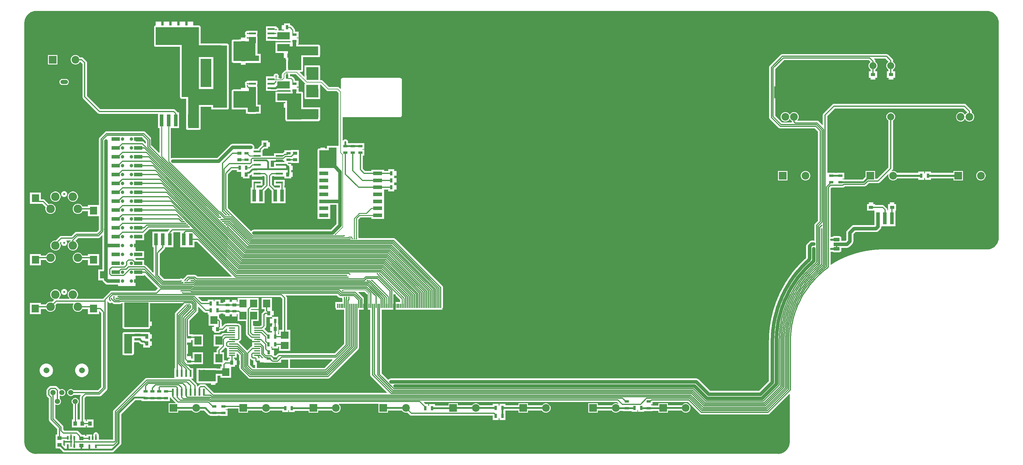
<source format=gbl>
G04*
G04 #@! TF.GenerationSoftware,Altium Limited,Altium Designer,21.7.1 (17)*
G04*
G04 Layer_Physical_Order=2*
G04 Layer_Color=16711680*
%FSLAX25Y25*%
%MOIN*%
G70*
G04*
G04 #@! TF.SameCoordinates,4C4A95DF-11EF-4B83-83A5-CF7285FCABA4*
G04*
G04*
G04 #@! TF.FilePolarity,Positive*
G04*
G01*
G75*
%ADD11C,0.01000*%
%ADD12C,0.00787*%
%ADD30C,0.03937*%
%ADD31C,0.01181*%
%ADD32C,0.01968*%
%ADD34C,0.02362*%
%ADD35C,0.09567*%
G04:AMPARAMS|DCode=36|XSize=118.11mil|YSize=59.06mil|CornerRadius=14.76mil|HoleSize=0mil|Usage=FLASHONLY|Rotation=90.000|XOffset=0mil|YOffset=0mil|HoleType=Round|Shape=RoundedRectangle|*
%AMROUNDEDRECTD36*
21,1,0.11811,0.02953,0,0,90.0*
21,1,0.08858,0.05906,0,0,90.0*
1,1,0.02953,0.01476,0.04429*
1,1,0.02953,0.01476,-0.04429*
1,1,0.02953,-0.01476,-0.04429*
1,1,0.02953,-0.01476,0.04429*
%
%ADD36ROUNDEDRECTD36*%
%ADD37C,0.10236*%
G04:AMPARAMS|DCode=38|XSize=118.11mil|YSize=59.06mil|CornerRadius=14.76mil|HoleSize=0mil|Usage=FLASHONLY|Rotation=0.000|XOffset=0mil|YOffset=0mil|HoleType=Round|Shape=RoundedRectangle|*
%AMROUNDEDRECTD38*
21,1,0.11811,0.02953,0,0,0.0*
21,1,0.08858,0.05906,0,0,0.0*
1,1,0.02953,0.04429,-0.01476*
1,1,0.02953,-0.04429,-0.01476*
1,1,0.02953,-0.04429,0.01476*
1,1,0.02953,0.04429,0.01476*
%
%ADD38ROUNDEDRECTD38*%
%ADD39R,0.09843X0.13780*%
%ADD40C,0.08661*%
%ADD41R,0.08661X0.08661*%
%ADD42O,0.08661X0.04724*%
%ADD43C,0.06555*%
%ADD44C,0.05941*%
%ADD45C,0.03937*%
%ADD46C,0.23622*%
%ADD47C,0.07874*%
%ADD48R,0.09843X0.09843*%
%ADD49C,0.01772*%
%ADD50C,0.04724*%
%ADD51C,0.01772*%
%ADD52R,0.05118X0.02756*%
%ADD53R,0.07835X0.09173*%
%ADD54R,0.03937X0.13780*%
%ADD55R,0.06299X0.13780*%
%ADD56R,0.12598X0.06299*%
%ADD57R,0.08465X0.08661*%
G04:AMPARAMS|DCode=58|XSize=66.93mil|YSize=39.37mil|CornerRadius=3.94mil|HoleSize=0mil|Usage=FLASHONLY|Rotation=180.000|XOffset=0mil|YOffset=0mil|HoleType=Round|Shape=RoundedRectangle|*
%AMROUNDEDRECTD58*
21,1,0.06693,0.03150,0,0,180.0*
21,1,0.05906,0.03937,0,0,180.0*
1,1,0.00787,-0.02953,0.01575*
1,1,0.00787,0.02953,0.01575*
1,1,0.00787,0.02953,-0.01575*
1,1,0.00787,-0.02953,-0.01575*
%
%ADD58ROUNDEDRECTD58*%
%ADD59R,0.05906X0.13386*%
%ADD60R,0.03937X0.13780*%
%ADD61R,0.10236X0.04331*%
%ADD62R,0.13386X0.09449*%
%ADD63R,0.09449X0.13386*%
%ADD64R,0.07874X0.08661*%
%ADD65R,0.08661X0.07874*%
%ADD66R,0.06299X0.03937*%
%ADD67R,0.07874X0.02362*%
%ADD68R,0.09488X0.12992*%
%ADD69R,0.05118X0.03543*%
%ADD70R,0.02756X0.05118*%
%ADD71R,0.03543X0.05118*%
%ADD72R,0.14173X0.07874*%
%ADD73R,0.07087X0.01575*%
%ADD74R,0.09449X0.03937*%
%ADD75R,0.02362X0.03937*%
%ADD76R,0.04921X0.03937*%
%ADD77R,0.03937X0.04921*%
%ADD78R,0.16142X0.07874*%
%ADD79R,0.02362X0.07874*%
%ADD80R,0.01181X0.04724*%
G04:AMPARAMS|DCode=81|XSize=124.02mil|YSize=70.87mil|CornerRadius=2.13mil|HoleSize=0mil|Usage=FLASHONLY|Rotation=90.000|XOffset=0mil|YOffset=0mil|HoleType=Round|Shape=RoundedRectangle|*
%AMROUNDEDRECTD81*
21,1,0.12402,0.06661,0,0,90.0*
21,1,0.11976,0.07087,0,0,90.0*
1,1,0.00425,0.03331,0.05988*
1,1,0.00425,0.03331,-0.05988*
1,1,0.00425,-0.03331,-0.05988*
1,1,0.00425,-0.03331,0.05988*
%
%ADD81ROUNDEDRECTD81*%
G04:AMPARAMS|DCode=82|XSize=23.62mil|YSize=70.87mil|CornerRadius=2.01mil|HoleSize=0mil|Usage=FLASHONLY|Rotation=90.000|XOffset=0mil|YOffset=0mil|HoleType=Round|Shape=RoundedRectangle|*
%AMROUNDEDRECTD82*
21,1,0.02362,0.06685,0,0,90.0*
21,1,0.01961,0.07087,0,0,90.0*
1,1,0.00402,0.03343,0.00980*
1,1,0.00402,0.03343,-0.00980*
1,1,0.00402,-0.03343,-0.00980*
1,1,0.00402,-0.03343,0.00980*
%
%ADD82ROUNDEDRECTD82*%
%ADD83R,0.08661X0.12992*%
%ADD84R,0.08661X0.08465*%
%ADD85C,0.02362*%
%ADD86R,0.35196X0.05953*%
%ADD87R,0.07900X0.06220*%
%ADD88R,0.15600X0.70400*%
%ADD89R,0.35300X0.18100*%
%ADD90R,0.34200X0.13300*%
%ADD91R,0.34200X0.09927*%
%ADD92R,0.15100X0.26700*%
%ADD93R,0.13600X0.14191*%
%ADD94R,0.15991X0.29200*%
%ADD95R,0.34200X0.11400*%
%ADD96R,0.08400X0.23400*%
%ADD97R,0.05000X0.22100*%
%ADD98R,0.03000X0.19729*%
%ADD99R,0.19800X0.13000*%
%ADD100R,0.48500X0.20200*%
%ADD101R,0.12400X0.41400*%
%ADD102R,0.19200X0.20200*%
%ADD103R,0.27000X0.02900*%
%ADD104R,0.09000X0.22000*%
%ADD105R,0.27200X0.28100*%
%ADD106R,0.19300X0.62800*%
%ADD107R,0.25191X0.18500*%
%ADD108R,0.25000X0.22400*%
G36*
X1088697Y501440D02*
X1090742Y500949D01*
X1092686Y500144D01*
X1094479Y499045D01*
X1096079Y497679D01*
X1097445Y496079D01*
X1098544Y494286D01*
X1099349Y492342D01*
X1099840Y490297D01*
X1099994Y488335D01*
X1099967Y488200D01*
X1099967Y246140D01*
X1099994Y246005D01*
X1099840Y244043D01*
X1099349Y241998D01*
X1098544Y240055D01*
X1097445Y238261D01*
X1096079Y236662D01*
X1094479Y235296D01*
X1092686Y234196D01*
X1090742Y233391D01*
X1088697Y232901D01*
X1087099Y232775D01*
X1086600Y232773D01*
Y232773D01*
X1086550Y232763D01*
X968110D01*
Y232764D01*
X961856Y232575D01*
X955624Y232009D01*
X949438Y231067D01*
X943319Y229754D01*
X937292Y228074D01*
X931376Y226032D01*
X925595Y223638D01*
X919969Y220898D01*
X914519Y217824D01*
X910917Y215495D01*
X910478Y215734D01*
Y230097D01*
X910853Y230427D01*
X911018Y230405D01*
X912677D01*
X912744Y230304D01*
X913526Y229782D01*
X914447Y229599D01*
X920353D01*
X921274Y229782D01*
X922056Y230304D01*
X922578Y231085D01*
X922761Y232007D01*
Y234729D01*
X929100D01*
X930128Y234864D01*
X931085Y235261D01*
X931908Y235892D01*
X935008Y238992D01*
X935639Y239814D01*
X936036Y240772D01*
X936171Y241800D01*
Y249855D01*
X938745Y252429D01*
X961617D01*
X962644Y252564D01*
X963602Y252961D01*
X964425Y253592D01*
X966731Y255898D01*
X967362Y256721D01*
X967758Y257679D01*
X967894Y258706D01*
Y259083D01*
X975234D01*
X975734Y259083D01*
Y259083D01*
X975734D01*
Y259083D01*
X983608D01*
Y276520D01*
X984428D01*
Y284000D01*
X982459D01*
Y285968D01*
X977341D01*
Y284000D01*
X975373D01*
Y276854D01*
X975372Y276799D01*
X975350Y276799D01*
X974755D01*
Y277076D01*
X974560Y277802D01*
X974406Y278068D01*
X974393Y278168D01*
X974135Y278791D01*
X973725Y279325D01*
X970965Y282085D01*
X970431Y282495D01*
X969808Y282753D01*
X969140Y282841D01*
X960627D01*
Y284000D01*
X958659D01*
Y285968D01*
X953541D01*
Y284000D01*
X951573D01*
Y276520D01*
X959986D01*
Y268199D01*
X959952Y267941D01*
Y260371D01*
X937100D01*
X936072Y260236D01*
X935114Y259839D01*
X934292Y259208D01*
X929392Y254308D01*
X928761Y253485D01*
X928364Y252528D01*
X928229Y251500D01*
Y243445D01*
X927455Y242671D01*
X922761D01*
Y245393D01*
X922578Y246315D01*
X922056Y247096D01*
X921274Y247618D01*
X920353Y247801D01*
X914447D01*
X913526Y247618D01*
X912744Y247096D01*
X912677Y246995D01*
X911018D01*
X910853Y246973D01*
X910478Y247303D01*
Y301560D01*
X911522Y302604D01*
X924331D01*
X924999Y302692D01*
X925622Y302950D01*
X926156Y303360D01*
X926569Y303773D01*
X948779D01*
X949447Y303861D01*
X950069Y304119D01*
X950604Y304529D01*
X953541Y307466D01*
X964047D01*
X964715Y307554D01*
X965338Y307812D01*
X965872Y308222D01*
X975355Y317704D01*
X975803Y317446D01*
X975590Y316652D01*
Y315253D01*
X975953Y313901D01*
X976652Y312689D01*
X977642Y311700D01*
X978854Y311000D01*
X980206Y310638D01*
X981605D01*
X982957Y311000D01*
X984169Y311700D01*
X985158Y312689D01*
X985198Y312758D01*
X1009431D01*
Y311407D01*
X1016124D01*
Y313376D01*
X1016912D01*
Y311407D01*
X1023605D01*
Y312776D01*
X1048917D01*
Y310638D01*
X1059547D01*
Y321268D01*
X1048917D01*
Y319129D01*
X1023605D01*
Y320462D01*
X1016912D01*
Y318494D01*
X1016124D01*
Y320462D01*
X1009431D01*
Y319111D01*
X985219D01*
X985158Y319216D01*
X984169Y320206D01*
X982957Y320905D01*
X981605Y321268D01*
X980206D01*
X979413Y321055D01*
X979154Y321503D01*
X980132Y322482D01*
X980542Y323017D01*
X980800Y323639D01*
X980888Y324307D01*
Y378167D01*
X981368Y378444D01*
X982284Y379360D01*
X982932Y380482D01*
X983268Y381734D01*
Y383030D01*
X982932Y384281D01*
X982284Y385404D01*
X981368Y386320D01*
X980246Y386968D01*
X978994Y387303D01*
X977699D01*
X976447Y386968D01*
X975325Y386320D01*
X974409Y385404D01*
X973761Y384281D01*
X973425Y383030D01*
Y381734D01*
X973761Y380482D01*
X974409Y379360D01*
X975325Y378444D01*
X975726Y378212D01*
Y325376D01*
X962978Y312628D01*
X960630D01*
Y321268D01*
X950000D01*
Y314850D01*
X946648Y311498D01*
X926046D01*
Y311866D01*
X924077D01*
Y312653D01*
X926046D01*
Y319346D01*
X916991D01*
Y318978D01*
X915809D01*
Y319346D01*
X906934D01*
Y383205D01*
X915439Y391710D01*
X1060151D01*
X1064387Y387474D01*
Y386970D01*
X1063705Y386576D01*
X1062716Y385586D01*
X1062297Y384862D01*
X1061797D01*
X1061379Y385586D01*
X1060390Y386576D01*
X1059177Y387276D01*
X1057826Y387638D01*
X1056426D01*
X1055075Y387276D01*
X1053863Y386576D01*
X1052873Y385586D01*
X1052173Y384374D01*
X1051811Y383023D01*
Y381623D01*
X1052173Y380271D01*
X1052873Y379059D01*
X1053863Y378070D01*
X1055075Y377370D01*
X1056426Y377008D01*
X1057826D01*
X1059177Y377370D01*
X1060390Y378070D01*
X1061379Y379059D01*
X1061797Y379784D01*
X1062297D01*
X1062716Y379059D01*
X1063705Y378070D01*
X1064917Y377370D01*
X1066269Y377008D01*
X1067668D01*
X1069020Y377370D01*
X1070232Y378070D01*
X1071222Y379059D01*
X1071921Y380271D01*
X1072283Y381623D01*
Y383023D01*
X1071921Y384374D01*
X1071222Y385586D01*
X1070232Y386576D01*
X1069550Y386970D01*
Y388543D01*
X1069462Y389211D01*
X1069204Y389834D01*
X1068794Y390368D01*
X1063046Y396116D01*
X1062511Y396527D01*
X1061889Y396784D01*
X1061220Y396872D01*
X914370D01*
X913702Y396784D01*
X913079Y396527D01*
X912545Y396116D01*
X902528Y386100D01*
X902118Y385565D01*
X901860Y384942D01*
X901772Y384274D01*
Y373137D01*
X901310Y372946D01*
X897159Y377097D01*
X896624Y377507D01*
X896002Y377765D01*
X895334Y377853D01*
X873183D01*
X872976Y378353D01*
X873682Y379059D01*
X874382Y380271D01*
X874744Y381623D01*
Y383023D01*
X874382Y384374D01*
X873682Y385586D01*
X872693Y386576D01*
X871481Y387276D01*
X870129Y387638D01*
X868729D01*
X867378Y387276D01*
X866166Y386576D01*
X865176Y385586D01*
X864758Y384862D01*
X864258D01*
X863840Y385586D01*
X862850Y386576D01*
X861638Y387276D01*
X860286Y387638D01*
X858887D01*
X857535Y387276D01*
X856323Y386576D01*
X855334Y385586D01*
X854634Y384374D01*
X854272Y383023D01*
Y381623D01*
X854634Y380271D01*
X855334Y379059D01*
X856323Y378070D01*
X857535Y377370D01*
X858887Y377008D01*
X860286D01*
X861638Y377370D01*
X862850Y378070D01*
X863840Y379059D01*
X864258Y379784D01*
X864758D01*
X865176Y379059D01*
X866166Y378070D01*
X866848Y377676D01*
Y376671D01*
X866876Y376457D01*
X866547Y376081D01*
X855669D01*
X848191Y383559D01*
Y436136D01*
X858203Y446147D01*
X953603D01*
X955418Y444332D01*
X955353Y443836D01*
X955325Y443820D01*
X954408Y442904D01*
X953761Y441781D01*
X953425Y440530D01*
Y439234D01*
X953761Y437982D01*
X954408Y436860D01*
X955325Y435944D01*
X955765Y435689D01*
Y433580D01*
X953773D01*
Y426100D01*
X955741D01*
Y424131D01*
X960859D01*
Y426100D01*
X962827D01*
Y433580D01*
X960928D01*
Y435689D01*
X961368Y435944D01*
X962284Y436860D01*
X962932Y437982D01*
X963268Y439234D01*
Y440530D01*
X962932Y441781D01*
X962284Y442904D01*
X961368Y443820D01*
X960928Y444074D01*
Y445054D01*
X960840Y445722D01*
X960582Y446344D01*
X960172Y446879D01*
X959593Y447457D01*
X959785Y447919D01*
X972431D01*
X975765Y444584D01*
Y444074D01*
X975325Y443820D01*
X974409Y442904D01*
X973761Y441781D01*
X973425Y440530D01*
Y439234D01*
X973761Y437982D01*
X974409Y436860D01*
X975325Y435944D01*
X975765Y435689D01*
Y433601D01*
X974114D01*
Y426121D01*
X976083D01*
Y424152D01*
X981201D01*
Y426121D01*
X983169D01*
Y433601D01*
X980928D01*
Y435689D01*
X981368Y435944D01*
X982284Y436860D01*
X982932Y437982D01*
X983268Y439234D01*
Y440530D01*
X982932Y441781D01*
X982284Y442904D01*
X981368Y443820D01*
X980928Y444074D01*
Y445654D01*
X980840Y446322D01*
X980582Y446944D01*
X980172Y447479D01*
X975325Y452325D01*
X974791Y452735D01*
X974168Y452993D01*
X973500Y453081D01*
X856400D01*
X855732Y452993D01*
X855109Y452735D01*
X854575Y452325D01*
X842013Y439764D01*
X841603Y439229D01*
X841345Y438607D01*
X841257Y437939D01*
Y381756D01*
X841345Y381088D01*
X841603Y380465D01*
X842013Y379931D01*
X852041Y369903D01*
X852576Y369493D01*
X853198Y369235D01*
X853866Y369147D01*
X892797D01*
X896457Y365487D01*
Y265336D01*
X893079Y261958D01*
X892669Y261423D01*
X892411Y260801D01*
X892323Y260133D01*
Y243055D01*
X891947Y242725D01*
X891600Y242771D01*
X889379D01*
X888351Y242636D01*
X887393Y242239D01*
X886571Y241608D01*
X884264Y239302D01*
X883634Y238479D01*
X883237Y237522D01*
X883101Y236494D01*
Y223715D01*
X882885Y223311D01*
X882880Y223306D01*
X882880D01*
X882523Y222960D01*
X881468Y222018D01*
X881467Y222017D01*
X881465Y222015D01*
X881465Y222015D01*
X881298Y221820D01*
X880682Y221270D01*
X880336Y220961D01*
X880316Y220939D01*
X879968Y220583D01*
X876700Y217316D01*
X876344Y216967D01*
X876323Y216948D01*
X876015Y216604D01*
X875504Y216031D01*
X875324Y215880D01*
X875324Y215880D01*
X875313Y215865D01*
X875300Y215854D01*
X875299Y215853D01*
X875295Y215847D01*
X875290Y215843D01*
X873989Y214387D01*
X873989Y214387D01*
X873988Y214386D01*
X871555Y211664D01*
X871408Y211449D01*
X870613Y210559D01*
X870618Y210555D01*
X870618Y210554D01*
X867441Y206570D01*
X867128Y206181D01*
X867072Y206119D01*
X866835Y205784D01*
X866334Y205079D01*
X866159Y204890D01*
X866159Y204890D01*
X866158Y204888D01*
X866156Y204887D01*
X862971Y200396D01*
X862968Y200392D01*
X862965Y200388D01*
X862965Y200388D01*
X862846Y200163D01*
X862363Y199482D01*
X862112Y199128D01*
X862083Y199076D01*
X861821Y198652D01*
X859392Y194787D01*
X859124Y194367D01*
X859092Y194322D01*
X858881Y193940D01*
X858503Y193256D01*
X858369Y193082D01*
X858369Y193082D01*
X858355Y193049D01*
X858334Y193021D01*
X858334Y193020D01*
X858333Y193017D01*
X858330Y193013D01*
X857203Y190974D01*
X857184Y190925D01*
X857153Y190884D01*
X855922Y188656D01*
X855917Y188644D01*
X855910Y188635D01*
X855910Y188634D01*
X855908Y188628D01*
X855903Y188622D01*
X855647Y188158D01*
X855617Y188081D01*
X855571Y188013D01*
X855571Y188013D01*
X855512Y187845D01*
X855144Y187179D01*
X854946Y186820D01*
X854914Y186742D01*
X854699Y186291D01*
X852737Y182217D01*
X852518Y181768D01*
X852483Y181707D01*
X852322Y181317D01*
X852001Y180542D01*
X851871Y180318D01*
X850709Y177511D01*
X850503Y177055D01*
X850503Y177055D01*
X850326Y176587D01*
X850136Y176128D01*
X850067Y175966D01*
X849997Y175812D01*
X849995Y175811D01*
X849960Y175739D01*
X849889Y175574D01*
X849815Y175372D01*
X849747Y175190D01*
X849725Y175106D01*
X849680Y174939D01*
X849381Y174216D01*
X849203Y173787D01*
X849195Y173760D01*
X849036Y173288D01*
X848680Y172271D01*
X848499Y171804D01*
X848509Y171784D01*
X848349Y171327D01*
X847896Y170032D01*
X847716Y169565D01*
X847716Y169565D01*
X847566Y169088D01*
X847537Y169004D01*
X847371Y168533D01*
X847329Y168430D01*
X847223Y168062D01*
X847038Y167423D01*
X846856Y166969D01*
X846856Y166969D01*
X846733Y166484D01*
X846389Y165292D01*
X846385Y165267D01*
X846376Y165245D01*
X845341Y161652D01*
X845302Y161395D01*
X845064Y160568D01*
X844956Y160193D01*
X844938Y160091D01*
X844828Y159603D01*
X844518Y158248D01*
X844391Y157764D01*
X844391Y157763D01*
X844296Y157272D01*
X843987Y155917D01*
X843859Y155433D01*
X843859Y155433D01*
X843774Y154993D01*
X843708Y154713D01*
X843693Y154660D01*
X843619Y154228D01*
X843484Y153432D01*
X843407Y153183D01*
X842518Y147948D01*
X842515Y147864D01*
X842490Y147783D01*
X842481Y147731D01*
X842472Y147473D01*
X842328Y146626D01*
X842257Y146209D01*
X842253Y146139D01*
X842200Y145642D01*
X842109Y144841D01*
X842110Y144807D01*
X842102Y144774D01*
X841844Y142481D01*
X841789Y142001D01*
X841770Y141987D01*
X841770D01*
X841770Y141987D01*
X841732Y141488D01*
X841696Y141174D01*
X841640Y140678D01*
X841621Y140569D01*
X841600Y140187D01*
X841554Y139369D01*
X841523Y139206D01*
X841506Y139114D01*
X841464Y138714D01*
X841456Y138573D01*
X841447Y138072D01*
X841194Y133554D01*
X841213Y133296D01*
X841161Y132367D01*
X841149Y132286D01*
X841131Y130972D01*
X841122Y130473D01*
Y130473D01*
X841117Y129983D01*
X841123Y129928D01*
X841115Y129873D01*
X841112Y129623D01*
X841121Y129539D01*
X841101Y129173D01*
X841104Y129125D01*
X841108Y128626D01*
X841108Y104500D01*
X841104Y104000D01*
X841103Y103991D01*
X841108D01*
X841108Y103500D01*
Y96725D01*
X841108Y96725D01*
X841108Y96837D01*
X841106Y96724D01*
X841088Y96706D01*
X841088Y96706D01*
X841088Y96705D01*
X841100Y96339D01*
X841102Y95839D01*
Y84618D01*
X829920Y73436D01*
X774875D01*
X762016Y86295D01*
X761194Y86926D01*
X760236Y87323D01*
X759208Y87458D01*
X415367D01*
X414339Y87323D01*
X413381Y86926D01*
X412559Y86295D01*
X412441Y86141D01*
X411942Y86108D01*
X405042Y93009D01*
Y164813D01*
X418799D01*
Y168976D01*
X418821Y169144D01*
Y182137D01*
X419283Y182329D01*
X425534Y176077D01*
Y173474D01*
X419587D01*
Y164813D01*
X473917D01*
Y168976D01*
X473939Y169144D01*
Y189942D01*
X473851Y190610D01*
X473594Y191232D01*
X473183Y191767D01*
X420114Y244837D01*
X419579Y245247D01*
X418956Y245505D01*
X418288Y245593D01*
X379042D01*
X378884Y246180D01*
X378741Y246428D01*
Y266733D01*
X380833Y268824D01*
X393328D01*
Y267207D01*
X407502D01*
Y275081D01*
Y282955D01*
Y290829D01*
Y298703D01*
Y300219D01*
X412313D01*
Y298272D01*
X419006D01*
Y300241D01*
X421762D01*
Y305359D01*
X419006D01*
Y308141D01*
X421762D01*
Y313259D01*
X419006D01*
Y316041D01*
X421762D01*
Y321159D01*
X419006D01*
Y323128D01*
X412313D01*
Y321181D01*
X407502D01*
Y322719D01*
X393328D01*
Y321181D01*
X386169D01*
X383481Y323869D01*
Y338513D01*
X385428D01*
Y345206D01*
X383459D01*
Y345994D01*
X385428D01*
Y352687D01*
X366978D01*
Y354000D01*
X366877Y354771D01*
X366579Y355489D01*
X366106Y356106D01*
X365489Y356579D01*
X364771Y356877D01*
X364000Y356978D01*
X363229Y356877D01*
X362511Y356579D01*
X361894Y356106D01*
X361508Y355603D01*
X361009Y355735D01*
Y381567D01*
X361395Y381884D01*
X361400Y381883D01*
X425200D01*
X426163Y382075D01*
X426980Y382620D01*
X427525Y383437D01*
X427717Y384400D01*
Y423700D01*
X427525Y424663D01*
X426980Y425480D01*
X426163Y426025D01*
X425200Y426217D01*
X361400D01*
X360437Y426025D01*
X359620Y425480D01*
X359075Y424663D01*
X358883Y423700D01*
Y414176D01*
X358421Y413985D01*
X357103Y415303D01*
X356322Y415825D01*
X355400Y416009D01*
X345598D01*
X338603Y423003D01*
X337822Y423525D01*
X336900Y423708D01*
X335879D01*
X335715Y423909D01*
Y438100D01*
X335562Y438868D01*
X335452Y439032D01*
Y440176D01*
X318129D01*
Y438245D01*
X318101Y438100D01*
Y427774D01*
X317638Y427583D01*
X312764Y432458D01*
X312955Y432920D01*
X314391D01*
X315159Y433073D01*
X315810Y433507D01*
X316245Y434159D01*
X316398Y434927D01*
Y449693D01*
X318129D01*
Y449624D01*
X335452D01*
Y451470D01*
X335498Y451700D01*
Y461627D01*
X335452Y461856D01*
Y463010D01*
X334934D01*
X334910Y463046D01*
X334259Y463481D01*
X333491Y463634D01*
X310762D01*
Y464213D01*
X311318D01*
Y470906D01*
X309350D01*
Y471694D01*
X311318D01*
Y478387D01*
X307278D01*
Y479820D01*
X307087Y480784D01*
X306541Y481600D01*
X305701Y482440D01*
X305551Y483002D01*
X305175Y483653D01*
X304643Y484184D01*
X303993Y484560D01*
X303716Y484634D01*
X303470Y484880D01*
X302654Y485425D01*
X301691Y485617D01*
X301677D01*
Y487628D01*
X294985D01*
Y485659D01*
X292229D01*
Y480541D01*
X294985D01*
Y479498D01*
X288988D01*
X288684Y479895D01*
X288745Y480124D01*
Y480876D01*
X288551Y481602D01*
X288175Y482253D01*
X287643Y482784D01*
X286993Y483160D01*
X286326Y483338D01*
Y484350D01*
X274515D01*
Y478050D01*
Y473050D01*
Y468050D01*
X280214D01*
X280421Y468023D01*
X285336D01*
Y467687D01*
X302263D01*
Y466113D01*
X285336D01*
Y454302D01*
X294384D01*
X294522Y453859D01*
X294522D01*
Y448741D01*
X296491D01*
Y446772D01*
X297284D01*
Y435054D01*
X296635Y434925D01*
X295853Y434403D01*
X293265Y431815D01*
X292743Y431033D01*
X292569Y430159D01*
X292229D01*
Y427055D01*
X291482Y426308D01*
X288696D01*
X288483Y426809D01*
X288651Y427098D01*
X288845Y427824D01*
Y428576D01*
X288651Y429302D01*
X288275Y429953D01*
X287743Y430484D01*
X287092Y430860D01*
X286367Y431054D01*
X285615D01*
X284889Y430860D01*
X284238Y430484D01*
X283707Y429953D01*
X283331Y429302D01*
X283137Y428576D01*
Y427830D01*
X274515D01*
Y421531D01*
Y416531D01*
Y411531D01*
X280214D01*
X280421Y411504D01*
X285663D01*
X285870Y411531D01*
X286326D01*
Y411591D01*
X286486Y411612D01*
X287252Y411929D01*
X287588Y412187D01*
X302263D01*
Y410613D01*
X285336D01*
Y398802D01*
X296393D01*
Y397559D01*
X294522D01*
Y392441D01*
X296393D01*
Y379400D01*
X296546Y378632D01*
X296981Y377981D01*
X297316Y377757D01*
Y377416D01*
X298281D01*
X298400Y377393D01*
X299291D01*
X299291Y377393D01*
X333491D01*
X334259Y377546D01*
X334910Y377981D01*
X335345Y378632D01*
X335498Y379400D01*
Y390800D01*
X335469Y390945D01*
Y392776D01*
X333649D01*
X333491Y392807D01*
X316398D01*
Y408600D01*
X316245Y409368D01*
X315810Y410019D01*
X315159Y410454D01*
X314391Y410607D01*
X311318D01*
Y415406D01*
X309350D01*
Y416194D01*
X311318D01*
Y422887D01*
X307249D01*
Y423659D01*
X307057Y424622D01*
X306511Y425439D01*
X304600Y427351D01*
X303783Y427896D01*
X302820Y428088D01*
X301677D01*
Y430292D01*
X308118D01*
X318474Y419935D01*
X318472Y419911D01*
X318037Y419260D01*
X317884Y418492D01*
Y404300D01*
X318037Y403532D01*
X318146Y403368D01*
Y402224D01*
X335469D01*
Y404155D01*
X335498Y404300D01*
Y418492D01*
X335574Y418576D01*
X336186Y418608D01*
X342897Y411897D01*
X343678Y411375D01*
X344600Y411192D01*
X354402D01*
X356191Y409402D01*
Y349854D01*
X355899Y349475D01*
X343301D01*
Y346707D01*
X341059D01*
Y347568D01*
X335941D01*
Y346707D01*
X334700D01*
X333932Y346554D01*
X333281Y346119D01*
X332846Y345468D01*
X332693Y344700D01*
Y324500D01*
X332698Y324472D01*
Y322325D01*
Y314451D01*
Y306577D01*
Y298703D01*
Y290829D01*
Y282955D01*
Y275081D01*
Y267207D01*
X346872D01*
Y275081D01*
Y283118D01*
X354129D01*
Y261645D01*
X347655Y255171D01*
X261100D01*
X260072Y255036D01*
X259115Y254639D01*
X258292Y254008D01*
X258053Y253696D01*
X257554Y253663D01*
X231753Y279464D01*
Y317597D01*
X236375Y322219D01*
X241513D01*
Y320272D01*
X246422D01*
X246632Y319859D01*
Y314741D01*
X248600D01*
Y312772D01*
X256080D01*
Y316331D01*
X256539Y316392D01*
X257258Y316689D01*
X257874Y317163D01*
X258246Y317534D01*
X258708Y317343D01*
Y314946D01*
X270519D01*
Y315519D01*
X272358D01*
X273046Y314831D01*
Y305896D01*
X269639Y302490D01*
X265689D01*
X265189Y302490D01*
X264689Y302490D01*
X263833D01*
Y304946D01*
X270519D01*
Y311245D01*
X258708D01*
Y307771D01*
X258671Y307490D01*
Y302490D01*
X257315D01*
Y284773D01*
X264689D01*
X265189Y284773D01*
X265689Y284773D01*
X273063D01*
Y298613D01*
X277113Y302663D01*
X280937Y298839D01*
Y284773D01*
X288311D01*
X288811Y284773D01*
X289311Y284773D01*
X296685D01*
Y302490D01*
X295329D01*
Y304946D01*
X295519D01*
Y311245D01*
X283708D01*
Y304946D01*
X290167D01*
Y302843D01*
X289813Y302490D01*
X288811Y302490D01*
X288311Y302490D01*
X284587D01*
X281181Y305896D01*
Y314831D01*
X281869Y315519D01*
X283708D01*
Y314946D01*
X295320D01*
Y312772D01*
X302800D01*
Y314741D01*
X304768D01*
Y319859D01*
X302827D01*
Y322241D01*
X304768D01*
Y327359D01*
X302800D01*
Y329328D01*
X299926D01*
X299241Y330013D01*
X299448Y330513D01*
X302672D01*
Y330120D01*
X311728D01*
Y337100D01*
X311728Y337600D01*
X311728D01*
Y337600D01*
X311728D01*
Y345080D01*
X302672D01*
Y344687D01*
X295272D01*
Y342583D01*
X295099Y342561D01*
X294477Y342303D01*
X293942Y341893D01*
X293295Y341245D01*
X283708D01*
Y338181D01*
X270519D01*
Y339946D01*
Y343518D01*
X270541Y343686D01*
Y344531D01*
X272483Y346472D01*
X277100D01*
Y348441D01*
X279068D01*
Y353559D01*
X277100D01*
Y355528D01*
X269620D01*
Y350898D01*
X269566Y350857D01*
X266135Y347425D01*
X265724Y346891D01*
X265467Y346268D01*
X265464Y346245D01*
X261626D01*
X261348Y346661D01*
X261436Y346872D01*
X261571Y347900D01*
X261436Y348928D01*
X261039Y349886D01*
X260408Y350708D01*
X259585Y351339D01*
X258628Y351736D01*
X257600Y351871D01*
X237000D01*
X235972Y351736D01*
X235015Y351339D01*
X234192Y350708D01*
X219555Y336071D01*
X169500D01*
X168472Y335936D01*
X167943Y335716D01*
X167443Y336051D01*
Y369473D01*
X168363D01*
X168863Y369473D01*
Y369473D01*
X168863D01*
Y369473D01*
X176737D01*
Y387190D01*
X175077D01*
X175035Y387291D01*
X174625Y387825D01*
X172325Y390125D01*
X171791Y390535D01*
X171168Y390793D01*
X170500Y390881D01*
X87969D01*
X72981Y405869D01*
Y443100D01*
X72893Y443768D01*
X72635Y444391D01*
X72225Y444925D01*
X68667Y448483D01*
X68132Y448894D01*
X67510Y449152D01*
X66842Y449239D01*
X64642D01*
X64248Y449922D01*
X63259Y450911D01*
X62047Y451611D01*
X60695Y451973D01*
X59296D01*
X57944Y451611D01*
X56732Y450911D01*
X55742Y449922D01*
X55042Y448710D01*
X54680Y447358D01*
Y445959D01*
X55042Y444607D01*
X55742Y443395D01*
X56732Y442405D01*
X57944Y441706D01*
X59296Y441343D01*
X60695D01*
X62047Y441706D01*
X63259Y442405D01*
X64248Y443395D01*
X64642Y444077D01*
X65773D01*
X67819Y442031D01*
Y404800D01*
X67907Y404132D01*
X68165Y403509D01*
X68575Y402975D01*
X85075Y386475D01*
X85609Y386065D01*
X86232Y385807D01*
X86900Y385719D01*
X153115D01*
Y369473D01*
X154535D01*
Y341979D01*
X154073Y341788D01*
X146053Y349808D01*
Y356734D01*
X145965Y357402D01*
X145707Y358024D01*
X145297Y358559D01*
X138659Y365197D01*
X138124Y365607D01*
X137502Y365865D01*
X136834Y365953D01*
X94966D01*
X94298Y365865D01*
X93676Y365607D01*
X93141Y365197D01*
X87175Y359231D01*
X86765Y358696D01*
X86507Y358073D01*
X86419Y357405D01*
Y282972D01*
X74114D01*
Y281124D01*
X67768D01*
X67214Y282085D01*
X66140Y283159D01*
X64825Y283918D01*
X63358Y284311D01*
X61839D01*
X60372Y283918D01*
X59057Y283159D01*
X57983Y282085D01*
X57224Y280770D01*
X56831Y279303D01*
Y277784D01*
X57224Y276317D01*
X57983Y275002D01*
X59057Y273928D01*
X60372Y273169D01*
X61839Y272776D01*
X63358D01*
X64825Y273169D01*
X66140Y273928D01*
X67214Y275002D01*
X67768Y275962D01*
X74114D01*
Y270374D01*
X86419D01*
Y255075D01*
X83997Y252653D01*
X61172D01*
X60504Y252565D01*
X59881Y252307D01*
X59346Y251897D01*
X55531Y248081D01*
X43900D01*
X43232Y247993D01*
X42609Y247735D01*
X42075Y247325D01*
X37722Y242972D01*
X36642D01*
X35175Y242579D01*
X33860Y241820D01*
X32786Y240746D01*
X32027Y239431D01*
X31634Y237964D01*
Y236445D01*
X32027Y234979D01*
X32786Y233663D01*
X33860Y232589D01*
X35175Y231830D01*
X36642Y231437D01*
X38161D01*
X39628Y231830D01*
X40943Y232589D01*
X42017Y233663D01*
X42776Y234979D01*
X43169Y236445D01*
Y237964D01*
X42776Y239431D01*
X42302Y240252D01*
X43684Y241634D01*
X43709Y241624D01*
X44096Y241339D01*
X43898Y240598D01*
Y239717D01*
X44126Y238866D01*
X44566Y238103D01*
X45189Y237480D01*
X45952Y237039D01*
X46804Y236811D01*
X47685D01*
X48536Y237039D01*
X49299Y237480D01*
X49922Y238103D01*
X50362Y238866D01*
X50590Y239717D01*
Y240598D01*
X50362Y241449D01*
X49922Y242212D01*
X49715Y242419D01*
X49922Y242919D01*
X54505D01*
Y242374D01*
X53545Y241820D01*
X52471Y240746D01*
X51712Y239431D01*
X51319Y237964D01*
Y236445D01*
X51712Y234979D01*
X52471Y233663D01*
X53545Y232589D01*
X54860Y231830D01*
X56327Y231437D01*
X57846D01*
X59313Y231830D01*
X60628Y232589D01*
X61702Y233663D01*
X62461Y234979D01*
X62854Y236445D01*
Y237964D01*
X62461Y239431D01*
X61702Y240746D01*
X60628Y241820D01*
X60123Y242112D01*
X60058Y242607D01*
X63169Y245719D01*
X85800D01*
X86468Y245807D01*
X87091Y246065D01*
X87625Y246475D01*
X89767Y248617D01*
X90229Y248426D01*
Y237100D01*
Y210301D01*
X85562D01*
Y197899D01*
X90484D01*
X90685Y197415D01*
X91316Y196593D01*
X93622Y194287D01*
X94444Y193656D01*
X95402Y193259D01*
X96430Y193123D01*
X105169D01*
X105427Y193157D01*
X108071D01*
Y191634D01*
X127756D01*
Y203157D01*
X137453D01*
Y203879D01*
X137953Y204086D01*
X152994Y189044D01*
X150102Y186153D01*
X100743D01*
X100075Y186065D01*
X99453Y185807D01*
X98918Y185397D01*
X91580Y178059D01*
X91170Y177525D01*
X91055Y177246D01*
X61110D01*
X60903Y177746D01*
X61702Y178545D01*
X62461Y179860D01*
X62854Y181327D01*
Y182846D01*
X62461Y184313D01*
X61702Y185628D01*
X60628Y186702D01*
X59313Y187461D01*
X57846Y187854D01*
X56327D01*
X54860Y187461D01*
X53545Y186702D01*
X52471Y185628D01*
X51712Y184313D01*
X51319Y182846D01*
Y181327D01*
X51712Y179860D01*
X52471Y178545D01*
X53270Y177746D01*
X53063Y177246D01*
X41425D01*
X41218Y177746D01*
X42017Y178545D01*
X42776Y179860D01*
X43169Y181327D01*
Y182846D01*
X42776Y184313D01*
X42017Y185628D01*
X40943Y186702D01*
X39628Y187461D01*
X38161Y187854D01*
X36642D01*
X35175Y187461D01*
X33860Y186702D01*
X32786Y185628D01*
X32027Y184313D01*
X31634Y182846D01*
Y181327D01*
X32027Y179860D01*
X32786Y178545D01*
X33860Y177471D01*
X35175Y176712D01*
X35851Y176531D01*
X35980Y176048D01*
X33720Y173788D01*
X32649Y174075D01*
X31130D01*
X29664Y173682D01*
X28348Y172922D01*
X27274Y171849D01*
X26720Y170888D01*
X20965D01*
Y172441D01*
X8563D01*
Y159843D01*
X20965D01*
Y165726D01*
X26720D01*
X27274Y164766D01*
X28348Y163692D01*
X29664Y162932D01*
X31130Y162539D01*
X32649D01*
X34116Y162932D01*
X35431Y163692D01*
X36505Y164766D01*
X37264Y166081D01*
X37657Y167548D01*
Y169066D01*
X37370Y170138D01*
X39317Y172084D01*
X57542D01*
X57831Y171584D01*
X57224Y170533D01*
X56831Y169066D01*
Y167548D01*
X57224Y166081D01*
X57983Y164766D01*
X59057Y163692D01*
X60372Y162932D01*
X61839Y162539D01*
X63358D01*
X64825Y162932D01*
X66140Y163692D01*
X67214Y164766D01*
X67768Y165726D01*
X74114D01*
Y159843D01*
X86516D01*
Y163127D01*
X87016Y163334D01*
X89053Y161297D01*
Y77969D01*
X85247Y74164D01*
X57712D01*
X57128Y74747D01*
X56226Y75268D01*
X55221Y75537D01*
X54179D01*
X53174Y75268D01*
X52272Y74747D01*
X51535Y74011D01*
X51015Y73109D01*
X50745Y72103D01*
Y71062D01*
X51015Y70056D01*
X51535Y69154D01*
X52272Y68418D01*
X53174Y67897D01*
X54179Y67628D01*
X55221D01*
X56226Y67897D01*
X57128Y68418D01*
X57712Y69002D01*
X65698D01*
X65889Y68540D01*
X65812Y68462D01*
X65402Y67928D01*
X65144Y67305D01*
X65056Y66637D01*
Y41483D01*
X64702Y41129D01*
X63700Y41129D01*
X63200Y41129D01*
X62381D01*
Y58671D01*
X62865Y59154D01*
X63385Y60056D01*
X63655Y61062D01*
Y62103D01*
X63385Y63109D01*
X62865Y64011D01*
X62128Y64747D01*
X61226Y65268D01*
X60221Y65537D01*
X59179D01*
X58174Y65268D01*
X57272Y64747D01*
X56535Y64011D01*
X56015Y63109D01*
X55745Y62103D01*
Y61062D01*
X56015Y60056D01*
X56535Y59154D01*
X57219Y58471D01*
Y41129D01*
X55826D01*
Y32271D01*
X63200D01*
X63700Y32271D01*
X64200Y32271D01*
X71574D01*
Y34119D01*
X72526D01*
Y32271D01*
X80400D01*
Y41129D01*
X72526D01*
Y39281D01*
X71574D01*
Y41129D01*
X70218D01*
Y65568D01*
X71880Y67230D01*
X87050D01*
X87718Y67318D01*
X88341Y67576D01*
X88876Y67986D01*
X95231Y74341D01*
X95641Y74876D01*
X95899Y75498D01*
X95987Y76166D01*
Y174129D01*
X95992Y174133D01*
X96487Y174198D01*
X96540Y173998D01*
X96916Y173347D01*
X97447Y172816D01*
X98098Y172440D01*
X98824Y172246D01*
X99576D01*
X100302Y172440D01*
X100953Y172816D01*
X101129Y172992D01*
X102185Y171936D01*
X102719Y171526D01*
X103342Y171268D01*
X104010Y171180D01*
X109972D01*
X110641Y171268D01*
X111263Y171526D01*
X111797Y171936D01*
X111994Y172132D01*
X112893D01*
Y145300D01*
X113046Y144532D01*
X113481Y143881D01*
X114132Y143446D01*
X114900Y143293D01*
X142100D01*
X142868Y143446D01*
X143519Y143881D01*
X143954Y144532D01*
X144107Y145300D01*
Y146441D01*
X145869D01*
Y151559D01*
X144107D01*
Y172132D01*
X182170D01*
X182304Y171632D01*
X182047Y171484D01*
X181516Y170953D01*
X181140Y170302D01*
X181099Y170150D01*
X172675Y161725D01*
X172265Y161191D01*
X172007Y160568D01*
X171919Y159900D01*
Y99035D01*
X171350D01*
Y88081D01*
X140200D01*
X139532Y87993D01*
X138909Y87735D01*
X138375Y87325D01*
X102975Y51925D01*
X102565Y51391D01*
X102307Y50768D01*
X102219Y50100D01*
Y18554D01*
X86190D01*
Y24261D01*
X85895D01*
Y24336D01*
X85700Y25062D01*
X85324Y25712D01*
X84793Y26244D01*
X84142Y26620D01*
X83416Y26814D01*
X82664D01*
X81938Y26620D01*
X81288Y26244D01*
X80756Y25712D01*
X80380Y25062D01*
X80186Y24336D01*
Y24261D01*
X79891D01*
Y18554D01*
X78709D01*
Y24261D01*
X72410D01*
Y22491D01*
X71029D01*
Y23874D01*
X67010D01*
X66981Y23945D01*
X66570Y24480D01*
X63225Y27825D01*
X62691Y28235D01*
X62068Y28493D01*
X61400Y28581D01*
X47469D01*
X46280Y29771D01*
Y32702D01*
X46192Y33370D01*
X45934Y33992D01*
X45524Y34527D01*
X37725Y42325D01*
X37725Y42325D01*
X37281Y42769D01*
Y57913D01*
X37714Y58163D01*
X38173Y57898D01*
X39179Y57628D01*
X40221D01*
X41227Y57898D01*
X42128Y58418D01*
X42865Y59154D01*
X43385Y60056D01*
X43655Y61062D01*
Y62103D01*
X43385Y63109D01*
X42865Y64011D01*
X42281Y64594D01*
Y67913D01*
X42714Y68163D01*
X43174Y67897D01*
X44179Y67628D01*
X45221D01*
X46227Y67897D01*
X47128Y68418D01*
X47865Y69154D01*
X48385Y70056D01*
X48655Y71062D01*
Y72103D01*
X48385Y73109D01*
X47865Y74011D01*
X47128Y74747D01*
X46227Y75268D01*
X45221Y75537D01*
X44179D01*
X43174Y75268D01*
X42619Y74948D01*
X42553Y74935D01*
X41995Y75146D01*
X41935Y75291D01*
X41525Y75825D01*
X39225Y78125D01*
X38691Y78535D01*
X38068Y78793D01*
X37400Y78881D01*
X32200D01*
X31532Y78793D01*
X30909Y78535D01*
X30375Y78125D01*
X28175Y75925D01*
X27765Y75391D01*
X27507Y74768D01*
X27419Y74100D01*
Y68800D01*
X27507Y68132D01*
X27765Y67509D01*
X28175Y66975D01*
X30019Y65131D01*
Y41100D01*
X30107Y40432D01*
X30365Y39809D01*
X30775Y39275D01*
X39346Y30704D01*
Y24240D01*
X37498D01*
Y16866D01*
X37498Y16366D01*
X37498D01*
Y16366D01*
X37498D01*
Y8492D01*
X42144D01*
X45442Y5194D01*
X45442Y5194D01*
X46059Y4721D01*
X46777Y4423D01*
X47548Y4322D01*
X47548Y4322D01*
X101300D01*
X102071Y4423D01*
X102789Y4721D01*
X103406Y5194D01*
X110843Y12631D01*
X110843Y12631D01*
X111316Y13248D01*
X111614Y13966D01*
X111715Y14737D01*
X111715Y14737D01*
Y47236D01*
X127501Y63022D01*
X134273D01*
Y62013D01*
X166428D01*
Y65965D01*
X167145D01*
X167311Y65563D01*
X167722Y65028D01*
X172839Y59911D01*
X172648Y59449D01*
X164961D01*
Y48819D01*
X175591D01*
Y51156D01*
X191448D01*
X191613Y50870D01*
X192603Y49881D01*
X193815Y49181D01*
X195166Y48819D01*
X196566D01*
X197918Y49181D01*
X199130Y49881D01*
X200119Y50870D01*
X200284Y51156D01*
X204932D01*
X209494Y46594D01*
X210111Y46121D01*
X210829Y45823D01*
X211600Y45722D01*
X211641Y45232D01*
Y45109D01*
X220696D01*
Y45722D01*
X222172D01*
Y45213D01*
X231228D01*
Y51906D01*
X229259D01*
Y52694D01*
X231228D01*
Y53459D01*
X243757D01*
Y48819D01*
X254387D01*
Y51156D01*
X270245D01*
X270409Y50870D01*
X271399Y49881D01*
X272611Y49181D01*
X273963Y48819D01*
X275362D01*
X276714Y49181D01*
X277926Y49881D01*
X278916Y50870D01*
X279080Y51156D01*
X292913D01*
Y49472D01*
X299606D01*
Y51441D01*
X300394D01*
Y49472D01*
X307087D01*
Y50922D01*
X322553D01*
Y48819D01*
X333183D01*
Y51156D01*
X349041D01*
X349206Y50870D01*
X350196Y49881D01*
X351408Y49181D01*
X352759Y48819D01*
X354159D01*
X355510Y49181D01*
X356722Y49881D01*
X357712Y50870D01*
X358412Y52082D01*
X358774Y53434D01*
Y54834D01*
X358412Y56185D01*
X357712Y57397D01*
X356722Y58387D01*
X356464Y58536D01*
X356594Y59019D01*
X401350D01*
Y48819D01*
X411980D01*
Y51156D01*
X427838D01*
X428002Y50870D01*
X428992Y49881D01*
X430204Y49181D01*
X431556Y48819D01*
X432955D01*
X433716Y49023D01*
X436464Y46275D01*
X436999Y45865D01*
X437621Y45607D01*
X438289Y45519D01*
X530013D01*
Y40672D01*
X536706D01*
Y42641D01*
X537494D01*
Y40672D01*
X544187D01*
Y49272D01*
X544187Y49727D01*
X544187D01*
Y49773D01*
X544187D01*
Y51322D01*
X558943D01*
Y48819D01*
X569572D01*
Y51156D01*
X585430D01*
X585595Y50870D01*
X586585Y49881D01*
X587797Y49181D01*
X589148Y48819D01*
X590548D01*
X591900Y49181D01*
X593112Y49881D01*
X594101Y50870D01*
X594801Y52082D01*
X595163Y53434D01*
Y54834D01*
X594801Y56185D01*
X594101Y57397D01*
X593112Y58387D01*
X591900Y59087D01*
X590548Y59449D01*
X589148D01*
X587797Y59087D01*
X586585Y58387D01*
X585595Y57397D01*
X585430Y57112D01*
X569572D01*
Y59449D01*
X558943D01*
Y57278D01*
X544187D01*
Y58828D01*
X537494D01*
Y56859D01*
X536706D01*
Y58828D01*
X530013D01*
Y57112D01*
X515469D01*
X515305Y57397D01*
X514315Y58387D01*
X513103Y59087D01*
X511752Y59449D01*
X510352D01*
X509000Y59087D01*
X507788Y58387D01*
X506799Y57397D01*
X506634Y57112D01*
X490776D01*
Y59449D01*
X480146D01*
Y56978D01*
X464887D01*
Y58527D01*
X458194D01*
Y56559D01*
X457406D01*
Y58527D01*
X454364D01*
X452534Y60357D01*
X452726Y60819D01*
X669931D01*
X671618Y59132D01*
X671311Y58732D01*
X670696Y59087D01*
X669344Y59449D01*
X667945D01*
X666593Y59087D01*
X665381Y58387D01*
X664392Y57397D01*
X664227Y57112D01*
X648369D01*
Y59449D01*
X637739D01*
Y48819D01*
X648369D01*
Y51156D01*
X664227D01*
X664392Y50870D01*
X665381Y49881D01*
X666593Y49181D01*
X667945Y48819D01*
X669344D01*
X670696Y49181D01*
X671908Y49881D01*
X672898Y50870D01*
X673012Y51069D01*
X676466D01*
Y50613D01*
X685521D01*
Y50982D01*
X686309D01*
Y49826D01*
X693002D01*
Y51794D01*
X693789D01*
Y49826D01*
X700482D01*
Y50982D01*
X701073D01*
Y50613D01*
X710127D01*
Y50982D01*
X716535D01*
Y48819D01*
X727165D01*
Y51156D01*
X743023D01*
X743188Y50870D01*
X744177Y49881D01*
X745390Y49181D01*
X746741Y48819D01*
X748141D01*
X749493Y49181D01*
X750704Y49881D01*
X751694Y50870D01*
X752394Y52082D01*
X752756Y53434D01*
Y54834D01*
X752394Y56185D01*
X751694Y57397D01*
X750704Y58387D01*
X749493Y59087D01*
X748141Y59449D01*
X746741D01*
X745390Y59087D01*
X744177Y58387D01*
X743188Y57397D01*
X743023Y57112D01*
X727165D01*
Y59449D01*
X716535D01*
Y56938D01*
X710127D01*
Y57306D01*
X708159D01*
Y58094D01*
X710127D01*
Y60819D01*
X749831D01*
X763114Y47535D01*
X763649Y47125D01*
X764271Y46867D01*
X764939Y46780D01*
X839872D01*
X840540Y46867D01*
X841162Y47125D01*
X841697Y47535D01*
X864058Y69897D01*
X864520Y69706D01*
Y15800D01*
X864547Y15665D01*
X864393Y13703D01*
X863902Y11658D01*
X863097Y9714D01*
X861998Y7921D01*
X860632Y6321D01*
X859032Y4955D01*
X857239Y3856D01*
X855296Y3051D01*
X853250Y2560D01*
X851289Y2406D01*
X851153Y2433D01*
X15800D01*
X15665Y2406D01*
X13703Y2560D01*
X11658Y3051D01*
X9714Y3856D01*
X7921Y4955D01*
X6321Y6321D01*
X4955Y7921D01*
X3856Y9714D01*
X3051Y11658D01*
X2560Y13703D01*
X2406Y15665D01*
X2433Y15800D01*
Y488200D01*
X2406Y488335D01*
X2560Y490297D01*
X3051Y492342D01*
X3856Y494286D01*
X4955Y496079D01*
X6321Y497679D01*
X7921Y499045D01*
X9714Y500144D01*
X11658Y500949D01*
X13703Y501440D01*
X15665Y501594D01*
X15800Y501567D01*
X1086600D01*
X1086735Y501594D01*
X1088697Y501440D01*
D02*
G37*
G36*
X139119Y354931D02*
Y352385D01*
X138657Y352193D01*
X137057Y353794D01*
X136522Y354204D01*
X135899Y354462D01*
X135231Y354550D01*
X127756D01*
Y359019D01*
X135031D01*
X139119Y354931D01*
D02*
G37*
G36*
X295272Y332716D02*
Y331245D01*
X283708D01*
Y326074D01*
X280092D01*
Y331386D01*
X280092Y331387D01*
X279990Y332157D01*
X279840Y332519D01*
X280174Y333019D01*
X294358D01*
X294772Y333073D01*
X295272Y332716D01*
D02*
G37*
G36*
X165740Y255190D02*
X164463Y253914D01*
X164053Y253379D01*
X163887Y252977D01*
X162826D01*
X162326Y252977D01*
Y252977D01*
X162326D01*
Y252977D01*
X154452D01*
Y252977D01*
X146578D01*
Y235261D01*
X147934D01*
Y207070D01*
X147472Y206878D01*
X139368Y214983D01*
X138833Y215393D01*
X138211Y215651D01*
X137542Y215739D01*
X137453D01*
Y221031D01*
X127756D01*
Y223158D01*
X137453D01*
Y231031D01*
X127756D01*
Y243158D01*
X137453D01*
Y250066D01*
X137725Y250275D01*
X143102Y255652D01*
X165548D01*
X165740Y255190D01*
D02*
G37*
G36*
X178074Y235261D02*
X185448D01*
X185948Y235261D01*
Y235261D01*
X185948D01*
Y235261D01*
X193822D01*
Y241538D01*
X196913D01*
X235891Y202560D01*
X235700Y202098D01*
X197569D01*
X196270Y203397D01*
X195735Y203807D01*
X195113Y204065D01*
X194445Y204153D01*
X186700D01*
X186032Y204065D01*
X185409Y203807D01*
X184875Y203397D01*
X181844Y200366D01*
X181604Y200227D01*
X181237Y199861D01*
X180753Y199638D01*
X180102Y200013D01*
X179376Y200208D01*
X178624D01*
X177898Y200013D01*
X177251Y199639D01*
X159722D01*
X157254Y202107D01*
X157254Y202107D01*
X154868Y204493D01*
Y227931D01*
X160214Y233277D01*
X160624Y233812D01*
X160882Y234434D01*
X160970Y235102D01*
Y235261D01*
X161826D01*
X162326Y235261D01*
Y235261D01*
X162326D01*
Y235261D01*
X170200D01*
Y252319D01*
X178074D01*
Y235261D01*
D02*
G37*
G36*
X281225Y156532D02*
X281233Y156532D01*
X281627Y156276D01*
Y154800D01*
X278871D01*
Y149682D01*
X281627D01*
Y147950D01*
X281233D01*
Y145981D01*
X279265D01*
Y140863D01*
X281233D01*
Y139150D01*
X280741Y139131D01*
Y139131D01*
X276911D01*
X272738Y143304D01*
X274101Y144668D01*
X274512Y145202D01*
X274770Y145825D01*
X274857Y146493D01*
Y156532D01*
X281225D01*
D02*
G37*
G36*
X293019Y177139D02*
Y142261D01*
X289304D01*
Y137184D01*
X288221D01*
Y138894D01*
X288713D01*
Y147950D01*
X288320D01*
Y156769D01*
X281635D01*
X281627Y156769D01*
X281233Y157025D01*
Y158501D01*
X283202D01*
Y163619D01*
X281233D01*
Y165587D01*
X281331Y165587D01*
Y178186D01*
X269520D01*
Y165587D01*
X272845D01*
Y163716D01*
X272883Y163429D01*
X272561Y163295D01*
X272026Y162885D01*
X270451Y161310D01*
X270041Y160776D01*
X269783Y160153D01*
X269695Y159485D01*
Y147562D01*
X269118Y146985D01*
X259897D01*
Y152103D01*
X266371D01*
Y164702D01*
X257978D01*
X257786Y165164D01*
X258210Y165587D01*
X266371D01*
Y178186D01*
X242749D01*
Y173953D01*
X241469D01*
Y175922D01*
X236351D01*
Y173953D01*
X234383D01*
Y173560D01*
X233694D01*
Y176316D01*
X228576D01*
Y173560D01*
X226607D01*
Y172695D01*
X223162D01*
Y176414D01*
X216469D01*
Y174446D01*
X215682D01*
Y176414D01*
X208989D01*
Y174468D01*
X202682D01*
X198393Y178757D01*
X198585Y179219D01*
X290939D01*
X293019Y177139D01*
D02*
G37*
G36*
X226706Y159485D02*
X228674D01*
Y157517D01*
X233792D01*
Y159485D01*
X235761D01*
Y159879D01*
X236450D01*
Y157123D01*
X241568D01*
Y159879D01*
X242749D01*
Y152103D01*
X252077D01*
Y137542D01*
X252165Y136874D01*
X252423Y136251D01*
X252833Y135717D01*
X256382Y132168D01*
X256916Y131758D01*
X257539Y131500D01*
X258207Y131412D01*
X258989D01*
Y128678D01*
Y123753D01*
X258517Y123691D01*
X257895Y123433D01*
X257360Y123023D01*
X253397Y119059D01*
X244315Y128141D01*
X243919Y128445D01*
X243948Y128913D01*
X243987Y128998D01*
X244391Y129165D01*
X244925Y129575D01*
X245825Y130475D01*
X246235Y131009D01*
X246493Y131632D01*
X246581Y132300D01*
Y145900D01*
X246493Y146568D01*
X246235Y147191D01*
X245825Y147725D01*
X244937Y148613D01*
X244402Y149023D01*
X243780Y149281D01*
X243112Y149369D01*
X241666D01*
Y149544D01*
X230642D01*
Y149369D01*
X229511D01*
X228843Y149281D01*
X228221Y149023D01*
X227686Y148613D01*
X225161Y146088D01*
X225138Y146094D01*
X224754Y146389D01*
X224760Y146398D01*
X224954Y147124D01*
Y147876D01*
X224760Y148602D01*
X224661Y148773D01*
Y152021D01*
X224573Y152689D01*
X224315Y153311D01*
X223905Y153846D01*
X222684Y155067D01*
X222149Y155477D01*
X221747Y155643D01*
Y159682D01*
X222247Y159682D01*
X223162D01*
Y160645D01*
X226706D01*
Y159485D01*
D02*
G37*
G36*
X356369Y179075D02*
X356904Y178665D01*
X357526Y178407D01*
X358194Y178319D01*
X360246D01*
Y178224D01*
X360440Y177498D01*
X360509Y177378D01*
Y173474D01*
X352658D01*
Y164813D01*
X362478D01*
Y126428D01*
X351831Y115781D01*
X289241D01*
X288573Y115693D01*
X287950Y115435D01*
X287416Y115025D01*
X285777Y113387D01*
X284280D01*
X284113Y113409D01*
X283842D01*
X283306Y113944D01*
X283497Y114406D01*
X283595D01*
Y119524D01*
X280839D01*
Y121493D01*
X280741D01*
Y123225D01*
X281528D01*
Y121257D01*
X288221D01*
Y123203D01*
X289304D01*
Y118639D01*
X301902D01*
Y130450D01*
Y142261D01*
X298181D01*
Y178208D01*
X298093Y178876D01*
X297835Y179499D01*
X297425Y180033D01*
X296930Y180529D01*
X297121Y180991D01*
X354454D01*
X356369Y179075D01*
D02*
G37*
G36*
X229506Y121932D02*
X230041Y121521D01*
X230642Y121272D01*
Y118442D01*
Y115883D01*
Y113324D01*
Y110765D01*
X233573D01*
Y109728D01*
X232120D01*
Y107637D01*
X230108D01*
X229972Y107716D01*
X229246Y107910D01*
X228495D01*
X227936Y107761D01*
X227436Y108043D01*
Y116855D01*
X224131D01*
Y117881D01*
X228474Y122224D01*
X228565Y122342D01*
X229064Y122374D01*
X229506Y121932D01*
D02*
G37*
G36*
X349446Y108385D02*
X340423Y99362D01*
X301475D01*
Y108847D01*
X349255D01*
X349446Y108385D01*
D02*
G37*
G36*
X258148Y108644D02*
X258683Y108234D01*
X259305Y107976D01*
X259902Y107897D01*
X260367Y107812D01*
Y102694D01*
X262297D01*
Y99362D01*
X260165D01*
X256648Y102880D01*
Y109438D01*
X257148Y109645D01*
X258148Y108644D01*
D02*
G37*
G36*
X388241Y182405D02*
Y173474D01*
X388090D01*
Y164813D01*
X392005D01*
Y91513D01*
X392093Y90845D01*
X392351Y90223D01*
X392761Y89688D01*
X410683Y71767D01*
X410492Y71305D01*
X215946D01*
X207025Y80225D01*
X206491Y80635D01*
X205868Y80893D01*
X205200Y80981D01*
X201100D01*
X200432Y80893D01*
X199809Y80635D01*
X199275Y80225D01*
X197675Y78625D01*
X197581Y78503D01*
X197081Y78673D01*
Y79200D01*
X196993Y79868D01*
X196735Y80491D01*
X196325Y81025D01*
X190588Y86762D01*
X190779Y87224D01*
X192650D01*
Y99035D01*
X189970D01*
X186254Y102751D01*
X186445Y103213D01*
X192327D01*
Y103745D01*
X203735D01*
Y116855D01*
X191964D01*
Y109906D01*
X190359D01*
Y112662D01*
X186609D01*
Y127938D01*
X190359D01*
Y130694D01*
X191964D01*
Y123745D01*
X203735D01*
Y136855D01*
X192327D01*
Y137387D01*
X188381D01*
Y152731D01*
X197525Y161875D01*
X197935Y162409D01*
X198193Y163032D01*
X198281Y163700D01*
Y168215D01*
X198743Y168407D01*
X204765Y162384D01*
X205300Y161974D01*
X205923Y161716D01*
X206591Y161628D01*
X208989D01*
Y159682D01*
X209436D01*
X209936Y159682D01*
Y147083D01*
X216076D01*
Y145607D01*
X214107D01*
Y140489D01*
X216076D01*
Y138521D01*
X223556D01*
Y140467D01*
X225771D01*
X226439Y140555D01*
X227061Y140813D01*
X227596Y141223D01*
X230142Y143769D01*
X230642Y143562D01*
Y139133D01*
X227133D01*
X226465Y139045D01*
X225842Y138787D01*
X225308Y138377D01*
X223786Y136855D01*
X215665D01*
Y123745D01*
X222041D01*
X222233Y123283D01*
X219725Y120775D01*
X219315Y120241D01*
X219057Y119618D01*
X218969Y118950D01*
Y116855D01*
X215665D01*
Y103745D01*
X224337D01*
X224666Y103369D01*
X224652Y103259D01*
Y100899D01*
X223364D01*
Y98571D01*
X219292D01*
X218868Y98854D01*
X218100Y99007D01*
X207650D01*
Y99035D01*
X196350D01*
Y97289D01*
X196293Y97000D01*
Y84000D01*
X196446Y83232D01*
X196881Y82581D01*
X197532Y82146D01*
X198300Y81993D01*
X212541D01*
Y80132D01*
X217659D01*
Y81993D01*
X218100D01*
X218638Y82100D01*
X219628D01*
Y82743D01*
X219954Y83232D01*
X220107Y84000D01*
Y90629D01*
X223364D01*
Y88301D01*
X235175D01*
Y100672D01*
X239600D01*
Y102641D01*
X241568D01*
Y107759D01*
X239600D01*
Y109728D01*
X238735D01*
Y110765D01*
X241666D01*
Y115266D01*
X242166Y115473D01*
X244399Y113240D01*
Y98875D01*
X244487Y98207D01*
X244745Y97585D01*
X245155Y97050D01*
X254336Y87869D01*
X254870Y87459D01*
X255493Y87201D01*
X256161Y87113D01*
X344427D01*
X345095Y87201D01*
X345718Y87459D01*
X346253Y87869D01*
X378695Y120312D01*
X379105Y120847D01*
X379363Y121469D01*
X379451Y122137D01*
Y164813D01*
X385335D01*
Y168976D01*
X385357Y169144D01*
Y176763D01*
X385269Y177431D01*
X385011Y178053D01*
X384601Y178588D01*
X378747Y184441D01*
X378939Y184903D01*
X385743D01*
X388241Y182405D01*
D02*
G37*
G36*
X55590Y16787D02*
X56159D01*
Y15213D01*
X55590D01*
Y10278D01*
X54409D01*
Y15213D01*
X48110D01*
Y11603D01*
X47648Y11412D01*
X46356Y12704D01*
Y15866D01*
X46356Y16366D01*
X46356D01*
Y16366D01*
X46356D01*
Y17722D01*
X48110D01*
Y16787D01*
X54409D01*
Y23419D01*
X55590D01*
Y16787D01*
D02*
G37*
%LPC*%
G36*
X192650Y489637D02*
X186350D01*
Y485307D01*
X183675D01*
Y489637D01*
X177375D01*
Y485307D01*
X174700D01*
Y489637D01*
X168400D01*
Y485307D01*
X165725D01*
Y489637D01*
X159425D01*
Y485307D01*
X156750D01*
Y489637D01*
X150450D01*
Y485297D01*
X149732Y485154D01*
X149081Y484719D01*
X148646Y484068D01*
X148579Y483732D01*
X148482D01*
Y475857D01*
X148493D01*
Y463100D01*
X148646Y462332D01*
X149081Y461681D01*
X149732Y461246D01*
X150500Y461093D01*
X177693D01*
Y404600D01*
X177846Y403832D01*
X178281Y403181D01*
X178932Y402746D01*
X179700Y402593D01*
X184593D01*
Y369500D01*
X184746Y368732D01*
X185181Y368081D01*
X185832Y367646D01*
X186600Y367493D01*
X199000D01*
X199768Y367646D01*
X200419Y368081D01*
X200854Y368732D01*
X201007Y369500D01*
Y393693D01*
X213090D01*
Y390539D01*
X214870D01*
X215100Y390493D01*
X230700D01*
X231468Y390646D01*
X232119Y391081D01*
X232554Y391732D01*
X232707Y392500D01*
Y462900D01*
X232554Y463668D01*
X232119Y464319D01*
X231468Y464754D01*
X230700Y464907D01*
X201007D01*
Y467400D01*
Y483300D01*
X200854Y484068D01*
X200419Y484719D01*
X199768Y485154D01*
X199000Y485307D01*
X192650D01*
Y489637D01*
D02*
G37*
G36*
X39720Y451973D02*
X29090D01*
Y441343D01*
X39720D01*
Y451973D01*
D02*
G37*
G36*
X265066Y479350D02*
X253255D01*
Y479038D01*
X252589Y478860D01*
X251938Y478484D01*
X251407Y477953D01*
X251031Y477302D01*
X250836Y476576D01*
Y475824D01*
X251031Y475098D01*
X251407Y474447D01*
X251783Y474072D01*
X251885Y473750D01*
X251783Y473428D01*
X251407Y473053D01*
X251031Y472402D01*
X250836Y471676D01*
Y471468D01*
X246432D01*
Y469500D01*
X244463D01*
Y469407D01*
X237900D01*
X237132Y469254D01*
X236481Y468819D01*
X236046Y468168D01*
X235893Y467400D01*
Y445000D01*
X236046Y444232D01*
X236481Y443581D01*
X237132Y443146D01*
X237900Y442993D01*
X246432D01*
Y441032D01*
X251550D01*
Y442993D01*
X262900D01*
X263347Y443082D01*
X268616D01*
Y453318D01*
X264907D01*
Y463050D01*
X265066D01*
Y465996D01*
X265107Y466200D01*
Y472420D01*
X265066Y472624D01*
Y473050D01*
Y479350D01*
D02*
G37*
G36*
X49169Y425034D02*
X45232D01*
X44358Y424919D01*
X43544Y424581D01*
X42845Y424045D01*
X42308Y423346D01*
X41971Y422532D01*
X41856Y421658D01*
X41971Y420785D01*
X42308Y419971D01*
X42845Y419272D01*
X43544Y418735D01*
X44358Y418398D01*
X45232Y418283D01*
X49169D01*
X50042Y418398D01*
X50856Y418735D01*
X51555Y419272D01*
X52092Y419971D01*
X52429Y420785D01*
X52544Y421658D01*
X52429Y422532D01*
X52092Y423346D01*
X51555Y424045D01*
X50856Y424581D01*
X50042Y424919D01*
X49169Y425034D01*
D02*
G37*
G36*
X265066Y422830D02*
X253255D01*
Y422519D01*
X252589Y422340D01*
X251938Y421964D01*
X251407Y421433D01*
X251031Y420782D01*
X250836Y420056D01*
Y419305D01*
X251031Y418579D01*
X251077Y418499D01*
X251031Y418420D01*
X250836Y417694D01*
Y416942D01*
X251031Y416216D01*
X251400Y415576D01*
X251442Y415369D01*
X251117Y414895D01*
X251070Y414868D01*
X246432D01*
Y413107D01*
X237900D01*
X237132Y412954D01*
X236481Y412519D01*
X236046Y411868D01*
X235893Y411100D01*
Y392600D01*
X235924Y392442D01*
Y390539D01*
X249310D01*
Y390593D01*
X252081D01*
Y385782D01*
X254243D01*
X254691Y385693D01*
X263091D01*
X263538Y385782D01*
X268616D01*
Y396018D01*
X265098D01*
Y409634D01*
X265107Y409680D01*
Y415900D01*
X265066Y416105D01*
Y416531D01*
Y422830D01*
D02*
G37*
G36*
X1080522Y321268D02*
X1079123D01*
X1077771Y320905D01*
X1076559Y320206D01*
X1075570Y319216D01*
X1074870Y318004D01*
X1074508Y316652D01*
Y315253D01*
X1074870Y313901D01*
X1075570Y312689D01*
X1076559Y311700D01*
X1077771Y311000D01*
X1079123Y310638D01*
X1080522D01*
X1081874Y311000D01*
X1083086Y311700D01*
X1084076Y312689D01*
X1084775Y313901D01*
X1085138Y315253D01*
Y316652D01*
X1084775Y318004D01*
X1084076Y319216D01*
X1083086Y320206D01*
X1081874Y320905D01*
X1080522Y321268D01*
D02*
G37*
G36*
X882983D02*
X881584D01*
X880232Y320905D01*
X879020Y320206D01*
X878030Y319216D01*
X877331Y318004D01*
X876968Y316652D01*
Y315253D01*
X877331Y313901D01*
X878030Y312689D01*
X879020Y311700D01*
X880232Y311000D01*
X881584Y310638D01*
X882983D01*
X884335Y311000D01*
X885547Y311700D01*
X886536Y312689D01*
X887236Y313901D01*
X887598Y315253D01*
Y316652D01*
X887236Y318004D01*
X886536Y319216D01*
X885547Y320206D01*
X884335Y320905D01*
X882983Y321268D01*
D02*
G37*
G36*
X862008D02*
X851378D01*
Y310638D01*
X862008D01*
Y321268D01*
D02*
G37*
G36*
X47685Y298622D02*
X46804D01*
X45952Y298394D01*
X45189Y297953D01*
X44566Y297330D01*
X44126Y296567D01*
X43898Y295716D01*
Y294835D01*
X44126Y293984D01*
X44566Y293221D01*
X45189Y292598D01*
X45952Y292157D01*
X46804Y291929D01*
X47685D01*
X48536Y292157D01*
X49299Y292598D01*
X49922Y293221D01*
X50362Y293984D01*
X50590Y294835D01*
Y295716D01*
X50362Y296567D01*
X49922Y297330D01*
X49299Y297953D01*
X48536Y298394D01*
X47685Y298622D01*
D02*
G37*
G36*
X57846Y298091D02*
X56327D01*
X54860Y297697D01*
X53545Y296938D01*
X52471Y295864D01*
X51712Y294549D01*
X51319Y293082D01*
Y291564D01*
X51712Y290097D01*
X52471Y288781D01*
X53545Y287707D01*
X54860Y286948D01*
X56327Y286555D01*
X57846D01*
X59313Y286948D01*
X60628Y287707D01*
X61702Y288781D01*
X62461Y290097D01*
X62854Y291564D01*
Y293082D01*
X62461Y294549D01*
X61702Y295864D01*
X60628Y296938D01*
X59313Y297697D01*
X57846Y298091D01*
D02*
G37*
G36*
X38161D02*
X36642D01*
X35175Y297697D01*
X33860Y296938D01*
X32786Y295864D01*
X32027Y294549D01*
X31634Y293082D01*
Y291564D01*
X32027Y290097D01*
X32786Y288781D01*
X33860Y287707D01*
X35175Y286948D01*
X36642Y286555D01*
X38161D01*
X39628Y286948D01*
X40943Y287707D01*
X42017Y288781D01*
X42776Y290097D01*
X43169Y291564D01*
Y293082D01*
X42776Y294549D01*
X42017Y295864D01*
X40943Y296938D01*
X39628Y297697D01*
X38161Y298091D01*
D02*
G37*
G36*
X21001Y296838D02*
X8599D01*
Y284239D01*
X18274D01*
X18442Y284217D01*
X22566D01*
X26409Y280374D01*
X26122Y279303D01*
Y277784D01*
X26515Y276317D01*
X27274Y275002D01*
X28348Y273928D01*
X29664Y273169D01*
X31130Y272776D01*
X32649D01*
X34116Y273169D01*
X35431Y273928D01*
X36505Y275002D01*
X37264Y276317D01*
X37657Y277784D01*
Y279303D01*
X37264Y280770D01*
X36505Y282085D01*
X35431Y283159D01*
X34116Y283918D01*
X32649Y284311D01*
X31130D01*
X30059Y284024D01*
X25460Y288623D01*
X24925Y289034D01*
X24303Y289292D01*
X23635Y289380D01*
X21001D01*
Y296838D01*
D02*
G37*
G36*
X32649Y229193D02*
X31130D01*
X29664Y228800D01*
X28348Y228041D01*
X27274Y226967D01*
X26720Y226006D01*
X21001D01*
Y227658D01*
X8599D01*
Y215059D01*
X21001D01*
Y220844D01*
X26720D01*
X27274Y219884D01*
X28348Y218810D01*
X29664Y218051D01*
X31130Y217657D01*
X32649D01*
X34116Y218051D01*
X35431Y218810D01*
X36505Y219884D01*
X37264Y221199D01*
X37657Y222666D01*
Y224184D01*
X37264Y225652D01*
X36505Y226967D01*
X35431Y228041D01*
X34116Y228800D01*
X32649Y229193D01*
D02*
G37*
G36*
X63358D02*
X61839D01*
X60372Y228800D01*
X59057Y228041D01*
X57983Y226967D01*
X57224Y225652D01*
X56831Y224184D01*
Y222666D01*
X57224Y221199D01*
X57983Y219884D01*
X59057Y218810D01*
X60372Y218051D01*
X61839Y217657D01*
X63358D01*
X64825Y218051D01*
X66140Y218810D01*
X67214Y219884D01*
X67768Y220844D01*
X74114D01*
Y215059D01*
X86516D01*
Y227658D01*
X74114D01*
Y226006D01*
X67768D01*
X67214Y226967D01*
X66140Y228041D01*
X64825Y228800D01*
X63358Y229193D01*
D02*
G37*
G36*
X47685Y188386D02*
X46804D01*
X45952Y188158D01*
X45189Y187717D01*
X44566Y187094D01*
X44126Y186331D01*
X43898Y185480D01*
Y184599D01*
X44126Y183748D01*
X44566Y182985D01*
X45189Y182361D01*
X45952Y181921D01*
X46804Y181693D01*
X47685D01*
X48536Y181921D01*
X49299Y182361D01*
X49922Y182985D01*
X50362Y183748D01*
X50590Y184599D01*
Y185480D01*
X50362Y186331D01*
X49922Y187094D01*
X49299Y187717D01*
X48536Y188158D01*
X47685Y188386D01*
D02*
G37*
G36*
X141900Y139707D02*
X114900D01*
X114132Y139554D01*
X113481Y139119D01*
X113046Y138468D01*
X112893Y137700D01*
Y134800D01*
Y115700D01*
X112925Y115538D01*
Y113801D01*
X114358D01*
X114900Y113693D01*
X123900D01*
X124442Y113801D01*
X124736D01*
Y113891D01*
X125319Y114281D01*
X125754Y114932D01*
X125907Y115700D01*
Y128066D01*
X126294Y128383D01*
X126673Y128308D01*
X131358D01*
X133003Y126663D01*
X133620Y126189D01*
X134339Y125892D01*
X135109Y125790D01*
X136420D01*
Y122273D01*
X143900D01*
Y124241D01*
X145869D01*
Y129359D01*
X143900D01*
Y132141D01*
X145869D01*
Y137259D01*
X143907D01*
Y137700D01*
X143900Y137736D01*
Y139227D01*
X143157D01*
X142668Y139554D01*
X141900Y139707D01*
D02*
G37*
G36*
X67943Y104122D02*
X66457D01*
X65001Y103832D01*
X63629Y103264D01*
X62394Y102439D01*
X61344Y101389D01*
X60519Y100154D01*
X59950Y98782D01*
X59661Y97325D01*
Y95840D01*
X59950Y94384D01*
X60519Y93011D01*
X61344Y91777D01*
X62394Y90727D01*
X63629Y89901D01*
X65001Y89333D01*
X66457Y89043D01*
X67943D01*
X69399Y89333D01*
X70771Y89901D01*
X72006Y90727D01*
X73056Y91777D01*
X73881Y93011D01*
X74450Y94384D01*
X74739Y95840D01*
Y97325D01*
X74450Y98782D01*
X73881Y100154D01*
X73056Y101389D01*
X72006Y102439D01*
X70771Y103264D01*
X69399Y103832D01*
X67943Y104122D01*
D02*
G37*
G36*
X27943D02*
X26457D01*
X25001Y103832D01*
X23629Y103264D01*
X22394Y102439D01*
X21344Y101389D01*
X20519Y100154D01*
X19950Y98782D01*
X19661Y97325D01*
Y95840D01*
X19950Y94384D01*
X20519Y93011D01*
X21344Y91777D01*
X22394Y90727D01*
X23629Y89901D01*
X25001Y89333D01*
X26457Y89043D01*
X27943D01*
X29399Y89333D01*
X30771Y89901D01*
X32006Y90727D01*
X33056Y91777D01*
X33881Y93011D01*
X34450Y94384D01*
X34739Y95840D01*
Y97325D01*
X34450Y98782D01*
X33881Y100154D01*
X33056Y101389D01*
X32006Y102439D01*
X30771Y103264D01*
X29399Y103832D01*
X27943Y104122D01*
D02*
G37*
%LPD*%
G36*
X213090Y447539D02*
X213093D01*
Y415807D01*
X201007D01*
Y447593D01*
X213090D01*
Y447539D01*
D02*
G37*
D11*
X410335Y169144D02*
Y178454D01*
X391134Y197654D02*
X410335Y178454D01*
X393850Y197942D02*
X394692Y197100D01*
X393642Y197942D02*
X393850D01*
X394719Y197100D02*
X412303Y179516D01*
X394692Y197100D02*
X394719D01*
X389103Y197654D02*
X391134D01*
X388717Y198040D02*
X389103Y197654D01*
X388508Y198040D02*
X388717D01*
X248895Y256295D02*
X258906Y246283D01*
X367234D01*
X368006Y247055D01*
X412303Y169144D02*
Y179516D01*
X373862Y267662D02*
X379639Y273439D01*
X387590D01*
X393367Y279215D01*
X400415D01*
X379790Y271341D02*
X400415D01*
X376224Y267775D02*
X379790Y271341D01*
X258247Y244693D02*
X368543D01*
X241520Y261420D02*
X258247Y244693D01*
X157052Y337536D02*
X221088Y273500D01*
X164926Y331912D02*
Y378331D01*
Y331912D02*
X221747Y275091D01*
X157052Y337536D02*
Y378331D01*
X280421Y419680D02*
X281102Y420361D01*
X284032D02*
X285700Y422030D01*
X281102Y420361D02*
X284032D01*
X304732Y420418D02*
Y423659D01*
X298331Y426449D02*
X299209Y425571D01*
X302820D01*
X304732Y423659D01*
X298331Y426449D02*
Y430830D01*
X304762Y475918D02*
Y479820D01*
Y475918D02*
X305640Y475040D01*
X306791D01*
X302891Y481691D02*
X304762Y479820D01*
X301691Y483100D02*
X302891Y481900D01*
X298331Y483100D02*
X301691D01*
X304732Y420418D02*
X305610Y419540D01*
X306791D01*
X253819Y416072D02*
X254566Y415325D01*
X258516D02*
X259161Y414680D01*
X253691Y417318D02*
X253819Y417190D01*
Y416072D02*
Y417190D01*
X254566Y415325D02*
X258516D01*
X253691Y471300D02*
X253741Y471250D01*
X259111D02*
X259161Y471200D01*
X253691Y419680D02*
X259161D01*
X253691Y476200D02*
X259161D01*
X253741Y471250D02*
X259111D01*
X302891Y481691D02*
Y481900D01*
X280421Y476200D02*
X285491D01*
X430020Y169144D02*
Y177947D01*
X402467Y205499D02*
X430020Y177947D01*
X400491Y204680D02*
X428051Y177120D01*
Y169144D02*
Y177120D01*
X241520Y261420D02*
Y261420D01*
X248895Y256295D02*
Y256295D01*
X376224Y245079D02*
Y267775D01*
X373862Y245079D02*
Y267662D01*
X371352Y245226D02*
X371500Y245079D01*
X371352Y245226D02*
Y246248D01*
X370545Y247055D02*
X371352Y246248D01*
X368006Y247055D02*
X370545D01*
X368929Y245079D02*
X369138D01*
X368543Y244693D02*
X368929Y245079D01*
X256000Y324800D02*
X259295Y328095D01*
X264613D01*
X252340Y324800D02*
X256000D01*
X244500Y333860D02*
X252600D01*
X252600Y333860D01*
X252994Y341340D02*
X256239Y338095D01*
X264613D01*
X252600Y341340D02*
X252994D01*
X228277Y269772D02*
X235417D01*
X221747Y275091D02*
X222959D01*
X228277Y269772D01*
X235417D02*
X248895Y256295D01*
X221088Y273500D02*
X222300D01*
X227618Y268182D01*
X234758D01*
X241520Y261420D01*
X400105Y205303D02*
Y205512D01*
Y205303D02*
X400491Y204917D01*
Y204680D02*
Y204917D01*
D12*
X355400Y413600D02*
X358600Y410400D01*
Y341931D02*
X361053Y339478D01*
X358600Y341931D02*
Y410400D01*
X386741Y187312D02*
X390650Y183403D01*
X361266Y186510D02*
X362068Y187312D01*
X386741D01*
X361000Y186510D02*
X361266D01*
X361053Y258081D02*
Y339478D01*
X353003Y250031D02*
X361053Y258081D01*
X286000Y423900D02*
X292480D01*
X281201D02*
X286000D01*
X285991Y423909D02*
X286000Y423900D01*
X285991Y423909D02*
Y428200D01*
X292480Y423900D02*
X294968Y426388D01*
X280421Y424680D02*
X281201Y423900D01*
X344600Y413600D02*
X355400D01*
X336900Y421300D02*
X344600Y413600D01*
X320515Y421300D02*
X336900D01*
X309115Y432700D02*
X320515Y421300D01*
X294968Y426388D02*
Y430112D01*
X297556Y432700D01*
X309115D01*
X280421Y481200D02*
X281121Y480500D01*
X285891D01*
X390650Y169144D02*
Y183403D01*
D30*
X885922Y220705D02*
X886546Y221519D01*
X886939Y222468D01*
X887072Y223486D01*
X885542Y220333D02*
X885699Y220481D01*
X884114Y219057D02*
X883131Y218131D01*
X879153Y214152D02*
X878251Y213197D01*
X874516Y209018D02*
X873722Y208078D01*
X870226Y203694D02*
X869395Y202589D01*
X866209Y198098D02*
X865453Y196969D01*
X862485Y192245D02*
X861806Y191092D01*
X860678Y189053D02*
X860668Y189034D01*
X860629Y188963D01*
X859397Y186734D02*
X859379Y186702D01*
X859379Y186702D01*
X859122Y186237D02*
X858499Y185030D01*
X856093Y180034D02*
X855540Y178798D01*
X854179Y175512D02*
X854189Y175537D01*
X854179Y175512D02*
X854154Y175452D01*
X853667Y174275D02*
X853619Y174161D01*
X853619Y174161D02*
X853601Y174117D01*
X853573Y174048D02*
X853574Y174053D01*
X851474Y168234D02*
X851482Y168257D01*
X851474Y168234D02*
X851429Y168103D01*
X851123Y167229D02*
X851114Y167205D01*
X851114D02*
X850688Y165870D01*
X850685Y165857D02*
X850688Y165870D01*
X849156Y160553D02*
X848814Y159222D01*
X848814D02*
X848809Y159200D01*
X848302Y156980D02*
X848296Y156953D01*
X848296D02*
X848285Y156904D01*
X848277Y156869D02*
X848285Y156904D01*
X847637Y154063D02*
X847615Y153970D01*
X847581Y153820D02*
X847322Y152518D01*
X846433Y147283D02*
X846410Y147148D01*
X846410D02*
X846405Y147118D01*
X846396Y147067D02*
X846383Y146992D01*
X846383D02*
X846203Y145704D01*
X846055Y144396D02*
X846052Y144366D01*
X846052D02*
X846048Y144330D01*
X845585Y140217D02*
X845470Y138890D01*
X845446Y138462D02*
X845448Y138499D01*
X845446Y138462D02*
X845444Y138422D01*
X845444D02*
X845442Y138386D01*
X845440Y138340D02*
X845442Y138386D01*
X845087Y129927D02*
X845086Y129856D01*
X845086D02*
X845086Y129817D01*
X845079Y103995D02*
Y103991D01*
X845077Y96588D02*
X845079Y96696D01*
X845077Y96588D02*
X845073Y96339D01*
X882349Y210946D02*
X881628Y210181D01*
X881628Y210181D02*
X881594Y210143D01*
X873761Y200865D02*
X873100Y199986D01*
X877888Y205996D02*
X877260Y205253D01*
X845082Y129568D02*
X845079Y129132D01*
X845096Y130519D02*
X845094Y130432D01*
X845158Y133331D02*
X845119Y132230D01*
X845734Y141541D02*
X845735Y141556D01*
X847746Y154542D02*
X847751Y154566D01*
X852263Y170487D02*
X852265Y170495D01*
X853416Y173670D02*
X852950Y172451D01*
X850205Y164192D02*
X850192Y164146D01*
X887118Y215669D02*
X886337Y214934D01*
X887118Y215669D02*
X887131Y215681D01*
X888654Y217042D02*
X888811Y217190D01*
X869896Y195470D02*
X869289Y194564D01*
X863077Y184032D02*
X862585Y183080D01*
X864627Y186838D02*
X864596Y186781D01*
X864627Y186838D02*
X864636Y186853D01*
X857794Y172409D02*
X857785Y172386D01*
X857794Y172409D02*
X857802Y172427D01*
X857843Y172526D02*
X857802Y172427D01*
X858363Y173781D02*
X858340Y173725D01*
X857594Y171925D02*
X857226Y170963D01*
X855039Y164618D02*
X855036Y164607D01*
X855383Y165695D02*
X855040Y164618D01*
X854543Y162895D02*
X854542Y162893D01*
X854554Y162935D02*
X854543Y162895D01*
X852693Y155871D02*
X852697Y155886D01*
X852705Y155923D02*
X852713Y155957D01*
X850549Y143843D02*
X850553Y143875D01*
X850847Y146236D02*
X850703Y145210D01*
X850857Y146293D02*
X850847Y146236D01*
X850872Y146383D02*
X850875Y146396D01*
X849964Y138162D02*
X849962Y138114D01*
X849965Y138169D02*
X849966Y138190D01*
X849966Y138193D02*
X849968Y138224D01*
X850081Y139689D02*
X849991Y138645D01*
X849613Y129802D02*
X849613Y129774D01*
X849614Y129844D02*
X849613Y129802D01*
X849621Y130381D02*
X849621Y130368D01*
X849622Y130439D02*
X849621Y130381D01*
X849678Y133068D02*
X849647Y132183D01*
X849603Y96472D02*
X849600Y96339D01*
X849603Y96472D02*
X849606Y96633D01*
X849609Y129496D02*
X849606Y129141D01*
X850893Y146506D02*
X850875Y146396D01*
X851993Y152805D02*
X851788Y151772D01*
X852047Y153040D02*
X852031Y152971D01*
X855383Y165695D02*
X855392Y165721D01*
X853228Y158214D02*
X853232Y158229D01*
X855749Y166741D02*
X855709Y166627D01*
X853503Y159286D02*
X853232Y158229D01*
X860164Y178053D02*
X859729Y177078D01*
X863346Y184520D02*
X863350Y184527D01*
X866311Y189825D02*
X865777Y188918D01*
X833441Y64938D02*
X849600Y81098D01*
X831565Y69465D02*
X845073Y82973D01*
Y96339D01*
X885699Y220481D02*
X885922Y220705D01*
X885699Y220481D02*
X885699Y220481D01*
X884114Y219057D02*
X885542Y220333D01*
X884114Y219057D02*
X884114Y219057D01*
X879153Y214152D02*
X883131Y218131D01*
X879153Y214152D02*
X879153Y214152D01*
X878251Y213197D02*
X878251Y213197D01*
X878251Y213197D02*
X878251Y213197D01*
X876950Y211741D02*
X878251Y213197D01*
X874516Y209018D02*
X876947Y211738D01*
X870293Y203778D02*
X873722Y208078D01*
X870226Y203694D02*
X870293Y203778D01*
X869395Y202589D02*
X869395Y202589D01*
X866209Y198098D02*
X869395Y202589D01*
X866209Y198098D02*
X866209Y198098D01*
X862485Y192246D02*
X865453Y196969D01*
X862485Y192245D02*
X862485Y192246D01*
X861806Y191092D02*
X861806Y191092D01*
X861806Y191092D02*
X861806Y191092D01*
X860679Y189053D02*
X861806Y191092D01*
X860678Y189053D02*
X860679Y189053D01*
X860629Y188963D02*
X860629Y188963D01*
X859397Y186735D02*
X860629Y188963D01*
X859397Y186734D02*
X859397Y186735D01*
X859379Y186702D02*
X859379Y186702D01*
X859122Y186237D02*
X859379Y186702D01*
X859122Y186237D02*
X859122Y186237D01*
X856094Y180035D02*
X858499Y185030D01*
X856093Y180034D02*
X856094Y180035D01*
X854179Y175512D02*
X854179D01*
X853667Y174276D02*
X854154Y175452D01*
X853667Y174275D02*
X853667Y174276D01*
X853619Y174161D02*
X853619Y174161D01*
X853574Y174053D02*
X853601Y174117D01*
X851474Y168234D02*
X851474D01*
X851123Y167229D02*
X851429Y168103D01*
X851123Y167229D02*
X851123Y167229D01*
X851114Y167205D02*
X851114D01*
X850688Y165870D02*
X850688D01*
X848814Y159222D02*
X848814D01*
X848296Y156953D02*
X848296D01*
X848285Y156904D02*
X848285D01*
X847637Y154064D02*
X847746Y154542D01*
X847637Y154063D02*
X847637Y154064D01*
X847615Y153970D02*
X847615Y153970D01*
X847581Y153820D02*
X847615Y153970D01*
X846410Y147148D02*
X846410D01*
X846396Y147067D02*
X846405Y147118D01*
X846383Y146992D02*
X846383D01*
X846203Y145704D02*
X846203Y145704D01*
X846052Y144366D02*
X846052D01*
X845448Y138499D02*
X845470Y138890D01*
X845446Y138462D02*
X845446D01*
X845444Y138422D02*
X845444D01*
X845442Y138386D02*
X845442D01*
X845086Y129856D02*
X845086D01*
X845086Y129817D02*
Y129817D01*
X845082Y129568D02*
X845086Y129817D01*
X845079Y103995D02*
X845079Y129132D01*
X845079Y96696D02*
Y103991D01*
Y96696D02*
Y96696D01*
X212300Y94600D02*
X229269D01*
X208200Y90500D02*
X212300Y94600D01*
X963923Y258706D02*
Y267941D01*
X937100Y256400D02*
X961617D01*
X963923Y258706D01*
X917400Y238700D02*
X929100D01*
X932200Y241800D01*
Y251500D01*
X937100Y256400D01*
X339785Y326459D02*
X351941D01*
X358100Y287200D02*
Y320300D01*
X351941Y326459D02*
X358100Y320300D01*
X876947Y211738D02*
X876950Y211741D01*
X881628Y210181D02*
X881628Y210181D01*
X882349Y210946D02*
X886337Y214934D01*
X873761Y200865D02*
X875332Y202834D01*
X873761Y200865D02*
X873761Y200865D01*
X881593Y210142D02*
X881594Y210143D01*
X880242Y208630D02*
X881593Y210142D01*
X877888Y205996D02*
X880242Y208630D01*
X875332Y202834D02*
X877260Y205253D01*
X887072Y236494D02*
X889379Y238800D01*
X891600D01*
X887072Y223486D02*
Y236494D01*
X419894Y78960D02*
X757333D01*
X771355Y64938D01*
X833441D01*
X849600Y81098D02*
Y96339D01*
X891600Y219979D02*
Y233600D01*
X886337Y214934D02*
X886337Y214934D01*
X888811Y217190D02*
X888811Y217190D01*
X891600Y219979D01*
X855039Y164618D02*
X855040Y164618D01*
X849606Y96633D02*
Y96633D01*
X857802Y172427D02*
X857802Y172427D01*
X854543Y162895D02*
X854543Y162895D01*
X849613Y129773D02*
X849613Y129774D01*
X849606Y96633D02*
X849606Y129141D01*
X850549Y143843D02*
X850549Y143843D01*
X849647Y132182D02*
X849647Y132183D01*
X857794Y172409D02*
X857794Y172409D01*
X857785Y172386D02*
X857785Y172386D01*
X887131Y215681D02*
X887132Y215681D01*
X237000Y347900D02*
X257600D01*
X169500Y332100D02*
X221200D01*
X237000Y347900D01*
X773230Y69465D02*
X831565D01*
X415367Y83487D02*
X759208D01*
X773230Y69465D01*
X846055Y144396D02*
X846203Y145704D01*
X845087Y129927D02*
X845094Y130432D01*
X845096Y130519D02*
X845119Y132230D01*
X845158Y133331D02*
X845440Y138340D01*
X845585Y140217D02*
X845734Y141541D01*
X845735Y141556D02*
X846048Y144330D01*
X846433Y147283D02*
X847322Y152518D01*
X847751Y154566D02*
X848277Y156869D01*
X854189Y175537D02*
X855540Y178798D01*
X851482Y168257D02*
X852263Y170487D01*
X852265Y170495D02*
X852950Y172451D01*
X848302Y156980D02*
X848809Y159200D01*
X853416Y173670D02*
X853573Y174048D01*
X849156Y160553D02*
X850192Y164146D01*
X850205Y164192D02*
X850685Y165857D01*
X887132Y215681D02*
X888654Y217042D01*
X869896Y195471D02*
X873100Y199986D01*
X869896Y195470D02*
X869896Y195471D01*
X864596Y186781D02*
X864596Y186781D01*
X863350Y184527D02*
X864596Y186781D01*
X864627Y186838D02*
X864627D01*
X864636Y186853D02*
X865777Y188918D01*
X864636Y186853D02*
X864636Y186853D01*
X862585Y183080D02*
X862585Y183080D01*
X860164Y178053D02*
X862585Y183080D01*
X857594Y171925D02*
X857757Y172320D01*
X857594Y171925D02*
X857594Y171925D01*
X857757Y172320D02*
X857785Y172386D01*
X857843Y172527D02*
X858339Y173725D01*
X857843Y172526D02*
X857843Y172527D01*
X858363Y173782D02*
X859729Y177078D01*
X858363Y173781D02*
X858363Y173782D01*
X852697Y155886D02*
X852705Y155923D01*
X850847Y146236D02*
X850847D01*
X850872Y146382D02*
X850872Y146383D01*
X850857Y146293D02*
X850872Y146382D01*
X849964Y138162D02*
X849965Y138169D01*
X849966Y138190D02*
X849966Y138193D01*
X849967Y138224D02*
X849991Y138645D01*
X850081Y139689D02*
X850549Y143843D01*
X849609Y129496D02*
X849613Y129773D01*
X849613Y129802D02*
X849613D01*
X849621Y130381D02*
X849621D01*
X849622Y130439D02*
X849647Y132182D01*
X849614Y129844D02*
X849621Y130368D01*
X849678Y133068D02*
X849962Y138114D01*
X850553Y143875D02*
X850703Y145210D01*
X850893Y146506D02*
X851788Y151772D01*
X851993Y152805D02*
X852031Y152971D01*
X854554Y162935D02*
X855036Y164607D01*
X852047Y153040D02*
X852693Y155871D01*
X852713Y155957D02*
X853228Y158214D01*
X855392Y165721D02*
X855709Y166627D01*
X855749Y166741D02*
X857226Y170963D01*
X853503Y159286D02*
X854542Y162893D01*
X863077Y184032D02*
X863346Y184520D01*
X866311Y189825D02*
X869289Y194564D01*
X94124Y199401D02*
Y202537D01*
X92561Y204100D02*
X94124Y202537D01*
X96430Y197095D02*
X105169D01*
X94124Y199401D02*
X96430Y197095D01*
X94124Y206362D02*
Y208594D01*
X91861Y204100D02*
X94124Y206362D01*
X94200Y208670D02*
Y237100D01*
X94124Y208594D02*
X94200Y208670D01*
X94100Y255500D02*
X94200Y255400D01*
X358100Y260000D02*
Y287200D01*
X349300Y251200D02*
X358100Y260000D01*
X357989Y287089D02*
X358100Y287200D01*
X339785Y287089D02*
X357989D01*
X268000Y251200D02*
X349300D01*
X301020Y451300D02*
Y451694D01*
X306791Y457465D01*
Y466900D01*
X300519Y395394D02*
X306791Y401665D01*
X300519Y395000D02*
Y395394D01*
X306791Y401665D02*
Y411400D01*
X264700Y251200D02*
X268000D01*
X261100D02*
X264700D01*
X94200Y351600D02*
Y354800D01*
Y348300D02*
Y351600D01*
Y255400D02*
Y348300D01*
Y237100D02*
Y255400D01*
Y237100D02*
X94205Y237094D01*
X105169D01*
D31*
X867253Y168495D02*
X867252Y168494D01*
X867242Y168470D01*
X865031Y162275D02*
X864889Y161830D01*
X861968Y150505D02*
X861884Y150085D01*
X872025Y179062D02*
X871823Y178670D01*
X901260Y214291D02*
X901259Y214290D01*
X901267Y214296D02*
X901260Y214291D01*
X900627Y213786D02*
X900626Y213786D01*
X900639Y213796D02*
X900627Y213786D01*
X901283Y214309D02*
X901267Y214296D01*
X859895Y132443D02*
X859883Y132077D01*
X860184Y137593D02*
X860185Y137600D01*
X860941Y144533D02*
X860879Y144095D01*
X860976Y144743D02*
X860972Y144717D01*
X863331Y156423D02*
X863218Y155983D01*
X865397Y163324D02*
X865385Y163289D01*
X869374Y173586D02*
X869202Y173201D01*
X874970Y184366D02*
X874748Y183989D01*
X881741Y194454D02*
X881464Y194086D01*
X889580Y203701D02*
X889285Y203388D01*
X898443Y212044D02*
X898431Y212034D01*
Y212034D02*
X898076Y211734D01*
X878214Y189504D02*
X877973Y189145D01*
X867042Y167985D02*
X866890Y167590D01*
X867068Y162733D02*
X867060Y162711D01*
X865032Y155928D02*
X864948Y155599D01*
X868912Y167871D02*
X868912Y167870D01*
X868920Y167892D02*
X868912Y167871D01*
X876466Y183416D02*
X876301Y183135D01*
X873574Y178202D02*
X873574Y178201D01*
X905545Y213140D02*
X905546Y213141D01*
X868881Y167798D02*
X868885Y167806D01*
X902377Y212915D02*
X902377Y212916D01*
X866677Y155213D02*
X866677Y155212D01*
X863693Y150101D02*
X863631Y149791D01*
X861664Y132338D02*
X861654Y132058D01*
X883124Y193347D02*
X882912Y193065D01*
X862722Y144441D02*
X862719Y144424D01*
X875121Y177339D02*
X875121Y177339D01*
X881097Y187445D02*
X880976Y187263D01*
X866733Y155434D02*
X866677Y155213D01*
X899531Y210646D02*
X899543Y210655D01*
X863768Y138093D02*
X863749Y137879D01*
X899531Y210646D02*
X899265Y210421D01*
X865420Y149708D02*
X865379Y149503D01*
X862008Y138298D02*
X861980Y137972D01*
X886633Y197747D02*
X886633Y197747D01*
X868369Y161086D02*
X868297Y160863D01*
X862686Y144229D02*
X862640Y143907D01*
X886854Y198009D02*
X886633Y197747D01*
X905219Y212909D02*
X905052Y212783D01*
X870308Y166613D02*
X870237Y166426D01*
X863432Y132225D02*
X863426Y132042D01*
X866699Y161680D02*
X866593Y161346D01*
X870550Y167196D02*
X870555Y167208D01*
X901738Y212406D02*
X901739Y212407D01*
X884504Y192235D02*
X884364Y192049D01*
X898021Y211685D02*
X898022Y211686D01*
X868881Y167797D02*
X868881Y167798D01*
X896250Y205350D02*
X896091Y205200D01*
X868734Y162132D02*
X868736Y162138D01*
X902369Y212909D02*
X902377Y212915D01*
X870967Y172811D02*
X870839Y172523D01*
X864431Y143921D02*
X864401Y143707D01*
X862719Y144424D02*
X862719Y144424D01*
X890832Y202447D02*
X890611Y202213D01*
X900635Y209261D02*
X900455Y209108D01*
X872562Y172038D02*
X872480Y171855D01*
X885536Y199193D02*
X885242Y198844D01*
X868674Y167297D02*
X868563Y167008D01*
X877966Y182473D02*
X877854Y182283D01*
X902368Y212908D02*
X902369Y212909D01*
X898022Y211686D02*
X898029Y211692D01*
X875121Y177339D02*
X875021Y177145D01*
X862722Y144442D02*
X862722Y144441D01*
X888172Y196825D02*
X888025Y196650D01*
X901736Y212404D02*
X901738Y212406D01*
X873574Y178201D02*
X873422Y177908D01*
X879653Y188472D02*
X879474Y188203D01*
X860248Y138502D02*
X860211Y138068D01*
X864468Y144136D02*
X864468Y144138D01*
X898004Y216227D02*
X898447Y217149D01*
X897888Y216134D02*
X897887Y216133D01*
Y216133D02*
X897871Y216120D01*
X896249Y214827D02*
X896218Y214802D01*
Y214802D02*
X895709Y214370D01*
X895687Y214351D02*
X895681Y214346D01*
X895681Y214346D02*
X895650Y214318D01*
X894239Y213057D02*
X894240Y213058D01*
X894233Y213052D02*
X894239Y213057D01*
X893245Y212169D02*
X893256Y212179D01*
X891560Y210663D02*
X891074Y210206D01*
X887078Y206209D02*
X886629Y205733D01*
X886613Y205715D02*
X886600Y205700D01*
X882903Y201563D02*
X882460Y201038D01*
X878979Y196674D02*
X878570Y196130D01*
X871974Y186257D02*
X871641Y185692D01*
X870480Y183591D02*
X870480Y183591D01*
X870468Y183570D01*
X870468Y183570D01*
X868925Y180779D02*
X868628Y180202D01*
X864533Y171187D02*
X864532Y171187D01*
X864527Y171175D01*
X864527Y171174D01*
X864019Y169949D02*
X863990Y169878D01*
X863990Y169878D02*
X863960Y169803D01*
X863958Y169801D02*
X863958Y169801D01*
X863772Y169350D02*
X863545Y168758D01*
X862057Y164505D02*
X862034Y164439D01*
X861693Y163465D02*
X861479Y162794D01*
X859228Y154425D02*
X859230Y154433D01*
X858566Y151526D02*
X858562Y151507D01*
X858562Y151507D01*
X858515Y151301D02*
X858389Y150668D01*
X856730Y138919D02*
X856674Y138268D01*
X856648Y137815D02*
X856646Y137776D01*
X856306Y129747D02*
X856306Y129733D01*
X856306D02*
X856306Y129718D01*
X856301Y129376D02*
X856299Y129151D01*
X856298Y95430D02*
X856299Y95472D01*
X900301Y215792D02*
X900514Y216014D01*
X900300Y215791D02*
X900301Y215792D01*
X899674Y215292D02*
X899673Y215292D01*
X899670Y215289D01*
X899537Y215183D02*
X899520Y215169D01*
X899519Y215168D01*
X899452Y215115D02*
X899452Y215115D01*
X899443Y215108D02*
X899452Y215115D01*
X898987Y214744D02*
X898988Y214745D01*
X898980Y214738D02*
X898987Y214744D01*
X897346Y213435D02*
X897318Y213413D01*
X897318Y213413D02*
X896893Y213053D01*
X896849Y213014D02*
X896861Y213025D01*
X896849Y213014D02*
X896836Y213002D01*
X892732Y209334D02*
X892328Y208955D01*
X888329Y204955D02*
X887957Y204560D01*
X887932Y204532D02*
X887925Y204525D01*
X884217Y200376D02*
X883851Y199942D01*
X880358Y195561D02*
X880017Y195108D01*
X876773Y190536D02*
X876474Y190088D01*
X873471Y185310D02*
X873193Y184837D01*
X872024Y182723D02*
X872025Y182723D01*
X867779Y174356D02*
X867564Y173875D01*
X865654Y169265D02*
X865631Y169210D01*
X865620Y169182D02*
X865601Y169137D01*
X865601Y169136D01*
X863728Y163916D02*
X863710Y163865D01*
X863362Y162870D02*
X863184Y162312D01*
X861631Y156921D02*
X861489Y156370D01*
X860241Y150902D02*
X860137Y150377D01*
X859231Y145044D02*
X859224Y145006D01*
X859195Y144833D02*
X859118Y144291D01*
X858489Y138706D02*
X858442Y138168D01*
X858416Y137707D02*
X858415Y137687D01*
X858415Y137687D01*
X858127Y132551D02*
X858111Y132091D01*
X858111D02*
Y132091D01*
X858071Y122636D02*
Y122633D01*
X858070Y95410D02*
X858071Y95440D01*
X865528Y137886D02*
X865528Y137886D01*
X901732Y207869D02*
X901731Y207868D01*
X907401Y212284D02*
X907896Y213246D01*
X901731Y207868D02*
X901644Y207795D01*
X867146Y149307D02*
X867126Y149209D01*
X870037Y160490D02*
X870002Y160381D01*
X885815Y191032D02*
X885814Y191032D01*
X879461Y181524D02*
X879410Y181436D01*
X870002Y160381D02*
X870002Y160380D01*
X876670Y176478D02*
X876620Y176382D01*
X874158Y171269D02*
X874117Y171178D01*
X889484Y195634D02*
X889415Y195553D01*
X868434Y154938D02*
X868406Y154829D01*
X885884Y191124D02*
X885815Y191032D01*
X897426Y204026D02*
X897345Y203949D01*
X865158Y129208D02*
X865157Y129173D01*
X868406Y154829D02*
X868406Y154828D01*
X865528Y137886D02*
X865518Y137779D01*
X893334Y199938D02*
X893264Y199864D01*
X865201Y132121D02*
X865201Y132120D01*
X882539Y186415D02*
X882481Y186329D01*
X906243Y211463D02*
X906164Y211403D01*
X866176Y143615D02*
X866162Y143516D01*
X871945Y165935D02*
X871909Y165840D01*
X865201Y132120D02*
X865197Y132026D01*
X900165Y215684D02*
X900151Y215672D01*
X856314Y130312D02*
X856314Y130316D01*
X854535Y129774D02*
X854535Y129773D01*
X855707Y145458D02*
X855707Y145458D01*
X892055Y213481D02*
X892054Y213481D01*
X890875Y214803D02*
X890864Y214793D01*
X861266Y172561D02*
X861266Y172560D01*
X880272Y203937D02*
X879684Y203240D01*
X890902Y214827D02*
X890875Y214803D01*
X891889Y215709D02*
X891865Y215688D01*
X855063Y152100D02*
X854895Y151258D01*
X855114Y152324D02*
X855104Y152278D01*
X855779Y155239D02*
X855770Y155195D01*
X856528Y158409D02*
X856304Y157535D01*
X858356Y164656D02*
X858070Y163761D01*
X858716Y165685D02*
X858685Y165595D01*
X860713Y171224D02*
X860715Y171231D01*
X860751Y171317D02*
X860715Y171231D01*
X861266Y172560D02*
X861250Y172521D01*
X853110Y138006D02*
X853107Y137951D01*
X853110Y138006D02*
X853111Y138027D01*
X853211Y139331D02*
X853136Y138467D01*
X852822Y132875D02*
X852796Y132153D01*
X865828Y182500D02*
X865429Y181727D01*
X867383Y185312D02*
X867361Y185274D01*
X868978Y188149D02*
X868536Y187398D01*
X872454Y193633D02*
X871965Y192903D01*
X853682Y143514D02*
X853680Y143498D01*
X853680D02*
X853679Y143487D01*
X876213Y198887D02*
X875673Y198169D01*
X852758Y129437D02*
X852756Y129144D01*
X852763Y129756D02*
X852763Y129742D01*
X852763Y129770D02*
X852763Y129756D01*
X852763Y129801D02*
X852763Y129770D01*
X852771Y130382D02*
X852771Y130348D01*
X893337Y217003D02*
X893279Y216952D01*
X893337Y217003D02*
X893345Y217010D01*
X894008Y217571D02*
X893345Y217010D01*
X894046Y217602D02*
X894008Y217571D01*
X883982Y208089D02*
X883946Y208048D01*
X884575Y208717D02*
X883982Y208089D01*
X889211Y213316D02*
X888566Y212709D01*
X853955Y145722D02*
X853834Y144868D01*
X853961Y145761D02*
X853955Y145722D01*
X853996Y145963D02*
X853981Y145874D01*
X855782Y155248D02*
X855779Y155239D01*
X857572Y162031D02*
X857574Y162040D01*
X857580Y162061D02*
X857574Y162040D01*
X860502Y170715D02*
X860199Y169923D01*
X862997Y176676D02*
X862644Y175886D01*
X894461Y217933D02*
X894904Y218855D01*
X896232Y217079D02*
X896676Y218002D01*
X894513Y215678D02*
X894496Y215663D01*
X895113Y216187D02*
X894527Y215690D01*
X894496Y215663D02*
X894463Y215633D01*
X892080Y213504D02*
X892062Y213488D01*
X892062Y213488D02*
X892055Y213481D01*
X890388Y211992D02*
X889820Y211457D01*
X885302Y206907D02*
X885273Y206875D01*
X885826Y207463D02*
X885302Y206907D01*
X881588Y202751D02*
X881071Y202139D01*
X877596Y197781D02*
X877120Y197147D01*
X873895Y192603D02*
X873467Y191963D01*
X870475Y187201D02*
X870087Y186543D01*
X868916Y184424D02*
X868916Y184423D01*
X868932Y184452D02*
X868916Y184424D01*
X867377Y181640D02*
X867028Y180964D01*
X864591Y175903D02*
X864283Y175214D01*
X862901Y171878D02*
X862890Y171851D01*
X862386Y170634D02*
X862351Y170550D01*
X862351Y170550D02*
X862321Y170479D01*
X860025Y164061D02*
X859775Y163279D01*
X859278Y161554D02*
X859281Y161564D01*
X858230Y157915D02*
X858032Y157145D01*
X855700Y145417D02*
X855595Y144675D01*
X855707Y145458D02*
X855700Y145417D01*
X855740Y145653D02*
X855728Y145583D01*
X854970Y139124D02*
X854905Y138365D01*
X854879Y137916D02*
X854876Y137863D01*
X854534Y129727D02*
X854534Y129742D01*
X854535Y129773D02*
X854534Y129750D01*
X854530Y129404D02*
X854527Y129149D01*
X854543Y130349D02*
X854543Y130329D01*
X854590Y132767D02*
X854568Y132134D01*
X855440Y143296D02*
X855442Y143310D01*
X856790Y151704D02*
X856642Y150961D01*
X856840Y151924D02*
X856833Y151893D01*
X857506Y154841D02*
X857500Y154813D01*
X860387Y165097D02*
X860360Y165019D01*
X862137Y170032D02*
X861872Y169340D01*
X893064Y214383D02*
X893048Y214369D01*
X895148Y216214D02*
X895113Y216187D01*
X857448Y145125D02*
X857356Y144480D01*
X856359Y132659D02*
X856339Y132116D01*
X857201Y143097D02*
X857201Y143101D01*
X859931Y157421D02*
X859761Y156759D01*
X866185Y175130D02*
X865922Y174542D01*
X875334Y191569D02*
X874972Y191028D01*
X858072Y129343D02*
X858071Y129163D01*
X859197Y144845D02*
X859195Y144833D01*
X860291Y151122D02*
X860291Y151122D01*
X862688Y160591D02*
X862686Y160583D01*
X858077Y129703D02*
X858077Y129707D01*
X865406Y168667D02*
X865218Y168174D01*
X870475Y179920D02*
X870224Y179434D01*
X903910Y214138D02*
X904353Y215060D01*
X895075Y206676D02*
X894837Y206452D01*
X861615Y129275D02*
X861614Y129170D01*
X893903Y208005D02*
X893583Y207703D01*
X859842Y122647D02*
X859842Y122641D01*
X859844Y129311D02*
X859842Y129170D01*
X902140Y214992D02*
X902582Y215913D01*
X905546Y213141D02*
X905976Y213719D01*
X892083Y201193D02*
X891934Y201035D01*
X863386Y129241D02*
X863386Y129173D01*
X905976Y213719D02*
X906125Y214625D01*
X290400Y104400D02*
X295569D01*
X272160D02*
X290400D01*
X271560Y105000D02*
X272160Y104400D01*
X284113Y110828D02*
X284900Y110040D01*
X280768Y112831D02*
X282772Y110828D01*
X284113D01*
X274445Y112831D02*
X280768D01*
X284900Y110040D02*
X286081D01*
X287700Y106900D02*
X292228Y111428D01*
X353634D02*
X367028Y124822D01*
X292228Y111428D02*
X353634D01*
X286081Y110040D02*
X289241Y113200D01*
X352900D02*
X365059Y125359D01*
X289241Y113200D02*
X352900D01*
X367028Y124822D02*
Y169144D01*
Y175552D01*
X281821Y106900D02*
X287700D01*
X278681Y110040D02*
X281821Y106900D01*
X277500Y110040D02*
X278681D01*
X269914Y114857D02*
X273943Y110828D01*
X276713D01*
X277500Y110040D01*
X269914Y114857D02*
Y122280D01*
X268635Y123560D02*
X269914Y122280D01*
X264697Y123560D02*
X268635D01*
X264500Y123757D02*
X264697Y123560D01*
X365059Y125359D02*
Y169144D01*
X271686Y115590D02*
X274445Y112831D01*
X271686Y115590D02*
Y123014D01*
X268581Y126119D02*
X271686Y123014D01*
X264697Y126119D02*
X268581D01*
X264500Y126316D02*
X264697Y126119D01*
X365059Y169144D02*
Y176859D01*
X265540Y105000D02*
X271560D01*
X342960Y93238D02*
X372933Y123211D01*
X342226Y95009D02*
X370965Y123748D01*
X344427Y89694D02*
X376870Y122137D01*
X341492Y96781D02*
X368996Y124285D01*
X343694Y91466D02*
X374902Y122674D01*
X898021Y211685D02*
X898022Y211686D01*
X898431Y212034D02*
Y212034D01*
X893903Y208005D02*
X893903Y208005D01*
X901267Y214296D02*
X901267Y214296D01*
X901283Y214309D02*
X901283Y214309D01*
X901259Y214290D02*
X901260Y214291D01*
X900626Y213786D02*
X900627Y213786D01*
X885242Y198844D02*
X885242Y198844D01*
X876301Y183135D02*
X876301Y183135D01*
X902368Y212908D02*
X902369Y212909D01*
X860248Y138502D02*
X860248Y138502D01*
X896091Y205200D02*
X896091Y205200D01*
X861664Y132338D02*
X861664Y132339D01*
X868912Y167870D02*
X868912Y167871D01*
X863768Y138093D02*
X863768Y138093D01*
X884504Y192235D02*
X884504Y192235D01*
X884364Y192049D02*
X884364Y192049D01*
X867253Y168495D02*
X867253Y168495D01*
X212271Y63400D02*
X671000D01*
X886633Y197747D02*
X886633Y197747D01*
X905545Y213140D02*
X905546Y213141D01*
X213754Y66952D02*
X752359D01*
X863426Y132041D02*
Y132042D01*
X211565Y61600D02*
X447641D01*
X213028Y65172D02*
X676081D01*
X866677Y155212D02*
X866677Y155213D01*
X896250Y205350D02*
X896250Y205350D01*
X862719Y144424D02*
X862719Y144424D01*
X885536Y199193D02*
X885536Y199193D01*
X861615Y129275D02*
Y129275D01*
X868881Y167797D02*
X868881Y167798D01*
X214876Y68724D02*
X753093D01*
X205200Y78400D02*
X214876Y68724D01*
X199500Y76800D02*
X201100Y78400D01*
X205200D01*
X256161Y89694D02*
X344427D01*
X259096Y96781D02*
X341492D01*
X254066Y101811D02*
X259096Y96781D01*
X256895Y91466D02*
X343694D01*
X231331Y123757D02*
X242543D01*
X252295Y101077D02*
X258362Y95009D01*
X246980Y98875D02*
X256161Y89694D01*
X248752Y99609D02*
X256895Y91466D01*
X250523Y100343D02*
X257628Y93238D01*
X243699Y98287D02*
X257900Y84086D01*
X257628Y93238D02*
X342960D01*
X258362Y95009D02*
X342226D01*
X185272Y83728D02*
X189500Y79500D01*
X140934Y83728D02*
X185272D01*
X188200Y85500D02*
X194500Y79200D01*
X140200Y85500D02*
X188200D01*
X141757Y81957D02*
X180843D01*
X149985Y80185D02*
X176415D01*
X154892Y78413D02*
X173187D01*
X146500Y76700D02*
X149985Y80185D01*
X154200Y77722D02*
X154892Y78413D01*
X839872Y49361D02*
X865157Y74646D01*
X839138Y51132D02*
X863386Y75380D01*
X836213Y58245D02*
X856293Y78325D01*
X836947Y56473D02*
X858065Y77591D01*
X837681Y54702D02*
X859837Y76858D01*
X834745Y61788D02*
X852750Y79793D01*
X838404Y52904D02*
X861614Y76114D01*
X835479Y60017D02*
X854522Y79059D01*
X182000Y105860D02*
X185260Y102600D01*
X191800D02*
X194500Y99900D01*
X185260Y102600D02*
X191800D01*
X178992Y169592D02*
X182235Y172835D01*
X190448D01*
X192157Y171127D01*
Y165957D02*
Y171127D01*
X182000Y105860D02*
Y155800D01*
X192157Y165957D01*
X184028Y134786D02*
Y154534D01*
X184028Y109150D02*
Y134786D01*
X184028Y154534D02*
X193928Y164434D01*
X184028Y134786D02*
X184028Y134786D01*
X193928Y164434D02*
Y171861D01*
X195700Y163700D02*
Y172594D01*
X185800Y153800D02*
X195700Y163700D01*
X185800Y135520D02*
Y153800D01*
X184028Y109150D02*
X186600Y106579D01*
Y106560D02*
Y106579D01*
X185800Y135520D02*
X185831Y135488D01*
Y134828D02*
X186619Y134040D01*
X185831Y134828D02*
Y135488D01*
X186619Y134040D02*
X194523D01*
X191076Y174713D02*
X193928Y171861D01*
X191809Y176485D02*
X195700Y172594D01*
X110924Y174713D02*
X191076D01*
X110190Y176485D02*
X191809D01*
X109457Y178257D02*
X192543D01*
X206591Y164209D02*
X212335D01*
X192543Y178257D02*
X206591Y164209D01*
X108455Y180028D02*
X193472D01*
X201613Y171887D02*
X212335D01*
X193472Y180028D02*
X201613Y171887D01*
X176272Y104072D02*
Y158748D01*
X179500Y93130D02*
Y100844D01*
X176272Y104072D02*
X179500Y100844D01*
X184500Y93130D02*
Y98349D01*
X178043Y104806D02*
X184500Y98349D01*
X178043Y104806D02*
Y158015D01*
X188909Y96476D02*
X189500Y95886D01*
X179815Y105540D02*
Y157281D01*
X189500Y93130D02*
Y95886D01*
X188879Y96476D02*
X188909D01*
X179815Y105540D02*
X188879Y96476D01*
X194523Y134040D02*
X197850Y130713D01*
Y130300D02*
Y130713D01*
X194523Y106560D02*
X197850Y109887D01*
X186600Y106560D02*
X194523D01*
X197850Y109887D02*
Y110300D01*
X176272Y158748D02*
X185867Y168344D01*
X178043Y158015D02*
X187639Y167610D01*
X174500Y159900D02*
X183800Y169200D01*
X174500Y93130D02*
Y159900D01*
X179815Y157281D02*
X189410Y166876D01*
Y168680D01*
X189739Y169009D02*
Y169169D01*
X189410Y168680D02*
X189739Y169009D01*
X93405Y76166D02*
Y174665D01*
X91634Y76900D02*
Y162366D01*
X187667Y170275D02*
X188000Y170608D01*
X187639Y169989D02*
X187667Y170017D01*
Y170275D01*
X187639Y167610D02*
Y169989D01*
X185867Y168344D02*
Y170056D01*
X185600Y170730D02*
X185713Y170617D01*
Y170210D02*
X185867Y170056D01*
X185713Y170210D02*
Y170617D01*
X274200Y129372D02*
X277395Y126178D01*
X269225Y139111D02*
X274200Y134136D01*
Y129372D02*
Y134136D01*
Y120652D02*
X277493Y117359D01*
X268930Y131237D02*
X274200Y125967D01*
Y120652D02*
Y125967D01*
X242500Y98340D02*
X242553Y98287D01*
X242500Y98340D02*
Y99900D01*
X242553Y98287D02*
X243699D01*
X215842Y153383D02*
X215983Y153242D01*
X220859D01*
X222079Y145606D02*
Y152021D01*
X220859Y153242D02*
X222079Y152021D01*
X219915Y143048D02*
Y143442D01*
X221550Y110300D02*
Y118950D01*
X226649Y124049D01*
Y131749D01*
X228893Y133993D01*
X236154D01*
X221550Y130969D02*
X227133Y136552D01*
X236154D01*
X221550Y130300D02*
Y130969D01*
X197850Y110300D02*
Y110969D01*
X228870Y104896D02*
Y105056D01*
X227233Y103259D02*
X228870Y104896D01*
X227233Y96636D02*
Y103259D01*
Y96636D02*
X229269Y94600D01*
X228870Y105056D02*
X235716D01*
X235860Y105200D01*
X230347Y124741D02*
Y127694D01*
Y124741D02*
X231331Y123757D01*
X230347Y127694D02*
X231528Y128875D01*
X236154D01*
X222620Y138400D02*
X223320Y139100D01*
X216689Y138400D02*
X222620D01*
X292008Y181800D02*
X295600Y178208D01*
X101477Y181800D02*
X292008D01*
X254066Y116079D02*
X259185Y121198D01*
X264500D01*
X914370Y394291D02*
X1061220D01*
X1066969Y388543D01*
Y382323D02*
Y388543D01*
X971900Y276700D02*
Y277500D01*
Y267941D02*
Y276700D01*
X979774Y267941D02*
Y279345D01*
X969140Y280260D02*
X971900Y277500D01*
X956100Y280260D02*
X969140D01*
X898004Y216227D02*
X898004Y216227D01*
X897888Y216134D02*
X898004Y216227D01*
X897887Y216133D02*
X897888Y216134D01*
X897887Y216133D02*
X897888Y216134D01*
X897871Y216120D02*
X897871Y216120D01*
X896249Y214827D02*
X897871Y216120D01*
X896249Y214827D02*
X896249Y214827D01*
X895687Y214351D02*
X895709Y214370D01*
X895681Y214346D02*
X895681Y214346D01*
X894240Y213058D02*
X895650Y214318D01*
X894239Y213057D02*
X894240Y213058D01*
X893257Y212179D02*
X894233Y213052D01*
X893256Y212179D02*
X893257Y212179D01*
X893245Y212169D02*
X893245Y212169D01*
X891560Y210663D02*
X893245Y212169D01*
X887078Y206209D02*
X891074Y210206D01*
X887078Y206209D02*
X887078Y206209D01*
X886613Y205715D02*
X886629Y205733D01*
X882460Y201038D02*
X882460Y201038D01*
X878979Y196674D02*
X882460Y201038D01*
X878979Y196674D02*
X878979Y196674D01*
X878570Y196130D02*
X878570Y196130D01*
X875334Y191569D02*
X878570Y196130D01*
X871640Y185691D02*
X871641Y185692D01*
X870480Y183591D02*
X871640Y185691D01*
X870480Y183591D02*
X870480Y183591D01*
X870468Y183570D02*
X870468Y183570D01*
X868926Y180780D02*
X870468Y183570D01*
X868925Y180779D02*
X868926Y180780D01*
X864533Y171187D02*
X865922Y174542D01*
X864532Y171187D02*
X864533Y171187D01*
X864527Y171174D02*
X864527Y171175D01*
X864020Y169949D02*
X864527Y171174D01*
X864019Y169949D02*
X864020Y169949D01*
X863990Y169878D02*
X863990Y169878D01*
X863958Y169801D02*
X863960Y169803D01*
X862057Y164505D02*
X863545Y168758D01*
X862034Y164439D02*
X862034Y164439D01*
X861693Y163465D02*
X862034Y164439D01*
X861693Y163465D02*
X861693Y163465D01*
X861479Y162794D02*
X861479Y162794D01*
X860980Y161064D02*
X861479Y162794D01*
X859230Y154433D02*
X859761Y156759D01*
X859230Y154433D02*
X859230Y154433D01*
X858566Y151526D02*
X859228Y154425D01*
X858566Y151526D02*
X858566Y151526D01*
X858562Y151507D02*
X858562Y151507D01*
X858515Y151302D02*
X858562Y151507D01*
X858515Y151301D02*
X858515Y151302D01*
X858389Y150668D02*
X858389Y150668D01*
X857485Y145349D02*
X858389Y150668D01*
X856730Y138919D02*
X857201Y143097D01*
X856730Y138919D02*
X856730Y138919D01*
X856648Y137815D02*
X856674Y138268D01*
X856646Y137776D02*
X856646Y137776D01*
X856359Y132659D02*
X856646Y137776D01*
X856306Y129733D02*
X856306D01*
X856306Y129718D02*
Y129718D01*
X856301Y129376D02*
Y129376D01*
X856306Y129718D01*
X856299Y95472D02*
X856299Y129151D01*
X900514Y216014D02*
Y255900D01*
X900300Y215791D02*
X900301Y215792D01*
X900165Y215684D02*
X900300Y215791D01*
X899674Y215292D02*
X900151Y215672D01*
X899673Y215292D02*
X899674Y215292D01*
X899519Y215168D02*
X899520Y215169D01*
X899452Y215115D02*
X899519Y215168D01*
X899452Y215115D02*
X899452Y215115D01*
X898988Y214745D02*
X899443Y215108D01*
X898987Y214744D02*
X898988Y214745D01*
X897346Y213436D02*
X898980Y214738D01*
X897346Y213435D02*
X897346Y213436D01*
X897318Y213413D02*
X897318Y213413D01*
X896861Y213025D02*
X896893Y213053D01*
X896849Y213014D02*
X896849Y213014D01*
X892732Y209335D02*
X895414Y211732D01*
X892732Y209334D02*
X892732Y209335D01*
X892328Y208955D02*
X892328Y208955D01*
X888329Y204955D02*
X892328Y208955D01*
X887932Y204532D02*
X887957Y204560D01*
X883851Y199942D02*
X883851Y199942D01*
X883851Y199942D02*
X883851Y199942D01*
X880358Y195561D02*
X883851Y199942D01*
X880017Y195107D02*
X880017Y195108D01*
X876774Y190536D02*
X880017Y195107D01*
X876773Y190536D02*
X876774Y190536D01*
X876473Y190087D02*
X876474Y190088D01*
X873471Y185310D02*
X876473Y190087D01*
X873192Y184836D02*
X873193Y184837D01*
X872025Y182723D02*
X873192Y184836D01*
X867779Y174357D02*
X870224Y179434D01*
X867779Y174356D02*
X867779Y174357D01*
X867563Y173874D02*
X867564Y173875D01*
X866166Y170501D02*
X867563Y173874D01*
X865654Y169265D02*
X866166Y170501D01*
X865654Y169265D02*
X865654Y169265D01*
X865620Y169182D02*
X865631Y169210D01*
X865601Y169136D02*
X865601Y169137D01*
X865406Y168667D02*
X865601Y169136D01*
X863728Y163916D02*
X865218Y168174D01*
X863728Y163916D02*
X863728Y163916D01*
X863710Y163864D02*
X863710Y163865D01*
X863362Y162870D02*
X863710Y163864D01*
X863362Y162870D02*
X863362Y162870D01*
X863184Y162312D02*
X863184Y162312D01*
X862688Y160591D02*
X863184Y162312D01*
X861489Y156370D02*
X861489Y156370D01*
X860291Y151122D02*
X861489Y156370D01*
X860241Y150903D02*
X860291Y151122D01*
X860241Y150902D02*
X860241Y150903D01*
X860137Y150376D02*
X860137Y150377D01*
X859231Y145044D02*
X860137Y150376D01*
X859231Y145044D02*
X859231Y145044D01*
X859118Y144291D02*
X859118Y144291D01*
X858489Y138707D02*
X859118Y144291D01*
X858489Y138706D02*
X858489Y138707D01*
X858416Y137707D02*
X858442Y138168D01*
X858415Y137687D02*
X858415Y137687D01*
X858127Y132551D02*
X858415Y137687D01*
X858127Y132551D02*
Y132551D01*
X858111Y132091D02*
X858111D01*
X858071Y95440D02*
Y95440D01*
Y122636D02*
X858071Y129163D01*
X858071Y95440D02*
Y122633D01*
X111458Y210638D02*
X117138D01*
X119658Y213158D01*
X137542D01*
X384556Y199516D02*
X387011Y201972D01*
X400822D01*
X416240Y186554D01*
X241305Y205807D02*
X368013D01*
X368920Y204900D02*
X369000D01*
X368013Y205807D02*
X368920Y204900D01*
X387745Y200200D02*
X400088D01*
X414272Y186017D01*
Y169144D02*
Y186017D01*
X416240Y169144D02*
Y186554D01*
X764939Y49361D02*
X839872D01*
X870037Y160490D02*
Y160490D01*
X705600Y61440D02*
X706387Y62228D01*
X907896Y213246D02*
Y302629D01*
X868406Y154828D02*
X868406Y154829D01*
X870002Y160380D02*
X870002Y160381D01*
X865157Y90719D02*
X865157Y129173D01*
X952472Y310047D02*
X964047D01*
X707728Y62228D02*
X708900Y63400D01*
X893334Y199938D02*
X897345Y203949D01*
X706387Y62228D02*
X707728D01*
X865201Y132120D02*
X865201Y132121D01*
X964047Y310047D02*
X978307Y324307D01*
X910453Y305185D02*
X924331D01*
X885814Y191032D02*
X885815Y191032D01*
X924331Y305185D02*
X925500Y306354D01*
X948779D02*
X952472Y310047D01*
X865157Y81757D02*
X865157Y81757D01*
X708900Y63400D02*
X750900D01*
X893334Y199938D02*
X893334Y199938D01*
X907896Y302629D02*
X910453Y305185D01*
X978307Y324307D02*
Y381949D01*
X750900Y63400D02*
X764939Y49361D01*
X925500Y306354D02*
X948779D01*
X865157Y81757D02*
Y90719D01*
X865157Y74646D02*
Y81757D01*
X874158Y171269D02*
X876620Y176382D01*
X885884Y191124D02*
X889415Y195553D01*
X865528Y137886D02*
X866162Y143516D01*
X865528Y137886D02*
X865528Y137886D01*
X904956Y210440D02*
X906164Y211403D01*
X901731Y207868D02*
X901732Y207869D01*
X897426Y204026D02*
X901644Y207795D01*
X882539Y186415D02*
X885814Y191032D01*
X871945Y165935D02*
X874117Y171178D01*
X876670Y176478D02*
X879410Y181436D01*
X867146Y149307D02*
X868406Y154828D01*
X866176Y143615D02*
X867126Y149209D01*
X865158Y129208D02*
X865197Y132026D01*
X879461Y181524D02*
X882481Y186329D01*
X870037Y160490D02*
X871909Y165840D01*
X865197Y132026D02*
Y132026D01*
X901732Y207869D02*
X904956Y210440D01*
X889484Y195634D02*
X893264Y199864D01*
X868434Y154938D02*
X870002Y160380D01*
X865201Y132121D02*
X865518Y137779D01*
X906243Y211463D02*
X907401Y212284D01*
X176415Y80185D02*
X179500Y77100D01*
Y66300D02*
X181172Y64628D01*
X765673Y51132D02*
X839138D01*
X671000Y63400D02*
X676000Y58400D01*
X863386Y91453D02*
X863386Y129173D01*
X863386Y88386D02*
X863386Y88386D01*
X181172Y64628D02*
X211042D01*
X146500Y72840D02*
Y76700D01*
X676000Y58400D02*
X696500D01*
X703280Y65180D02*
X709042D01*
X211042Y64628D02*
X212271Y63400D01*
X891934Y201035D02*
X891934Y201035D01*
X906125Y214625D02*
Y303363D01*
X179500Y71870D02*
Y77100D01*
X751634Y65172D02*
X765673Y51132D01*
X709042Y65180D02*
X709051Y65172D01*
X751634D01*
X696500Y58400D02*
X703280Y65180D01*
X863386Y75380D02*
Y88386D01*
X892083Y201193D02*
X896091Y205200D01*
X863386Y88386D02*
Y91453D01*
X863386Y129241D02*
X863386Y129242D01*
X906125Y303363D02*
X911282Y308520D01*
X179500Y66300D02*
Y71870D01*
X204500Y69114D02*
Y71870D01*
Y69114D02*
X205090Y68524D01*
X212182D01*
X890832Y202447D02*
X890832Y202447D01*
X894837Y206452D01*
X766407Y52904D02*
X838404D01*
X904353Y215060D02*
Y384274D01*
X752359Y66952D02*
X766407Y52904D01*
X861614Y93975D02*
X861614Y129170D01*
X904353Y384274D02*
X914370Y394291D01*
X212182Y68524D02*
X213754Y66952D01*
X861614Y76114D02*
Y93975D01*
X895334Y375272D02*
X902582Y368024D01*
Y215913D02*
Y368024D01*
X859842Y81042D02*
Y94100D01*
X889580Y203701D02*
X889580Y203701D01*
X833502Y54702D02*
X837681D01*
X869429Y376671D02*
X870828Y375272D01*
X859842Y94100D02*
X859842Y122641D01*
X859842Y122647D02*
X859842Y129170D01*
X859837Y81037D02*
X859842Y81042D01*
X833476Y54676D02*
X833502Y54702D01*
X753093Y68724D02*
X767141Y54676D01*
X199500Y71870D02*
Y76800D01*
X859837Y76858D02*
Y81037D01*
X889580Y203701D02*
X893583Y207703D01*
X869429Y376671D02*
Y382323D01*
X870828Y375272D02*
X895334D01*
X767141Y54676D02*
X833476D01*
X893903Y208005D02*
X893903Y208005D01*
X892732Y209335D02*
X892732Y209335D01*
X858065Y87065D02*
X858071Y87071D01*
X858489Y138707D02*
Y138707D01*
X753827Y70495D02*
X767875Y56447D01*
X858071Y93654D02*
X858071D01*
X767875Y56447D02*
X827447D01*
X827473Y56473D02*
X836947D01*
X394587Y91513D02*
X415605Y70495D01*
X753827D01*
X394587Y91513D02*
Y169144D01*
X827447Y56447D02*
X827473Y56473D01*
X858065Y77591D02*
Y87065D01*
X858071Y93654D02*
Y95410D01*
X858071Y87071D02*
Y93654D01*
X856293Y78325D02*
Y95264D01*
X754561Y72267D02*
X768609Y58219D01*
X822519D01*
X871640Y185691D02*
X871641Y185691D01*
X396555Y92245D02*
X416533Y72267D01*
X898447Y257933D02*
X900514Y260000D01*
X822519Y58219D02*
X822545Y58245D01*
X396555Y92245D02*
Y169144D01*
X893245Y212169D02*
X893245Y212169D01*
X416533Y72267D02*
X754561D01*
X898447Y250739D02*
X898447Y250739D01*
Y217149D02*
Y250739D01*
X822545Y58245D02*
X836213D01*
X898447Y250739D02*
Y257933D01*
X896676Y259399D02*
X900810Y263533D01*
X896676Y218002D02*
Y259399D01*
X958300Y430629D02*
X958346Y430675D01*
Y439882D01*
X769316Y60017D02*
X835479D01*
X854522Y79059D02*
Y95610D01*
X845610Y382490D02*
X854600Y373500D01*
X400492Y91208D02*
Y169144D01*
X894600Y373500D02*
X900810Y367290D01*
X845610Y437205D02*
X857134Y448728D01*
X954672D02*
X958346Y445054D01*
X854876Y137863D02*
X854876Y137863D01*
X854522Y95610D02*
X854527Y95615D01*
X890388Y211992D02*
X890388Y211992D01*
X889820Y211457D02*
X889820Y211457D01*
X862351Y170550D02*
X862351Y170550D01*
X900810Y263533D02*
Y367290D01*
X868916Y184423D02*
X868916Y184424D01*
X854527Y95615D02*
X854527Y129149D01*
X854530Y129404D02*
X854530Y129405D01*
X958346Y439882D02*
Y445054D01*
X885826Y207463D02*
X889820Y211457D01*
X857134Y448728D02*
X954672D01*
X885302Y206907D02*
X885302Y206907D01*
X894496Y215663D02*
X894496Y215663D01*
X862321Y170478D02*
X862321Y170479D01*
X755294Y74039D02*
X769316Y60017D01*
X417661Y74039D02*
X755294D01*
X845610Y382490D02*
Y437205D01*
X854600Y373500D02*
X894600D01*
X862386Y170634D02*
X862386Y170634D01*
X400492Y91208D02*
X417661Y74039D01*
X892054Y213481D02*
X892055Y213481D01*
X854535Y129773D02*
X854535Y129774D01*
X892080Y213504D02*
X892080Y213504D01*
X402461Y91939D02*
Y169144D01*
X770050Y61788D02*
X834745D01*
X852750Y79793D02*
Y96339D01*
X852756Y129144D02*
Y129144D01*
X978327Y439862D02*
X978347Y439843D01*
Y430945D02*
Y439843D01*
Y430945D02*
X978642Y430650D01*
X854895Y151258D02*
X854895Y151258D01*
X893345Y217010D02*
X893345Y217010D01*
X756028Y75810D02*
X770050Y61788D01*
X899038Y264267D02*
Y366556D01*
X853866Y371728D02*
X893866D01*
X856400Y450500D02*
X973500D01*
X872454Y193633D02*
X872454Y193633D01*
X843839Y381756D02*
Y437939D01*
X894904Y218855D02*
Y260133D01*
X973500Y450500D02*
X978347Y445654D01*
X876213Y198887D02*
X876213Y198887D01*
X894904Y260133D02*
X899038Y264267D01*
X852756Y96345D02*
X852756Y129144D01*
X890875Y214803D02*
X890875Y214803D01*
X853110Y138006D02*
X853110Y138006D01*
X852750Y96339D02*
X852756Y96345D01*
X843839Y381756D02*
X853866Y371728D01*
X852771Y130348D02*
X852771Y130348D01*
X884575Y208717D02*
X884575Y208717D01*
X978347Y439882D02*
Y445654D01*
X418590Y75810D02*
X756028D01*
X843839Y437939D02*
X856400Y450500D01*
X852758Y129437D02*
X852758Y129438D01*
X893337Y217003D02*
X893337Y217003D01*
X893866Y371728D02*
X899038Y366556D01*
X402461Y91939D02*
X418590Y75810D01*
X852771Y130382D02*
X852771Y130382D01*
X884575Y208717D02*
X888566Y212709D01*
X888566Y212709D01*
X891889Y215709D02*
X891889Y215709D01*
X853107Y137951D02*
X853107Y137951D01*
X531641Y48100D02*
X533360Y46381D01*
X438289Y48100D02*
X531641D01*
X533360Y45200D02*
Y46381D01*
X185700Y66400D02*
X211800D01*
X213028Y65172D01*
X210308Y62857D02*
X211565Y61600D01*
X177943Y62857D02*
X210308D01*
X209575Y61085D02*
X213937Y56723D01*
X169547Y66853D02*
X175315Y61085D01*
X209575D01*
X447641Y61600D02*
X454060Y55181D01*
X174500Y66300D02*
X177943Y62857D01*
X215381Y56723D02*
X216168Y55935D01*
X213937Y56723D02*
X215381D01*
X454060Y54005D02*
Y55181D01*
X676081Y65172D02*
X679813Y61440D01*
X680994D01*
X100743Y183572D02*
X151172D01*
X155800Y188200D02*
X190278D01*
X151172Y183572D02*
X155800Y188200D01*
X93405Y174665D02*
Y176234D01*
X100743Y183572D01*
X98233Y178556D02*
X101477Y181800D01*
X98233Y176227D02*
X99200Y175260D01*
Y175100D02*
Y175260D01*
X98233Y176227D02*
Y178556D01*
X57087Y237205D02*
Y243287D01*
X62100Y248300D02*
X85800D01*
X57087Y243287D02*
X62100Y248300D01*
X56600Y245500D02*
X61172Y250072D01*
X43900Y245500D02*
X56600D01*
X61172Y250072D02*
X85066D01*
X89000Y254006D01*
X37402Y239002D02*
X43900Y245500D01*
X37402Y237205D02*
Y239002D01*
X89000Y254006D02*
Y357405D01*
X85800Y248300D02*
X90772Y253272D01*
X80315Y166142D02*
X87858D01*
X91634Y162366D01*
X38248Y174665D02*
X93405D01*
X31890Y168307D02*
X38248Y174665D01*
X98626Y205274D02*
Y210437D01*
X100349Y203551D02*
X114393D01*
X98626Y205274D02*
X100349Y203551D01*
X101181Y212992D02*
X115157D01*
X98626Y210437D02*
X101181Y212992D01*
X18442Y286798D02*
X23635D01*
X14800Y290440D02*
X18442Y286798D01*
X23635D02*
X31890Y278543D01*
X14800Y290440D02*
Y290539D01*
X62598Y278543D02*
X78445D01*
X80315Y276673D01*
X14800Y221358D02*
X16867Y223425D01*
X31890D01*
X78248D02*
X80315Y221358D01*
X62598Y223425D02*
X78248D01*
X181188Y183572D02*
X355523D01*
X180860Y183900D02*
X181188Y183572D01*
X180700Y183900D02*
X180860D01*
X917400Y235550D02*
Y236732D01*
X186700Y201572D02*
X194445D01*
X196500Y199516D02*
X384556D01*
X194445Y201572D02*
X196500Y199516D01*
X183633Y198505D02*
X186700Y201572D01*
X183356Y198103D02*
X183633Y198380D01*
X183356Y197943D02*
Y198103D01*
X183633Y198380D02*
Y198505D01*
X195766Y197745D02*
X385290D01*
X194079Y199420D02*
X194090D01*
X187851Y199800D02*
X193700D01*
X194079Y199420D01*
X194090D02*
X195766Y197745D01*
X185700Y197649D02*
X187851Y199800D01*
X190200Y197649D02*
X193357D01*
X195032Y195973D02*
X390328D01*
X193357Y197649D02*
X195032Y195973D01*
X183295Y195582D02*
X192918D01*
X194299Y194202D01*
X158653Y197058D02*
X178545D01*
X178840Y197353D02*
X179000D01*
X178545Y197058D02*
X178840Y197353D01*
X180478Y195287D02*
X180773Y195582D01*
X180933D01*
X157919Y195287D02*
X180478D01*
X155429Y200282D02*
X158653Y197058D01*
X155429Y200282D02*
X155429D01*
X152287Y203424D02*
X155429Y200282D01*
X154695Y198510D02*
X157919Y195287D01*
X137542Y213158D02*
X157185Y193515D01*
X192480D02*
X193565Y192430D01*
X157185Y193515D02*
X192480D01*
X388127Y190658D02*
X389085Y189700D01*
X192831Y190658D02*
X388127D01*
X137557Y210638D02*
X156451Y191743D01*
X191746D01*
X192831Y190658D01*
X191012Y189972D02*
X192097Y188887D01*
X138595Y207095D02*
X155717Y189972D01*
X191012D01*
X190278Y188200D02*
X191363Y187115D01*
X179100Y186100D02*
X189873D01*
X190629Y185343D01*
X356257D01*
X121458Y210638D02*
X137557D01*
X191363Y187115D02*
X357085D01*
X192097Y188887D02*
X387393D01*
X193565Y192430D02*
X388861D01*
X404429Y176861D01*
X150515Y202691D02*
X154695Y198510D01*
X154695D01*
X152287Y203424D02*
Y229000D01*
X158389Y235102D01*
Y244119D01*
X150515Y202691D02*
Y244119D01*
X197982Y244119D02*
X240501Y201600D01*
X189885Y244119D02*
X197982D01*
X182200Y244308D02*
Y251400D01*
X182011Y244119D02*
X182200Y244308D01*
Y251400D02*
X183928Y253128D01*
X191478D01*
X166288Y252088D02*
X169100Y254900D01*
X166288Y244144D02*
Y252088D01*
X166263Y244119D02*
X166288Y244144D01*
X192212Y254900D02*
X241305Y205807D01*
X169100Y254900D02*
X192212D01*
X135900Y252100D02*
X142033Y258233D01*
X187056D02*
X187110Y258287D01*
X187987D01*
X188100Y258400D01*
X112920Y252100D02*
X135900D01*
X142033Y258233D02*
X187056D01*
X140333Y260133D02*
X185256D01*
X137294Y257095D02*
X140333Y260133D01*
X185310Y260187D02*
X186087D01*
X130760Y257095D02*
X137294D01*
X185256Y260133D02*
X185310Y260187D01*
X186087D02*
X186200Y260300D01*
X130760Y207095D02*
X138595D01*
X853996Y145963D02*
X854895Y151258D01*
X855104Y152278D02*
X855104Y152278D01*
X855063Y152100D02*
X855104Y152278D01*
X855769Y155194D02*
X855770Y155195D01*
X855114Y152324D02*
X855769Y155194D01*
X856304Y157535D02*
X856304Y157535D01*
X855782Y155248D02*
X856304Y157535D01*
X856528Y158410D02*
X857572Y162031D01*
X856528Y158409D02*
X856528Y158410D01*
X858070Y163761D02*
X858070Y163761D01*
X857580Y162061D02*
X858070Y163761D01*
X858684Y165594D02*
X858685Y165595D01*
X858356Y164657D02*
X858684Y165594D01*
X858356Y164656D02*
X858356Y164657D01*
X860715Y171231D02*
X860715D01*
X860700Y171194D02*
X860713Y171224D01*
X853111Y138027D02*
X853136Y138467D01*
X861266Y172561D02*
X862644Y175886D01*
X861266Y172560D02*
X861266Y172561D01*
X852822Y132875D02*
X853107Y137951D01*
X865429Y181726D02*
X865429Y181727D01*
X862997Y176676D02*
X865429Y181726D01*
X867361Y185273D02*
X867361Y185274D01*
X865828Y182500D02*
X867361Y185273D01*
X868535Y187398D02*
X868536Y187398D01*
X867383Y185313D02*
X868535Y187398D01*
X867383Y185312D02*
X867383Y185313D01*
X871965Y192902D02*
X871965Y192903D01*
X868978Y188149D02*
X871965Y192902D01*
X853680Y143498D02*
X853680D01*
X872454Y193633D02*
X875673Y198169D01*
X852758Y129438D02*
X852763Y129742D01*
X852763Y129756D02*
X852763D01*
X852796Y132153D02*
Y132153D01*
X852771Y130382D02*
X852796Y132153D01*
X852763Y129801D02*
X852771Y130348D01*
X852763Y129770D02*
X852763D01*
X879684Y203240D02*
X879684Y203240D01*
X876213Y198887D02*
X879684Y203240D01*
X894046Y217602D02*
X894461Y217933D01*
X894046Y217602D02*
X894046Y217602D01*
X891889Y215709D02*
X893279Y216952D01*
X883945Y208048D02*
X883946Y208048D01*
X880273Y203938D02*
X883945Y208048D01*
X880272Y203937D02*
X880273Y203938D01*
X853961Y145761D02*
X853981Y145874D01*
X853682Y143514D02*
X853834Y144868D01*
X853211Y139331D02*
X853679Y143487D01*
X858716Y165685D02*
X860199Y169923D01*
X860502Y170715D02*
X860683Y171152D01*
X860700Y171194D01*
X860751Y171317D02*
X861250Y172521D01*
X890902Y214827D02*
X891865Y215688D01*
X889211Y213316D02*
X890864Y214793D01*
X894513Y215678D02*
X894527Y215690D01*
X895148Y216214D02*
X896232Y217079D01*
X892062Y213488D02*
X892062Y213488D01*
X892080Y213504D02*
X893048Y214369D01*
X890388Y211992D02*
X890911Y212459D01*
X892054Y213481D01*
X881588Y202751D02*
X885273Y206875D01*
X881588Y202751D02*
X881588Y202751D01*
X881071Y202138D02*
X881071Y202139D01*
X877596Y197781D02*
X881071Y202138D01*
X877596Y197781D02*
X877596Y197781D01*
X877119Y197146D02*
X877120Y197147D01*
X873895Y192603D02*
X877119Y197146D01*
X873895Y192603D02*
X873895Y192603D01*
X870475Y187201D02*
X873467Y191963D01*
X870475Y187201D02*
X870475Y187201D01*
X870087Y186542D02*
X870087Y186543D01*
X868932Y184452D02*
X870087Y186542D01*
X867378Y181641D02*
X868916Y184423D01*
X867377Y181640D02*
X867378Y181641D01*
X867028Y180963D02*
X867028Y180964D01*
X864591Y175903D02*
X867028Y180963D01*
X864283Y175214D02*
X864283Y175214D01*
X862901Y171878D02*
X864283Y175214D01*
X862901Y171878D02*
X862901Y171878D01*
X862386Y170634D02*
X862890Y171851D01*
X862137Y170032D02*
X862321Y170478D01*
X860025Y164062D02*
X860360Y165019D01*
X860025Y164061D02*
X860025Y164062D01*
X858230Y157915D02*
X859278Y161554D01*
X858032Y157144D02*
X858032Y157145D01*
X857506Y154841D02*
X858032Y157144D01*
X855700Y145417D02*
X855700D01*
X855707Y145458D02*
X855728Y145583D01*
X855707Y145458D02*
X855707Y145458D01*
X855740Y145654D02*
X856642Y150961D01*
X855740Y145653D02*
X855740Y145654D01*
X854879Y137916D02*
X854904Y138365D01*
X854590Y132767D02*
X854876Y137863D01*
X854530Y129405D02*
X854534Y129727D01*
X854534Y129742D02*
X854534Y129750D01*
X854535Y129774D02*
X854543Y130329D01*
X854543Y130349D02*
X854568Y132134D01*
X854970Y139124D02*
X855440Y143296D01*
X855442Y143310D02*
X855595Y144675D01*
X856790Y151704D02*
X856833Y151893D01*
X856840Y151924D02*
X857500Y154813D01*
X859281Y161564D02*
X859775Y163279D01*
X860387Y165097D02*
X861872Y169340D01*
X893064Y214383D02*
X894463Y215633D01*
X857485Y145349D02*
X857485Y145349D01*
X857452Y145153D02*
X857476Y145292D01*
X857452Y145152D02*
X857452Y145153D01*
X856293Y95264D02*
X856298Y95430D01*
X856306Y129747D02*
X856314Y130312D01*
X856314Y130316D02*
X856339Y132116D01*
X857201Y143101D02*
X857356Y144480D01*
X859931Y157421D02*
X860980Y161064D01*
X866185Y175130D02*
X868628Y180202D01*
X863772Y169350D02*
X863958Y169801D01*
X871974Y186257D02*
X874972Y191028D01*
X882903Y201563D02*
X886600Y205700D01*
X235860Y105200D02*
X236154Y105494D01*
X858072Y129343D02*
X858077Y129703D01*
X858077Y129707D02*
X858111Y132091D01*
X859197Y144845D02*
X859224Y145006D01*
X861631Y156921D02*
X862686Y160583D01*
X870475Y179920D02*
X872024Y182723D01*
X884217Y200376D02*
X887925Y204525D01*
X895414Y211732D02*
X896836Y213002D01*
X899537Y215183D02*
X899670Y215289D01*
X902377Y212916D02*
X903910Y214138D01*
X902377Y212915D02*
X902377Y212916D01*
X901739Y212407D02*
X902368Y212908D01*
X901738Y212406D02*
X901739Y212407D01*
X883125Y193348D02*
X886633Y197747D01*
X883124Y193347D02*
X883125Y193348D01*
X882912Y193065D02*
X882912Y193065D01*
X879653Y188472D02*
X882912Y193065D01*
X873574Y178202D02*
X876301Y183135D01*
X873574Y178201D02*
X873574Y178202D01*
X870967Y172811D02*
X873422Y177908D01*
X868885Y167806D02*
X868912Y167870D01*
X868674Y167297D02*
X868881Y167797D01*
X866700Y161680D02*
X867060Y162711D01*
X866699Y161680D02*
X866700Y161680D01*
X866593Y161345D02*
X866593Y161346D01*
X865032Y155928D02*
X866593Y161345D01*
X862722Y144442D02*
X863631Y149791D01*
X862722Y144441D02*
X862722Y144442D01*
X862686Y144229D02*
X862719Y144424D01*
X862640Y143906D02*
X862640Y143907D01*
X862008Y138299D02*
X862640Y143906D01*
X862008Y138298D02*
X862008Y138299D01*
X861664Y132339D02*
X861980Y137972D01*
X861615Y129275D02*
X861654Y132058D01*
X901283Y214309D02*
X902140Y214992D01*
X900639Y213796D02*
X901259Y214290D01*
X899535Y212915D02*
X900626Y213786D01*
X898029Y211692D02*
X898076Y211734D01*
X893903Y208005D02*
X898021Y211685D01*
X885536Y199193D02*
X889285Y203388D01*
X881741Y194454D02*
X885242Y198844D01*
X881741Y194454D02*
X881741Y194454D01*
X874971Y184366D02*
X877973Y189145D01*
X874970Y184366D02*
X874971Y184366D01*
X874748Y183989D02*
X874748Y183989D01*
X872025Y179062D02*
X874748Y183989D01*
X867288Y168580D02*
X869202Y173201D01*
X867288Y168579D02*
X867288Y168580D01*
X867253Y168495D02*
X867273Y168543D01*
X867242Y168470D02*
X867242Y168470D01*
X867042Y167985D02*
X867242Y168470D01*
X864889Y161830D02*
X864889Y161830D01*
X863331Y156423D02*
X864889Y161830D01*
X860977Y144743D02*
X861884Y150085D01*
X860976Y144743D02*
X860977Y144743D01*
X860941Y144534D02*
X860972Y144717D01*
X860941Y144533D02*
X860941Y144534D01*
X860248Y138502D02*
X860879Y144095D01*
X860185Y137600D02*
X860211Y138068D01*
X859895Y132443D02*
X860184Y137593D01*
X859895Y132443D02*
X859895Y132443D01*
X861968Y150505D02*
X863218Y155983D01*
X878214Y189504D02*
X881464Y194086D01*
X859844Y129311D02*
X859883Y132077D01*
X865031Y162275D02*
X865385Y163289D01*
X869374Y173586D02*
X871823Y178670D01*
X898443Y212044D02*
X899535Y212915D01*
X865397Y163324D02*
X866890Y167590D01*
X863693Y150101D02*
X864948Y155599D01*
X876466Y183416D02*
X879474Y188203D01*
X886854Y198009D02*
X890611Y202213D01*
X868920Y167892D02*
X870839Y172523D01*
X867068Y162733D02*
X868563Y167008D01*
X895075Y206676D02*
X899208Y210369D01*
X899543Y210655D02*
X901736Y212404D01*
X899208Y210369D02*
X899265Y210421D01*
X905219Y212909D02*
X905545Y213140D01*
X896250Y205350D02*
X900394Y209054D01*
X888172Y196825D02*
X891934Y201035D01*
X884504Y192235D02*
X888025Y196650D01*
X881097Y187445D02*
X884364Y192049D01*
X875121Y177339D02*
X877854Y182283D01*
X875121Y177339D02*
X875121Y177339D01*
X870308Y166613D02*
X870550Y167196D01*
X870555Y167208D02*
X872480Y171855D01*
X868736Y162138D02*
X870237Y166426D01*
X868369Y161087D02*
X868734Y162132D01*
X868369Y161086D02*
X868369Y161087D01*
X865420Y149708D02*
X866677Y155212D01*
X864468Y144138D02*
X865379Y149503D01*
X864431Y143921D02*
X864468Y144136D01*
X864431Y143921D02*
X864431Y143921D01*
X863768Y138093D02*
X864401Y143707D01*
X863432Y132226D02*
X863749Y137879D01*
X863432Y132225D02*
X863432Y132226D01*
X863386Y129242D02*
X863426Y132041D01*
X866733Y155434D02*
X868297Y160863D01*
X872562Y172038D02*
X875021Y177145D01*
X877966Y182473D02*
X880976Y187263D01*
X900394Y209054D02*
X900455Y209108D01*
X900635Y209261D02*
X905052Y212783D01*
X100300Y177540D02*
Y177700D01*
X101463Y176309D02*
Y176377D01*
X100300Y177540D02*
X101463Y176377D01*
Y176309D02*
X104010Y173761D01*
X109972D02*
X110924Y174713D01*
X104010Y173761D02*
X109972D01*
X104744Y175533D02*
X109239D01*
X110190Y176485D01*
X108800Y177600D02*
X109457Y178257D01*
X105600Y177600D02*
X108800D01*
X103234Y177042D02*
Y179666D01*
X103200Y179700D02*
X103234Y179666D01*
Y177042D02*
X104744Y175533D01*
X108000Y179733D02*
X108160D01*
X108455Y180028D01*
X188000Y170608D02*
Y170768D01*
X194299Y194202D02*
X389595D01*
X391311Y195100D02*
X408366Y178045D01*
X391201Y195100D02*
X391311D01*
X390328Y195973D02*
X391201Y195100D01*
X389595Y194202D02*
X406398Y177398D01*
X389085Y189700D02*
X398524Y180261D01*
X389085Y189700D02*
X389085D01*
X387393Y188887D02*
X388779Y187500D01*
X388779D01*
X392618Y183661D01*
X355523Y183572D02*
X358194Y180900D01*
X295600Y136358D02*
Y178208D01*
X385290Y197745D02*
X387745Y200200D01*
X359757Y184443D02*
X367243D01*
X357085Y187115D02*
X359757Y184443D01*
X367243D02*
X367426Y184626D01*
X368659D01*
X368772Y184739D01*
X358194Y180900D02*
X373628D01*
X358928Y182672D02*
X374361D01*
X356257Y185343D02*
X358928Y182672D01*
X368810Y184739D02*
X374800D01*
X382776Y176763D01*
X367887Y176411D02*
Y178687D01*
X368000Y178800D01*
X367028Y175552D02*
X367887Y176411D01*
X365451Y177251D02*
Y178833D01*
X365059Y176859D02*
X365451Y177251D01*
X240940Y203667D02*
X365162D01*
X191478Y253128D02*
X240940Y203667D01*
X240501Y201600D02*
X367000D01*
X374361Y182672D02*
X380807Y176226D01*
X373628Y180900D02*
X378839Y175689D01*
Y169144D02*
Y175689D01*
X254658Y137542D02*
Y165686D01*
X258207Y133993D02*
X264500D01*
X254658Y137542D02*
X258207Y133993D01*
X382776Y169144D02*
Y176763D01*
X380807Y169144D02*
Y176226D01*
X363090Y169144D02*
Y178591D01*
X363100Y178600D01*
X404429Y169144D02*
Y176861D01*
X406398Y169144D02*
Y177398D01*
X115157Y212992D02*
X117520Y215354D01*
X109382Y208562D02*
X111458Y210638D01*
X109382Y208551D02*
Y208562D01*
X107925Y207095D02*
X109382Y208551D01*
X105169Y207095D02*
X107925D01*
X114393Y203551D02*
X119382Y208540D01*
Y208562D01*
X121458Y210638D01*
X364000Y317600D02*
Y341860D01*
X372450Y321650D02*
Y341860D01*
X380900Y322800D02*
Y341860D01*
Y322800D02*
X385100Y318600D01*
X378800Y302800D02*
X415660D01*
X364000Y317600D02*
X378800Y302800D01*
X385100Y318600D02*
X415660D01*
X383400Y310700D02*
X415660D01*
X372450Y321650D02*
X383400Y310700D01*
X259602Y247964D02*
X362045D01*
X257551Y243012D02*
X418288D01*
X234062Y266501D02*
X257551Y243012D01*
X256817Y241240D02*
X417555D01*
X233356Y264701D02*
X256817Y241240D01*
X256083Y239468D02*
X416821D01*
X232917Y262634D02*
X256083Y239468D01*
X255349Y237697D02*
X416087D01*
X232378Y260668D02*
X255349Y237697D01*
X253780Y235925D02*
X415353D01*
X253047Y234153D02*
X414619D01*
X135231Y351969D02*
X253047Y234153D01*
X252313Y232382D02*
X413885D01*
X137600Y347094D02*
X252313Y232382D01*
X251579Y230610D02*
X413152D01*
X139989Y342200D02*
X251579Y230610D01*
X250845Y228838D02*
X412418D01*
X142589Y337094D02*
X250845Y228838D01*
X250111Y227067D02*
X411684D01*
X144978Y332200D02*
X250111Y227067D01*
X249377Y225295D02*
X410950D01*
X147578Y327095D02*
X249377Y225295D01*
X248643Y223523D02*
X410216D01*
X150267Y321900D02*
X248643Y223523D01*
X247910Y221752D02*
X409482D01*
X152567Y317094D02*
X247910Y221752D01*
X247176Y219980D02*
X408748D01*
X155156Y312000D02*
X247176Y219980D01*
X246442Y218209D02*
X408015D01*
X157556Y307095D02*
X246442Y218209D01*
X245708Y216437D02*
X407281D01*
X160045Y302100D02*
X245708Y216437D01*
X244974Y214665D02*
X406547D01*
X162545Y297094D02*
X244974Y214665D01*
X244240Y212894D02*
X405813D01*
X164734Y292400D02*
X244240Y212894D01*
X243507Y211122D02*
X405079D01*
X167534Y287094D02*
X243507Y211122D01*
X242773Y209350D02*
X404345D01*
X170023Y282100D02*
X242773Y209350D01*
X242039Y207579D02*
X403612D01*
X172523Y277095D02*
X242039Y207579D01*
X130760Y327095D02*
X147578D01*
X112720Y321900D02*
X150267D01*
X130760Y317094D02*
X152567D01*
X143472Y348739D02*
X220636Y271574D01*
X220592Y269113D02*
X223287D01*
X141700Y348006D02*
X220592Y269113D01*
X141700Y348006D02*
Y356000D01*
X112820Y312000D02*
X155156D01*
X130760Y307095D02*
X157556D01*
X113020Y332200D02*
X144978D01*
X113020Y342200D02*
X139989D01*
X130760Y337094D02*
X142589D01*
X112920Y302100D02*
X160045D01*
X267960Y343686D02*
Y345600D01*
X271391Y349031D01*
X273360Y350213D02*
Y351000D01*
X271391Y349031D02*
X272179D01*
X273360Y350213D01*
X267369Y343096D02*
X267960Y343686D01*
X264613Y343096D02*
X267369D01*
X280840Y350695D02*
Y351000D01*
Y350695D02*
X286267Y345268D01*
Y343686D02*
Y345268D01*
Y343686D02*
X286858Y343096D01*
X289613D01*
X173922Y377710D02*
Y383278D01*
X172800Y378331D02*
Y386000D01*
X170500Y388300D02*
X172800Y386000D01*
X86900Y388300D02*
X170500D01*
X236154Y146788D02*
X243112D01*
X244000Y132300D02*
Y145900D01*
X243112Y146788D02*
X244000Y145900D01*
X229400Y139100D02*
X229405Y139105D01*
X223320Y139100D02*
X229400D01*
X184996Y67104D02*
X185700Y66400D01*
X184996Y67104D02*
Y71374D01*
X184400Y71970D02*
X184996Y71374D01*
X184400Y71970D02*
Y78400D01*
X180843Y81957D02*
X184400Y78400D01*
X226700Y56040D02*
X247166D01*
X104800Y16664D02*
Y50100D01*
X106572Y15931D02*
Y49366D01*
X140934Y83728D01*
X104800Y50100D02*
X140200Y85500D01*
X236154Y105494D02*
Y113521D01*
X66842Y446658D02*
X70400Y443100D01*
X59995Y446658D02*
X66842D01*
X70400Y404800D02*
Y443100D01*
Y404800D02*
X86900Y388300D01*
X431988Y169144D02*
Y179202D01*
X407281Y216437D02*
X441831Y181887D01*
X405079Y211122D02*
X435925Y180276D01*
X404345Y209350D02*
X433957Y179739D01*
X412418Y228838D02*
X455610Y185646D01*
X447736Y169144D02*
Y183498D01*
X410216Y223523D02*
X449705Y184035D01*
X415353Y235925D02*
X463484Y187794D01*
X467421Y169144D02*
Y188868D01*
X408748Y219980D02*
X445768Y182961D01*
X439862Y169144D02*
Y181350D01*
X457579Y169144D02*
Y186183D01*
X435925Y169144D02*
Y180276D01*
X455610Y169144D02*
Y185646D01*
X413152Y230610D02*
X457579Y186183D01*
X416087Y237697D02*
X465453Y188331D01*
X409482Y221752D02*
X447736Y183498D01*
X459547Y169144D02*
Y186720D01*
X463484Y169144D02*
Y187794D01*
X433957Y169144D02*
Y179739D01*
X413885Y232382D02*
X459547Y186720D01*
X411684Y227067D02*
X453642Y185109D01*
X403612Y207579D02*
X431988Y179202D01*
X414619Y234153D02*
X461516Y187257D01*
X465453Y169144D02*
Y188331D01*
X441831Y169144D02*
Y181887D01*
X451673Y169144D02*
Y184572D01*
X443799Y169144D02*
Y182424D01*
X453642Y169144D02*
Y185109D01*
X405813Y212894D02*
X437894Y180813D01*
X471358Y169144D02*
Y189942D01*
X408015Y218209D02*
X443799Y182424D01*
X418288Y243012D02*
X471358Y189942D01*
X469390Y169144D02*
Y189405D01*
X416821Y239468D02*
X467421Y188868D01*
X445768Y169144D02*
Y182961D01*
X449705Y169144D02*
Y184035D01*
X417555Y241240D02*
X469390Y189405D01*
X410950Y225295D02*
X451673Y184572D01*
X461516Y169144D02*
Y187257D01*
X406547Y214665D02*
X439862Y181350D01*
X437894Y169144D02*
Y180813D01*
X432255Y54134D02*
X438289Y48100D01*
X247166Y56040D02*
X249072Y54134D01*
X169547Y66853D02*
Y71823D01*
X169500Y71870D02*
X169547Y71823D01*
X174500Y66300D02*
Y71870D01*
Y77100D01*
X173187Y78413D02*
X174500Y77100D01*
X154200Y72840D02*
Y77722D01*
X138800Y72840D02*
Y79000D01*
X141757Y81957D01*
X168909Y72840D02*
X169500Y72250D01*
Y71870D02*
Y72250D01*
X161900Y72840D02*
X168909D01*
X189500Y71870D02*
Y79500D01*
X58740Y15972D02*
X104108D01*
X104800Y16664D01*
X194500Y71870D02*
Y79200D01*
X85595Y12253D02*
X102895D01*
X83631D02*
X85595D01*
X87050Y69811D02*
X93405Y76166D01*
X70811Y69811D02*
X87050D01*
X67637Y66637D02*
X70811Y69811D01*
X67637Y36700D02*
Y66637D01*
X43698Y28702D02*
Y32702D01*
X35900Y40500D02*
X43698Y32702D01*
X35900Y40500D02*
Y40500D01*
X41927Y20303D02*
Y31773D01*
X32600Y41100D02*
X41927Y31773D01*
X54700Y71583D02*
X86317D01*
X91634Y76900D01*
X59800Y36737D02*
Y61483D01*
X59700Y61583D02*
X59800Y61483D01*
X37400Y76300D02*
X39700Y74000D01*
Y61583D02*
Y74000D01*
X32200Y76300D02*
X37400D01*
X30000Y74100D02*
X32200Y76300D01*
X30000Y68800D02*
Y74100D01*
Y68800D02*
X32600Y66200D01*
Y41100D02*
Y66200D01*
X34700Y41700D02*
Y71583D01*
X64745Y21315D02*
Y22655D01*
X46400Y26000D02*
X61400D01*
X64745Y21315D02*
X66151Y19909D01*
X61400Y26000D02*
X64745Y22655D01*
X66151Y19909D02*
X75145D01*
X43698Y28702D02*
X46400Y26000D01*
X83040Y11663D02*
X83631Y12253D01*
X83040Y10876D02*
Y11663D01*
X67637Y36700D02*
X76463D01*
X59763D02*
X59800Y36737D01*
X34700Y41700D02*
X35900Y40500D01*
X41927Y20303D02*
X51260D01*
X257900Y81330D02*
Y84086D01*
X284973Y134702D02*
Y152241D01*
X62598Y168307D02*
X81201D01*
X75145Y19909D02*
X75560Y20324D01*
X102895Y12253D02*
X106572Y15931D01*
X212435Y142654D02*
X216689Y138400D01*
X212435Y142654D02*
Y143048D01*
X229405Y139105D02*
X236148D01*
X236154Y139111D01*
X252725Y128875D02*
X264500D01*
X252500Y129100D02*
X252725Y128875D01*
X266272Y113324D02*
X268076D01*
X264697D02*
X266272D01*
Y111488D02*
Y113324D01*
X266600Y111000D02*
Y111160D01*
X266272Y111488D02*
X266600Y111160D01*
X268076Y113324D02*
X270400Y111000D01*
X136834Y363372D02*
X143472Y356734D01*
Y348739D02*
Y356734D01*
X136100Y361600D02*
X141700Y356000D01*
X94966Y363372D02*
X136834D01*
X95700Y361600D02*
X136100D01*
X83040Y20324D02*
Y23960D01*
X263369Y107171D02*
X265540Y105000D01*
X109382Y338562D02*
X113020Y342200D01*
X109382Y328562D02*
X113020Y332200D01*
X109382Y278562D02*
X112920Y282100D01*
X170023D01*
X113220Y292400D02*
X164734D01*
X109382Y288562D02*
X113220Y292400D01*
X109382Y298562D02*
X112920Y302100D01*
X109382Y308562D02*
X112820Y312000D01*
X109382Y318562D02*
X112720Y321900D01*
X236188Y131400D02*
X243100D01*
X236154Y131434D02*
X236188Y131400D01*
X243100D02*
X244000Y132300D01*
X296358Y337600D02*
X303242D01*
X294358Y335600D02*
X296358Y337600D01*
X259400Y335600D02*
X294358D01*
X258283Y249283D02*
X259602Y247964D01*
X258283Y249283D02*
Y249283D01*
X229172Y278395D02*
X258283Y249283D01*
X246980Y98875D02*
Y114309D01*
X248752Y99609D02*
Y115043D01*
X362340Y248260D02*
X362500D01*
X362045Y247964D02*
X362340Y248260D01*
X269353Y298553D02*
X275627Y304827D01*
Y315900D01*
X273427Y318100D02*
X275627Y315900D01*
X264618Y318100D02*
X273427D01*
X280800D02*
X289609D01*
X289613Y318095D01*
X278600Y315900D02*
X280800Y318100D01*
X278600Y304827D02*
Y315900D01*
X284874Y293632D02*
Y298553D01*
X278600Y304827D02*
X284874Y298553D01*
X292158Y308095D02*
X292748Y307505D01*
Y293632D02*
Y307505D01*
X289613Y308095D02*
X292158D01*
X261858D02*
X264613D01*
X261252Y293632D02*
Y307490D01*
X261858Y308095D01*
X225628Y275972D02*
Y329928D01*
Y275972D02*
X229700Y271900D01*
X227400Y277244D02*
X232895Y271749D01*
X227400Y277244D02*
Y323700D01*
X229172Y278395D02*
Y318666D01*
X233300Y329600D02*
X257100D01*
X227400Y323700D02*
X233300Y329600D01*
X225628Y329928D02*
X237040Y341340D01*
X244500D01*
X229172Y318666D02*
X235306Y324800D01*
X244860D01*
X258100Y330600D02*
Y334300D01*
X257100Y329600D02*
X258100Y330600D01*
Y334300D02*
X259400Y335600D01*
X303242Y337600D02*
X304003Y338361D01*
Y338537D01*
X306806Y341340D01*
X307200D01*
X299800Y333860D02*
X307200D01*
X307200Y333860D01*
X295767Y340068D02*
X298527D01*
X289613Y338095D02*
X290153Y338635D01*
X298527Y340068D02*
X299800Y341340D01*
X290153Y338635D02*
X294335D01*
X295767Y340068D01*
X223287Y269113D02*
X223400Y269000D01*
X220894Y271574D02*
X221189Y271279D01*
X220636Y271574D02*
X220894D01*
X221189Y271279D02*
X221349D01*
X224833Y266501D02*
X234062D01*
X224812Y266480D02*
X224833Y266501D01*
X223800Y266367D02*
X223913Y266480D01*
X224812D01*
X226633Y264701D02*
X233356D01*
X226478Y264547D02*
X226633Y264701D01*
X225802Y264547D02*
X226478D01*
X225689Y264434D02*
X225802Y264547D01*
X227489Y262634D02*
X232917D01*
X229656Y260668D02*
X232378D01*
X229556Y260567D02*
X229656Y260668D01*
X231313Y258392D02*
X253780Y235925D01*
X109382Y248562D02*
X112920Y252100D01*
X182133Y264233D02*
X182200Y264300D01*
X179444Y264233D02*
X182133D01*
X130760Y267094D02*
X176583D01*
X179444Y264233D01*
X112867Y272047D02*
X174553D01*
X180300Y266300D01*
X113024Y262205D02*
X184395D01*
X184400Y262200D01*
X90772Y253272D02*
Y356672D01*
X95700Y361600D01*
X89000Y357405D02*
X94966Y363372D01*
X112788Y351969D02*
X135231D01*
X130760Y347094D02*
X137600D01*
X130760Y287094D02*
X167534D01*
X130760Y297094D02*
X162545D01*
X130760Y277095D02*
X172523D01*
X244778Y324882D02*
X244860Y324800D01*
X109382Y348562D02*
X112788Y351969D01*
X295600Y136358D02*
X295603Y136355D01*
X58740Y15972D02*
Y20724D01*
Y11276D02*
Y15972D01*
X408366Y169144D02*
Y178045D01*
X284875Y134603D02*
X284973Y134702D01*
X293851Y134603D02*
X295603Y136355D01*
X284875Y134603D02*
X293851D01*
X284875Y125784D02*
X294363D01*
X295603Y124544D01*
X979774Y279345D02*
X979900Y279471D01*
X979926Y279445D01*
X260465Y171493D02*
Y171887D01*
X254658Y165686D02*
X260465Y171493D01*
X238910Y170114D02*
X246882D01*
X248654Y171887D01*
X219816D02*
X221589Y170114D01*
X238910D01*
X259579Y136552D02*
X264500D01*
X257316Y138816D02*
X259579Y136552D01*
X257316Y155253D02*
X260465Y158402D01*
X257316Y138816D02*
Y155253D01*
X243830Y163226D02*
X244914Y162143D01*
X245308D01*
X248654Y158796D01*
Y158402D02*
Y158796D01*
X220799Y163226D02*
X231233D01*
X219816Y164209D02*
X220799Y163226D01*
X231233D02*
X243830D01*
X273851Y161060D02*
X277689D01*
X272276Y159485D02*
X273851Y161060D01*
X270013Y144229D02*
X272276Y146493D01*
Y159485D01*
X264500Y144229D02*
X270013D01*
X275426Y163716D02*
Y171887D01*
X277689Y161060D02*
Y161453D01*
X275426Y163716D02*
X277689Y161453D01*
X109382Y268562D02*
X112867Y272047D01*
X107925Y267094D02*
X109382Y268551D01*
Y268562D01*
X105169Y267094D02*
X107925D01*
X109382Y258562D02*
X113024Y262205D01*
X107925Y257095D02*
X109382Y258551D01*
Y258562D01*
X105169Y257095D02*
X107925D01*
X109382Y248551D02*
Y248562D01*
X107925Y247094D02*
X109382Y248551D01*
X105169Y247094D02*
X107925D01*
X109382Y348551D02*
Y348562D01*
X105169Y347094D02*
X107925D01*
X109382Y348551D01*
Y338551D02*
Y338562D01*
X105169Y337094D02*
X107925D01*
X109382Y338551D01*
Y328551D02*
Y328562D01*
X105169Y327095D02*
X107925D01*
X109382Y328551D01*
Y318551D02*
Y318562D01*
X105169Y317094D02*
X107925D01*
X109382Y318551D01*
Y308551D02*
Y308562D01*
X105169Y307095D02*
X107925D01*
X109382Y308551D01*
Y298551D02*
Y298562D01*
X105169Y297094D02*
X107925D01*
X109382Y298551D01*
Y288551D02*
Y288562D01*
X105169Y287094D02*
X107925D01*
X109382Y288551D01*
Y278551D02*
Y278562D01*
X105169Y277095D02*
X107925D01*
X109382Y278551D01*
X277493Y116965D02*
Y117359D01*
X264697Y131237D02*
X268930D01*
X264500Y131434D02*
X264697Y131237D01*
X277395Y125784D02*
Y126178D01*
X264500Y139111D02*
X269225D01*
X264500Y141670D02*
X270721D01*
X277395Y134603D02*
Y134997D01*
X270721Y141670D02*
X277395Y134997D01*
X250523Y100343D02*
Y115777D01*
X252295Y101077D02*
Y116511D01*
X254066Y101811D02*
Y116079D01*
X376870Y122137D02*
Y169144D01*
X242490Y126316D02*
X252295Y116511D01*
X236154Y118639D02*
X242650D01*
X246980Y114309D01*
X374902Y122674D02*
Y169144D01*
X236154Y121198D02*
X242597D01*
X248752Y115043D01*
X372933Y123211D02*
Y169144D01*
X242543Y123757D02*
X250523Y115777D01*
X370965Y123748D02*
Y169144D01*
X236154Y126316D02*
X242490D01*
X368996Y124285D02*
Y169144D01*
X392618D02*
Y183661D01*
X398524Y169144D02*
Y180261D01*
X117520Y215354D02*
Y218898D01*
X124232Y220866D02*
X128004Y217094D01*
X119488Y220866D02*
X124232D01*
X128004Y217094D02*
X130760D01*
X117520Y218898D02*
X119488Y220866D01*
X16929Y168307D02*
X31890D01*
X14764Y166142D02*
X16929Y168307D01*
X14764Y166142D02*
Y166240D01*
X219915Y143442D02*
X222079Y145606D01*
X229511Y146788D02*
X236154D01*
X225771Y143048D02*
X229511Y146788D01*
X219915Y143048D02*
X225771D01*
X263369Y107171D02*
Y109777D01*
X259973Y110469D02*
X262677D01*
X263369Y109777D01*
X258694Y111749D02*
X259973Y110469D01*
X258694Y111749D02*
Y114997D01*
X259776Y116079D01*
X264500D01*
D32*
X274663Y54134D02*
X296126D01*
X249072D02*
X274663D01*
X137796Y128769D02*
X139371Y127194D01*
X135109Y128769D02*
X137796D01*
X132378Y131500D02*
X135109Y128769D01*
X130016Y131500D02*
X132378D01*
X139371Y126800D02*
Y127194D01*
X264613Y323096D02*
X277113D01*
X264613Y333096D02*
X270009D01*
X252352Y317694D02*
X253926Y319268D01*
X296947Y328095D02*
X299848Y325194D01*
X277113Y323096D02*
X289613D01*
X277113D02*
Y331387D01*
X255768Y319268D02*
X257597Y321097D01*
X299848Y324671D02*
Y325194D01*
X264444Y322926D02*
X264613Y323096D01*
X289613Y328095D02*
X296947D01*
X253926Y319268D02*
X255768D01*
X252352Y317300D02*
Y317694D01*
X257597Y321097D02*
X259426Y322926D01*
X275404Y333096D02*
X277113Y331387D01*
X270009Y333096D02*
X275404D01*
X298274Y323096D02*
X299848Y324671D01*
X259426Y322926D02*
X264444D01*
X289613Y323096D02*
X298274D01*
X299848Y317300D02*
Y324671D01*
X133300Y66000D02*
X138160D01*
X130500D02*
X133300D01*
X126268D02*
X130500D01*
X108737Y14737D02*
Y48469D01*
X126268Y66000D01*
X485461Y54134D02*
X511052D01*
X540840Y54300D02*
X564091D01*
X921518Y308520D02*
X947882D01*
X955315Y315953D01*
X138160Y66000D02*
X138800Y65360D01*
X564091Y54300D02*
X564258Y54134D01*
X533194D02*
X533360Y54300D01*
X511052Y54134D02*
X533194D01*
X540840Y45200D02*
Y54300D01*
X461540Y54000D02*
X485327D01*
X485461Y54134D01*
X303740Y53900D02*
Y54000D01*
X327635Y53900D02*
X327868Y54134D01*
X303740Y53900D02*
X327635D01*
X296126Y54134D02*
X296260Y54000D01*
X564258Y54134D02*
X589848D01*
X406665D02*
X432255D01*
X327868D02*
X353459D01*
X170276D02*
X195866D01*
X211600Y48700D02*
X226560D01*
X226700Y48560D01*
X195866Y54134D02*
X206166D01*
X211600Y48700D01*
X721850Y54134D02*
X747441D01*
X721676Y53960D02*
X721850Y54134D01*
X705600Y53960D02*
X721676D01*
X680907Y54047D02*
X680994Y53960D01*
X668645Y54134D02*
X668732Y54047D01*
X680907D01*
X643054Y54134D02*
X668645D01*
X154200Y65360D02*
X161900D01*
X146500D02*
X154200D01*
X138800D02*
X146500D01*
X101300Y7300D02*
X108737Y14737D01*
X680994Y53960D02*
X689261D01*
X75560Y7300D02*
X101300D01*
X75560D02*
Y10876D01*
X66600Y7300D02*
X75560D01*
X51260D02*
X66600D01*
X47548D02*
X51260D01*
X42419Y12429D02*
X47548Y7300D01*
X66600D02*
Y12063D01*
X51260Y7300D02*
Y11276D01*
X41927Y12429D02*
X42419D01*
X364000Y349340D02*
Y354000D01*
X372450Y349340D02*
X380900D01*
X364000D02*
X372450D01*
X916400Y316000D02*
X921518D01*
X911282D02*
X916400D01*
X697529Y53960D02*
X705600D01*
D34*
X47244Y295276D02*
D03*
Y240158D02*
D03*
Y185039D02*
D03*
D35*
X31890Y278543D02*
D03*
X37402Y292323D02*
D03*
X57087D02*
D03*
X62598Y278543D02*
D03*
X47244Y275590D02*
D03*
X31890Y223425D02*
D03*
X37402Y237205D02*
D03*
X57087D02*
D03*
X62598Y223425D02*
D03*
X47244Y220472D02*
D03*
X31890Y168307D02*
D03*
X37402Y182087D02*
D03*
X57087D02*
D03*
X62598Y168307D02*
D03*
X47244Y165354D02*
D03*
D36*
X351008Y382839D02*
D03*
Y430903D02*
D03*
X207450D02*
D03*
X351008Y478968D02*
D03*
X207450D02*
D03*
Y382839D02*
D03*
D37*
X269791Y474094D02*
D03*
Y417574D02*
D03*
D38*
X221820Y495306D02*
D03*
X337032D02*
D03*
X221820Y366500D02*
D03*
X337032D02*
D03*
D39*
X1084291Y409882D02*
D03*
X1049646D02*
D03*
X852106D02*
D03*
X886752D02*
D03*
D40*
X1066969Y382323D02*
D03*
X1057126D02*
D03*
X1076811D02*
D03*
X879272D02*
D03*
X859587D02*
D03*
X869429D02*
D03*
X59995Y446658D02*
D03*
X59996Y428942D02*
D03*
X34404D02*
D03*
X747441Y54134D02*
D03*
X747441Y36417D02*
D03*
X721850D02*
D03*
X668645Y54134D02*
D03*
X668645Y36417D02*
D03*
X643054D02*
D03*
X589848Y54134D02*
D03*
X589849Y36417D02*
D03*
X564257D02*
D03*
X511052Y54134D02*
D03*
X511052Y36417D02*
D03*
X485461D02*
D03*
X432255Y54134D02*
D03*
X432256Y36417D02*
D03*
X406664D02*
D03*
X327868D02*
D03*
X353459D02*
D03*
X353459Y54134D02*
D03*
X249072Y36417D02*
D03*
X274663D02*
D03*
X274663Y54134D02*
D03*
X170275Y36417D02*
D03*
X195867D02*
D03*
X195866Y54134D02*
D03*
X856692Y298236D02*
D03*
X882284D02*
D03*
X882283Y315953D02*
D03*
X1079823D02*
D03*
X1079823Y298236D02*
D03*
X1054232D02*
D03*
X980905Y315953D02*
D03*
X980906Y298236D02*
D03*
X955315D02*
D03*
D41*
X34405Y446658D02*
D03*
X721850Y54134D02*
D03*
X643054D02*
D03*
X564258D02*
D03*
X485461D02*
D03*
X406665D02*
D03*
X327868D02*
D03*
X249072D02*
D03*
X170276D02*
D03*
X856693Y315953D02*
D03*
X1054232D02*
D03*
X955315D02*
D03*
D42*
X47200Y421658D02*
D03*
X734646Y29134D02*
D03*
X655849D02*
D03*
X577053D02*
D03*
X498256D02*
D03*
X419460D02*
D03*
X340664D02*
D03*
X261867D02*
D03*
X183071D02*
D03*
X869488Y290953D02*
D03*
X1067027D02*
D03*
X968110D02*
D03*
D43*
X67200Y96583D02*
D03*
X27200D02*
D03*
D44*
X34700Y71583D02*
D03*
X39700Y61583D02*
D03*
X44700Y71583D02*
D03*
X49700Y61583D02*
D03*
X54700Y71583D02*
D03*
X59700Y61583D02*
D03*
D45*
X112925Y357095D02*
D03*
X122925D02*
D03*
X112925Y347094D02*
D03*
X122925D02*
D03*
X112925Y337094D02*
D03*
X122925D02*
D03*
X112925Y327095D02*
D03*
X122925D02*
D03*
X112925Y317094D02*
D03*
X122925D02*
D03*
X112925Y307095D02*
D03*
X122925D02*
D03*
X112925Y297094D02*
D03*
X122925D02*
D03*
X112925Y287094D02*
D03*
X122925D02*
D03*
X112925Y277095D02*
D03*
X122925D02*
D03*
X112925Y267094D02*
D03*
X122925D02*
D03*
X112925Y257095D02*
D03*
X122925D02*
D03*
X112925Y247094D02*
D03*
X122925D02*
D03*
X112925Y237094D02*
D03*
X122925D02*
D03*
X112925Y227095D02*
D03*
Y217094D02*
D03*
X122925D02*
D03*
X112925Y207095D02*
D03*
X122925D02*
D03*
X112925Y197095D02*
D03*
X122925D02*
D03*
Y227095D02*
D03*
X324600Y495306D02*
D03*
X258245D02*
D03*
X284787D02*
D03*
X271516D02*
D03*
X298058D02*
D03*
X311329D02*
D03*
X271516Y366500D02*
D03*
X284787D02*
D03*
X298058D02*
D03*
X258245D02*
D03*
X324600D02*
D03*
X311329D02*
D03*
D46*
X119409Y462598D02*
D03*
X804961D02*
D03*
Y92244D02*
D03*
X121417Y92126D02*
D03*
X15800Y264900D02*
D03*
X1086600D02*
D03*
X851200Y488200D02*
D03*
Y264900D02*
D03*
X458900Y15800D02*
D03*
X300500D02*
D03*
X617300D02*
D03*
X851200D02*
D03*
X15800D02*
D03*
Y488200D02*
D03*
X1086600D02*
D03*
D47*
X958346Y439882D02*
D03*
X967953Y439872D02*
D03*
X978347Y439882D02*
D03*
X958346Y382382D02*
D03*
X978347D02*
D03*
D48*
X943937Y409882D02*
D03*
X991969D02*
D03*
D49*
X318850Y104000D02*
D03*
X221800Y89300D02*
D03*
X111800Y170500D02*
D03*
X101400D02*
D03*
X288200Y117100D02*
D03*
X290000Y178000D02*
D03*
X235300Y150700D02*
D03*
X223900Y158700D02*
D03*
X227000Y150600D02*
D03*
X216900Y120300D02*
D03*
X196700Y120400D02*
D03*
X194500Y85700D02*
D03*
X198000Y80800D02*
D03*
X215000Y74600D02*
D03*
X242500Y99900D02*
D03*
X208600D02*
D03*
X222000D02*
D03*
X194500D02*
D03*
X228870Y105056D02*
D03*
X229300Y120600D02*
D03*
X211400Y111600D02*
D03*
X268100Y177900D02*
D03*
X261500Y149400D02*
D03*
X249200Y129600D02*
D03*
X255500Y131600D02*
D03*
X277700Y148100D02*
D03*
X249200Y140900D02*
D03*
X88600Y234200D02*
D03*
Y244400D02*
D03*
X73100D02*
D03*
X63900D02*
D03*
X419894Y78960D02*
D03*
X415367Y83487D02*
D03*
X891600Y238800D02*
D03*
Y233600D02*
D03*
X99200Y175100D02*
D03*
X911000Y233600D02*
D03*
Y243800D02*
D03*
X142900Y245900D02*
D03*
X146500Y207800D02*
D03*
Y212300D02*
D03*
Y216800D02*
D03*
Y221300D02*
D03*
Y225800D02*
D03*
Y234800D02*
D03*
Y230300D02*
D03*
X139300Y243800D02*
D03*
Y230000D02*
D03*
Y234500D02*
D03*
Y239200D02*
D03*
X142900Y232400D02*
D03*
Y236900D02*
D03*
Y241400D02*
D03*
X183356Y197943D02*
D03*
X185700Y197649D02*
D03*
X190200D02*
D03*
X183295Y195582D02*
D03*
X179000Y197353D02*
D03*
X180933Y195582D02*
D03*
X179100Y186100D02*
D03*
X180700Y183900D02*
D03*
X369000Y204900D02*
D03*
X100300Y177700D02*
D03*
X103200Y179700D02*
D03*
X105600Y177600D02*
D03*
X108000Y179733D02*
D03*
X393642Y197942D02*
D03*
X388508Y198040D02*
D03*
X368772Y184739D02*
D03*
X368000Y178800D02*
D03*
X365451Y178833D02*
D03*
X365162Y203667D02*
D03*
X367000Y201600D02*
D03*
X361000Y186510D02*
D03*
X363100Y178600D02*
D03*
X349700Y336700D02*
D03*
X353003Y250031D02*
D03*
X169500Y332100D02*
D03*
X203000Y160000D02*
D03*
X202900Y144800D02*
D03*
X249200Y150600D02*
D03*
X222100Y147500D02*
D03*
X229400Y139100D02*
D03*
X285700Y422030D02*
D03*
X321691Y416500D02*
D03*
X328218D02*
D03*
X298331Y430830D02*
D03*
X324954Y416500D02*
D03*
X331481D02*
D03*
X322117Y425900D02*
D03*
X331908D02*
D03*
X328644D02*
D03*
X325381D02*
D03*
X253691Y419680D02*
D03*
X285491Y476200D02*
D03*
X285991Y428200D02*
D03*
X253691Y417318D02*
D03*
Y471300D02*
D03*
Y476200D02*
D03*
X285891Y480500D02*
D03*
X302891Y481900D02*
D03*
X130500Y66000D02*
D03*
X133300D02*
D03*
X55100Y23900D02*
D03*
X85595Y12253D02*
D03*
X270500Y313000D02*
D03*
X283700D02*
D03*
X268100Y163000D02*
D03*
X229300Y111700D02*
D03*
X260800Y99900D02*
D03*
X266600Y111000D02*
D03*
X270400D02*
D03*
X330175Y104000D02*
D03*
X341500D02*
D03*
X291300Y165000D02*
D03*
X291400Y144400D02*
D03*
X204800Y177800D02*
D03*
X226300D02*
D03*
X235000Y177700D02*
D03*
X267400Y149400D02*
D03*
X140100Y193300D02*
D03*
Y198800D02*
D03*
X145100Y193300D02*
D03*
X282000Y327100D02*
D03*
X138500Y353600D02*
D03*
X137000Y355500D02*
D03*
X83040Y23960D02*
D03*
X257600Y347900D02*
D03*
X271400Y105000D02*
D03*
X364000Y354000D02*
D03*
X268000Y251200D02*
D03*
X264700D02*
D03*
X261100D02*
D03*
X257597Y321097D02*
D03*
X270009Y333096D02*
D03*
X295400Y328100D02*
D03*
Y323100D02*
D03*
X119450Y127300D02*
D03*
X123000D02*
D03*
X115900D02*
D03*
X118600Y169400D02*
D03*
Y172500D02*
D03*
X94200Y348300D02*
D03*
Y351600D02*
D03*
Y354800D02*
D03*
X362500Y248260D02*
D03*
X376224Y245079D02*
D03*
X373862D02*
D03*
X371500D02*
D03*
X369138D02*
D03*
X232895Y271749D02*
D03*
X229700Y271900D02*
D03*
X223400Y269000D02*
D03*
X221349Y271279D02*
D03*
X223800Y266367D02*
D03*
X225689Y264434D02*
D03*
X227489Y262634D02*
D03*
X229556Y260567D02*
D03*
X231522Y258601D02*
D03*
X188100Y258400D02*
D03*
X186200Y260300D02*
D03*
X180300Y266300D02*
D03*
X182200Y264300D02*
D03*
X184400Y262200D02*
D03*
X400105Y205512D02*
D03*
X916400Y316000D02*
D03*
X402467Y205499D02*
D03*
D50*
X310553Y124557D02*
D03*
X334175Y140305D02*
D03*
X342049Y124557D02*
D03*
X326301D02*
D03*
X318427Y77313D02*
D03*
X223939D02*
D03*
X1042837Y486762D02*
D03*
X1034963Y471014D02*
D03*
X1042837Y455266D02*
D03*
X1034963Y439518D02*
D03*
X1042837Y423770D02*
D03*
X1034963Y408022D02*
D03*
Y376526D02*
D03*
X1042837Y360778D02*
D03*
X1034963Y345030D02*
D03*
X1042837Y329282D02*
D03*
Y297786D02*
D03*
X1034963Y282038D02*
D03*
X1042837Y266290D02*
D03*
X1027089Y486762D02*
D03*
X1019215Y471014D02*
D03*
X1027089Y455266D02*
D03*
X1019215Y439518D02*
D03*
X1027089Y423770D02*
D03*
X1019215Y408022D02*
D03*
Y376526D02*
D03*
X1027089Y360778D02*
D03*
X1019215Y345030D02*
D03*
X1027089Y329282D02*
D03*
Y297786D02*
D03*
X1019215Y282038D02*
D03*
X1027089Y266290D02*
D03*
X1011341Y486762D02*
D03*
X1003467Y471014D02*
D03*
X1011341Y455266D02*
D03*
X1003467Y439518D02*
D03*
X1011341Y423770D02*
D03*
X1003467Y408022D02*
D03*
Y376526D02*
D03*
X1011341Y360778D02*
D03*
X1003467Y345030D02*
D03*
X1011341Y329282D02*
D03*
Y297786D02*
D03*
X1003467Y282038D02*
D03*
X1011341Y266290D02*
D03*
X995593Y486762D02*
D03*
X987719Y471014D02*
D03*
X995593Y455266D02*
D03*
X987719Y439518D02*
D03*
X995593Y423770D02*
D03*
X987719Y376526D02*
D03*
X995593Y360778D02*
D03*
X987719Y345030D02*
D03*
X995593Y329282D02*
D03*
Y297786D02*
D03*
X987719Y282038D02*
D03*
X995593Y266290D02*
D03*
X979845Y486762D02*
D03*
X971971Y471014D02*
D03*
X979845Y455266D02*
D03*
X971971Y408022D02*
D03*
Y376526D02*
D03*
Y345030D02*
D03*
X964097Y486762D02*
D03*
X956223Y471014D02*
D03*
X964097Y423770D02*
D03*
X956223Y408022D02*
D03*
X964097Y360778D02*
D03*
X956223Y345030D02*
D03*
X964097Y329282D02*
D03*
Y297786D02*
D03*
X948349Y486762D02*
D03*
X940475Y471014D02*
D03*
Y439518D02*
D03*
X948349Y423770D02*
D03*
X940475Y376526D02*
D03*
X948349Y360778D02*
D03*
X940475Y345030D02*
D03*
X948349Y329282D02*
D03*
X940475Y282038D02*
D03*
X948349Y266290D02*
D03*
X932601Y486762D02*
D03*
X924727Y471014D02*
D03*
Y439518D02*
D03*
X932601Y423770D02*
D03*
X924727Y408022D02*
D03*
X932601Y360778D02*
D03*
Y329282D02*
D03*
Y297786D02*
D03*
X924727Y282038D02*
D03*
X932601Y266290D02*
D03*
X916852Y486762D02*
D03*
X908978Y471014D02*
D03*
Y439518D02*
D03*
X916852Y423770D02*
D03*
X908978Y408022D02*
D03*
X916852Y266290D02*
D03*
X901105Y486762D02*
D03*
X893231Y471014D02*
D03*
Y439518D02*
D03*
X901105Y423770D02*
D03*
X893231Y345030D02*
D03*
Y282038D02*
D03*
X885357Y486762D02*
D03*
X877483Y471014D02*
D03*
Y439518D02*
D03*
X885357Y423770D02*
D03*
X877483Y408022D02*
D03*
X885357Y360778D02*
D03*
X877483Y345030D02*
D03*
X885357Y329282D02*
D03*
X877483Y282038D02*
D03*
X885357Y266290D02*
D03*
X877483Y250542D02*
D03*
X869608Y486762D02*
D03*
X861734Y471014D02*
D03*
Y439518D02*
D03*
X869608Y423770D02*
D03*
X861734Y408022D02*
D03*
X869608Y360778D02*
D03*
X861734Y345030D02*
D03*
X869608Y329282D02*
D03*
Y297786D02*
D03*
X861734Y282038D02*
D03*
X869608Y266290D02*
D03*
X861734Y250542D02*
D03*
X845986Y471014D02*
D03*
X853860Y455266D02*
D03*
Y423770D02*
D03*
Y392274D02*
D03*
Y360778D02*
D03*
X845986Y345030D02*
D03*
X853860Y329282D02*
D03*
X845986Y313534D02*
D03*
Y282038D02*
D03*
Y250542D02*
D03*
X853860Y234794D02*
D03*
X830238Y471014D02*
D03*
X838112Y455266D02*
D03*
X830238Y439518D02*
D03*
X838112Y423770D02*
D03*
X830238Y408022D02*
D03*
X838112Y392274D02*
D03*
X830238Y376526D02*
D03*
X838112Y360778D02*
D03*
X830238Y345030D02*
D03*
X838112Y329282D02*
D03*
X830238Y313534D02*
D03*
X838112Y297786D02*
D03*
X830238Y282038D02*
D03*
Y250542D02*
D03*
X838112Y234794D02*
D03*
X830238Y219046D02*
D03*
X822364Y486762D02*
D03*
Y455266D02*
D03*
X814490Y439518D02*
D03*
X822364Y423770D02*
D03*
X814490Y408022D02*
D03*
X822364Y392274D02*
D03*
X814490Y376526D02*
D03*
X822364Y360778D02*
D03*
X814490Y345030D02*
D03*
X822364Y329282D02*
D03*
X814490Y313534D02*
D03*
X822364Y297786D02*
D03*
X814490Y282038D02*
D03*
X822364Y266290D02*
D03*
X814490Y250542D02*
D03*
X822364Y234794D02*
D03*
X814490Y219046D02*
D03*
X822364Y203298D02*
D03*
X814490Y187550D02*
D03*
Y156053D02*
D03*
Y124557D02*
D03*
X806616Y486762D02*
D03*
X798742Y439518D02*
D03*
X806616Y423770D02*
D03*
X798742Y408022D02*
D03*
X806616Y392274D02*
D03*
X798742Y376526D02*
D03*
X806616Y360778D02*
D03*
X798742Y345030D02*
D03*
X806616Y329282D02*
D03*
X798742Y313534D02*
D03*
X806616Y297786D02*
D03*
X798742Y282038D02*
D03*
X806616Y266290D02*
D03*
X798742Y250542D02*
D03*
X806616Y234794D02*
D03*
X798742Y219046D02*
D03*
X806616Y203298D02*
D03*
X798742Y187550D02*
D03*
X806616Y171801D02*
D03*
X798742Y156053D02*
D03*
X806616Y140305D02*
D03*
X798742Y124557D02*
D03*
X806616Y108809D02*
D03*
Y77313D02*
D03*
X798742Y30069D02*
D03*
X790868Y486762D02*
D03*
X782994Y471014D02*
D03*
X790868Y455266D02*
D03*
X782994Y439518D02*
D03*
X790868Y423770D02*
D03*
X782994Y408022D02*
D03*
X790868Y392274D02*
D03*
X782994Y376526D02*
D03*
X790868Y360778D02*
D03*
X782994Y345030D02*
D03*
X790868Y329282D02*
D03*
X782994Y313534D02*
D03*
X790868Y297786D02*
D03*
X782994Y282038D02*
D03*
X790868Y266290D02*
D03*
X782994Y250542D02*
D03*
X790868Y234794D02*
D03*
X782994Y219046D02*
D03*
X790868Y203298D02*
D03*
X782994Y187550D02*
D03*
X790868Y171801D02*
D03*
X782994Y156053D02*
D03*
X790868Y140305D02*
D03*
X782994Y124557D02*
D03*
X790868Y108809D02*
D03*
X782994Y93061D02*
D03*
X790868Y77313D02*
D03*
X782994Y30069D02*
D03*
X775120Y486762D02*
D03*
X767246Y471014D02*
D03*
X775120Y455266D02*
D03*
X767246Y439518D02*
D03*
X775120Y423770D02*
D03*
X767246Y408022D02*
D03*
X775120Y392274D02*
D03*
X767246Y376526D02*
D03*
X775120Y360778D02*
D03*
X767246Y345030D02*
D03*
X775120Y329282D02*
D03*
X767246Y313534D02*
D03*
X775120Y297786D02*
D03*
X767246Y282038D02*
D03*
X775120Y266290D02*
D03*
X767246Y250542D02*
D03*
X775120Y234794D02*
D03*
X767246Y219046D02*
D03*
X775120Y203298D02*
D03*
X767246Y187550D02*
D03*
X775120Y171801D02*
D03*
X767246Y156053D02*
D03*
X775120Y140305D02*
D03*
X767246Y124557D02*
D03*
X775120Y108809D02*
D03*
X767246Y93061D02*
D03*
X775120Y77313D02*
D03*
X767246Y30069D02*
D03*
X759372Y486762D02*
D03*
X751498Y471014D02*
D03*
X759372Y455266D02*
D03*
X751498Y439518D02*
D03*
X759372Y423770D02*
D03*
X751498Y408022D02*
D03*
X759372Y392274D02*
D03*
X751498Y376526D02*
D03*
X759372Y360778D02*
D03*
X751498Y345030D02*
D03*
X759372Y329282D02*
D03*
X751498Y313534D02*
D03*
X759372Y297786D02*
D03*
X751498Y282038D02*
D03*
X759372Y266290D02*
D03*
X751498Y250542D02*
D03*
X759372Y234794D02*
D03*
X751498Y219046D02*
D03*
X759372Y203298D02*
D03*
X751498Y187550D02*
D03*
X759372Y171801D02*
D03*
X751498Y156053D02*
D03*
X759372Y140305D02*
D03*
X751498Y124557D02*
D03*
X759372Y108809D02*
D03*
X751498Y93061D02*
D03*
X759372Y45817D02*
D03*
X751498Y30069D02*
D03*
X743624Y486762D02*
D03*
X735750Y471014D02*
D03*
X743624Y455266D02*
D03*
X735750Y439518D02*
D03*
X743624Y423770D02*
D03*
X735750Y408022D02*
D03*
X743624Y392274D02*
D03*
X735750Y376526D02*
D03*
X743624Y360778D02*
D03*
X735750Y345030D02*
D03*
X743624Y329282D02*
D03*
X735750Y313534D02*
D03*
X743624Y297786D02*
D03*
X735750Y282038D02*
D03*
X743624Y266290D02*
D03*
X735750Y250542D02*
D03*
X743624Y234794D02*
D03*
X735750Y219046D02*
D03*
X743624Y203298D02*
D03*
X735750Y187550D02*
D03*
X743624Y171801D02*
D03*
X735750Y156053D02*
D03*
X743624Y140305D02*
D03*
X735750Y124557D02*
D03*
X743624Y108809D02*
D03*
X735750Y93061D02*
D03*
X727876Y486762D02*
D03*
X720002Y471014D02*
D03*
X727876Y455266D02*
D03*
X720002Y439518D02*
D03*
X727876Y423770D02*
D03*
X720002Y408022D02*
D03*
X727876Y392274D02*
D03*
X720002Y376526D02*
D03*
X727876Y360778D02*
D03*
X720002Y345030D02*
D03*
X727876Y329282D02*
D03*
X720002Y313534D02*
D03*
X727876Y297786D02*
D03*
X720002Y282038D02*
D03*
X727876Y266290D02*
D03*
X720002Y250542D02*
D03*
X727876Y234794D02*
D03*
X720002Y219046D02*
D03*
X727876Y203298D02*
D03*
X720002Y187550D02*
D03*
X727876Y171801D02*
D03*
X720002Y156053D02*
D03*
X727876Y140305D02*
D03*
X720002Y124557D02*
D03*
X727876Y108809D02*
D03*
X720002Y93061D02*
D03*
X712128Y486762D02*
D03*
X704254Y471014D02*
D03*
X712128Y455266D02*
D03*
X704254Y439518D02*
D03*
X712128Y423770D02*
D03*
X704254Y408022D02*
D03*
X712128Y392274D02*
D03*
X704254Y376526D02*
D03*
X712128Y360778D02*
D03*
X704254Y345030D02*
D03*
X712128Y329282D02*
D03*
X704254Y313534D02*
D03*
X712128Y297786D02*
D03*
X704254Y282038D02*
D03*
X712128Y266290D02*
D03*
X704254Y250542D02*
D03*
X712128Y234794D02*
D03*
X704254Y219046D02*
D03*
X712128Y203298D02*
D03*
X704254Y187550D02*
D03*
X712128Y171801D02*
D03*
X704254Y156053D02*
D03*
X712128Y140305D02*
D03*
X704254Y124557D02*
D03*
X712128Y108809D02*
D03*
X704254Y93061D02*
D03*
X712128Y45817D02*
D03*
X704254Y30069D02*
D03*
X696380Y486762D02*
D03*
X688506Y471014D02*
D03*
X696380Y455266D02*
D03*
X688506Y439518D02*
D03*
X696380Y423770D02*
D03*
X688506Y408022D02*
D03*
X696380Y392274D02*
D03*
X688506Y376526D02*
D03*
X696380Y360778D02*
D03*
X688506Y345030D02*
D03*
X696380Y329282D02*
D03*
X688506Y313534D02*
D03*
X696380Y297786D02*
D03*
X688506Y282038D02*
D03*
X696380Y266290D02*
D03*
X688506Y250542D02*
D03*
X696380Y234794D02*
D03*
X688506Y219046D02*
D03*
X696380Y203298D02*
D03*
X688506Y187550D02*
D03*
X696380Y171801D02*
D03*
X688506Y156053D02*
D03*
X696380Y140305D02*
D03*
X688506Y124557D02*
D03*
X696380Y108809D02*
D03*
X688506Y93061D02*
D03*
X696380Y45817D02*
D03*
X688506Y30069D02*
D03*
X680632Y486762D02*
D03*
X672758Y471014D02*
D03*
X680632Y455266D02*
D03*
X672758Y439518D02*
D03*
X680632Y423770D02*
D03*
X672758Y408022D02*
D03*
X680632Y392274D02*
D03*
X672758Y376526D02*
D03*
X680632Y360778D02*
D03*
X672758Y345030D02*
D03*
X680632Y329282D02*
D03*
X672758Y313534D02*
D03*
X680632Y297786D02*
D03*
X672758Y282038D02*
D03*
X680632Y266290D02*
D03*
X672758Y250542D02*
D03*
X680632Y234794D02*
D03*
X672758Y219046D02*
D03*
X680632Y203298D02*
D03*
X672758Y187550D02*
D03*
X680632Y171801D02*
D03*
X672758Y156053D02*
D03*
X680632Y140305D02*
D03*
X672758Y124557D02*
D03*
X680632Y108809D02*
D03*
X672758Y93061D02*
D03*
X680632Y45817D02*
D03*
X672758Y30069D02*
D03*
X664884Y486762D02*
D03*
X657010Y471014D02*
D03*
X664884Y455266D02*
D03*
X657010Y439518D02*
D03*
X664884Y423770D02*
D03*
X657010Y408022D02*
D03*
X664884Y392274D02*
D03*
X657010Y376526D02*
D03*
X664884Y360778D02*
D03*
X657010Y345030D02*
D03*
X664884Y329282D02*
D03*
X657010Y313534D02*
D03*
X664884Y297786D02*
D03*
X657010Y282038D02*
D03*
X664884Y266290D02*
D03*
X657010Y250542D02*
D03*
X664884Y234794D02*
D03*
X657010Y219046D02*
D03*
X664884Y203298D02*
D03*
X657010Y187550D02*
D03*
X664884Y171801D02*
D03*
X657010Y156053D02*
D03*
X664884Y140305D02*
D03*
X657010Y124557D02*
D03*
X664884Y108809D02*
D03*
X657010Y93061D02*
D03*
X649136Y486762D02*
D03*
X641262Y471014D02*
D03*
X649136Y455266D02*
D03*
X641262Y439518D02*
D03*
X649136Y423770D02*
D03*
X641262Y408022D02*
D03*
X649136Y392274D02*
D03*
X641262Y376526D02*
D03*
X649136Y360778D02*
D03*
X641262Y345030D02*
D03*
X649136Y329282D02*
D03*
X641262Y313534D02*
D03*
X649136Y297786D02*
D03*
X641262Y282038D02*
D03*
X649136Y266290D02*
D03*
X641262Y250542D02*
D03*
X649136Y234794D02*
D03*
X641262Y219046D02*
D03*
X649136Y203298D02*
D03*
X641262Y187550D02*
D03*
X649136Y171801D02*
D03*
X641262Y156053D02*
D03*
X649136Y140305D02*
D03*
X641262Y124557D02*
D03*
X649136Y108809D02*
D03*
X641262Y93061D02*
D03*
X633388Y486762D02*
D03*
X625514Y471014D02*
D03*
X633388Y455266D02*
D03*
X625514Y439518D02*
D03*
X633388Y423770D02*
D03*
X625514Y408022D02*
D03*
X633388Y392274D02*
D03*
X625514Y376526D02*
D03*
X633388Y360778D02*
D03*
X625514Y345030D02*
D03*
X633388Y329282D02*
D03*
X625514Y313534D02*
D03*
X633388Y297786D02*
D03*
X625514Y282038D02*
D03*
X633388Y266290D02*
D03*
X625514Y250542D02*
D03*
X633388Y234794D02*
D03*
X625514Y219046D02*
D03*
X633388Y203298D02*
D03*
X625514Y187550D02*
D03*
X633388Y171801D02*
D03*
X625514Y156053D02*
D03*
X633388Y140305D02*
D03*
X625514Y124557D02*
D03*
X633388Y108809D02*
D03*
X625514Y93061D02*
D03*
X633388Y45817D02*
D03*
X625514Y30069D02*
D03*
X617640Y486762D02*
D03*
X609766Y471014D02*
D03*
X617640Y455266D02*
D03*
X609766Y439518D02*
D03*
X617640Y423770D02*
D03*
X609766Y408022D02*
D03*
X617640Y392274D02*
D03*
X609766Y376526D02*
D03*
X617640Y360778D02*
D03*
X609766Y345030D02*
D03*
X617640Y329282D02*
D03*
X609766Y313534D02*
D03*
X617640Y297786D02*
D03*
X609766Y282038D02*
D03*
X617640Y266290D02*
D03*
X609766Y250542D02*
D03*
X617640Y234794D02*
D03*
X609766Y219046D02*
D03*
X617640Y203298D02*
D03*
X609766Y187550D02*
D03*
X617640Y171801D02*
D03*
X609766Y156053D02*
D03*
X617640Y140305D02*
D03*
X609766Y124557D02*
D03*
X617640Y108809D02*
D03*
X609766Y93061D02*
D03*
X617640Y45817D02*
D03*
X609766Y30069D02*
D03*
X601892Y486762D02*
D03*
X594018Y471014D02*
D03*
X601892Y455266D02*
D03*
X594018Y439518D02*
D03*
X601892Y423770D02*
D03*
X594018Y408022D02*
D03*
X601892Y392274D02*
D03*
X594018Y376526D02*
D03*
X601892Y360778D02*
D03*
X594018Y345030D02*
D03*
X601892Y329282D02*
D03*
X594018Y313534D02*
D03*
X601892Y297786D02*
D03*
X594018Y282038D02*
D03*
X601892Y266290D02*
D03*
X594018Y250542D02*
D03*
X601892Y234794D02*
D03*
X594018Y219046D02*
D03*
X601892Y203298D02*
D03*
X594018Y187550D02*
D03*
X601892Y171801D02*
D03*
X594018Y156053D02*
D03*
X601892Y140305D02*
D03*
X594018Y124557D02*
D03*
X601892Y108809D02*
D03*
X594018Y93061D02*
D03*
X601892Y45817D02*
D03*
X594018Y30069D02*
D03*
X586144Y486762D02*
D03*
X578270Y471014D02*
D03*
X586144Y455266D02*
D03*
X578270Y439518D02*
D03*
X586144Y423770D02*
D03*
X578270Y408022D02*
D03*
X586144Y392274D02*
D03*
X578270Y376526D02*
D03*
X586144Y360778D02*
D03*
X578270Y345030D02*
D03*
X586144Y329282D02*
D03*
X578270Y313534D02*
D03*
X586144Y297786D02*
D03*
X578270Y282038D02*
D03*
X586144Y266290D02*
D03*
X578270Y250542D02*
D03*
X586144Y234794D02*
D03*
X578270Y219046D02*
D03*
X586144Y203298D02*
D03*
X578270Y187550D02*
D03*
X586144Y171801D02*
D03*
X578270Y156053D02*
D03*
X586144Y140305D02*
D03*
X578270Y124557D02*
D03*
X586144Y108809D02*
D03*
X578270Y93061D02*
D03*
X570396Y486762D02*
D03*
X562522Y471014D02*
D03*
X570396Y455266D02*
D03*
X562522Y439518D02*
D03*
X570396Y423770D02*
D03*
X562522Y408022D02*
D03*
X570396Y392274D02*
D03*
X562522Y376526D02*
D03*
X570396Y360778D02*
D03*
X562522Y345030D02*
D03*
X570396Y329282D02*
D03*
X562522Y313534D02*
D03*
X570396Y297786D02*
D03*
X562522Y282038D02*
D03*
X570396Y266290D02*
D03*
X562522Y250542D02*
D03*
X570396Y234794D02*
D03*
X562522Y219046D02*
D03*
X570396Y203298D02*
D03*
X562522Y187550D02*
D03*
X570396Y171801D02*
D03*
X562522Y156053D02*
D03*
X570396Y140305D02*
D03*
X562522Y124557D02*
D03*
X570396Y108809D02*
D03*
X562522Y93061D02*
D03*
X554648Y486762D02*
D03*
X546774Y471014D02*
D03*
X554648Y455266D02*
D03*
X546774Y439518D02*
D03*
X554648Y423770D02*
D03*
X546774Y408022D02*
D03*
X554648Y392274D02*
D03*
X546774Y376526D02*
D03*
X554648Y360778D02*
D03*
X546774Y345030D02*
D03*
X554648Y329282D02*
D03*
X546774Y313534D02*
D03*
X554648Y297786D02*
D03*
X546774Y282038D02*
D03*
X554648Y266290D02*
D03*
X546774Y250542D02*
D03*
X554648Y234794D02*
D03*
X546774Y219046D02*
D03*
X554648Y203298D02*
D03*
X546774Y187550D02*
D03*
X554648Y171801D02*
D03*
X546774Y156053D02*
D03*
X554648Y140305D02*
D03*
X546774Y124557D02*
D03*
X554648Y108809D02*
D03*
X546774Y93061D02*
D03*
X554648Y45817D02*
D03*
X546774Y30069D02*
D03*
X538900Y486762D02*
D03*
X531026Y471014D02*
D03*
X538900Y455266D02*
D03*
X531026Y439518D02*
D03*
X538900Y423770D02*
D03*
X531026Y408022D02*
D03*
X538900Y392274D02*
D03*
X531026Y376526D02*
D03*
X538900Y360778D02*
D03*
X531026Y345030D02*
D03*
X538900Y329282D02*
D03*
X531026Y313534D02*
D03*
X538900Y297786D02*
D03*
X531026Y282038D02*
D03*
X538900Y266290D02*
D03*
X531026Y250542D02*
D03*
X538900Y234794D02*
D03*
X531026Y219046D02*
D03*
X538900Y203298D02*
D03*
X531026Y187550D02*
D03*
X538900Y171801D02*
D03*
X531026Y156053D02*
D03*
X538900Y140305D02*
D03*
X531026Y124557D02*
D03*
X538900Y108809D02*
D03*
X531026Y93061D02*
D03*
Y30069D02*
D03*
X523152Y486762D02*
D03*
X515278Y471014D02*
D03*
X523152Y455266D02*
D03*
X515278Y439518D02*
D03*
X523152Y423770D02*
D03*
X515278Y408022D02*
D03*
X523152Y392274D02*
D03*
X515278Y376526D02*
D03*
X523152Y360778D02*
D03*
X515278Y345030D02*
D03*
X523152Y329282D02*
D03*
X515278Y313534D02*
D03*
X523152Y297786D02*
D03*
X515278Y282038D02*
D03*
X523152Y266290D02*
D03*
X515278Y250542D02*
D03*
X523152Y234794D02*
D03*
X515278Y219046D02*
D03*
X523152Y203298D02*
D03*
X515278Y187550D02*
D03*
X523152Y171801D02*
D03*
X515278Y156053D02*
D03*
X523152Y140305D02*
D03*
X515278Y124557D02*
D03*
X523152Y108809D02*
D03*
X515278Y93061D02*
D03*
Y30069D02*
D03*
X507404Y486762D02*
D03*
X499530Y471014D02*
D03*
X507404Y455266D02*
D03*
X499530Y439518D02*
D03*
X507404Y423770D02*
D03*
X499530Y408022D02*
D03*
X507404Y392274D02*
D03*
X499530Y376526D02*
D03*
X507404Y360778D02*
D03*
X499530Y345030D02*
D03*
X507404Y329282D02*
D03*
X499530Y313534D02*
D03*
X507404Y297786D02*
D03*
X499530Y282038D02*
D03*
X507404Y266290D02*
D03*
X499530Y250542D02*
D03*
X507404Y234794D02*
D03*
X499530Y219046D02*
D03*
X507404Y203298D02*
D03*
X499530Y187550D02*
D03*
X507404Y171801D02*
D03*
X499530Y156053D02*
D03*
X507404Y140305D02*
D03*
X499530Y124557D02*
D03*
X507404Y108809D02*
D03*
X499530Y93061D02*
D03*
X491656Y486762D02*
D03*
X483782Y471014D02*
D03*
X491656Y455266D02*
D03*
X483782Y439518D02*
D03*
X491656Y423770D02*
D03*
X483782Y408022D02*
D03*
X491656Y392274D02*
D03*
X483782Y376526D02*
D03*
X491656Y360778D02*
D03*
X483782Y345030D02*
D03*
X491656Y329282D02*
D03*
X483782Y313534D02*
D03*
X491656Y297786D02*
D03*
X483782Y282038D02*
D03*
X491656Y266290D02*
D03*
X483782Y250542D02*
D03*
X491656Y234794D02*
D03*
X483782Y219046D02*
D03*
X491656Y203298D02*
D03*
X483782Y187550D02*
D03*
X491656Y171801D02*
D03*
Y140305D02*
D03*
X483782Y124557D02*
D03*
X491656Y108809D02*
D03*
X483782Y93061D02*
D03*
X475908Y486762D02*
D03*
X468034Y471014D02*
D03*
X475908Y455266D02*
D03*
X468034Y439518D02*
D03*
X475908Y423770D02*
D03*
X468034Y408022D02*
D03*
X475908Y392274D02*
D03*
X468034Y376526D02*
D03*
X475908Y360778D02*
D03*
X468034Y345030D02*
D03*
X475908Y329282D02*
D03*
X468034Y313534D02*
D03*
X475908Y297786D02*
D03*
X468034Y282038D02*
D03*
X475908Y266290D02*
D03*
X468034Y250542D02*
D03*
X475908Y234794D02*
D03*
X468034Y219046D02*
D03*
X475908Y203298D02*
D03*
X468034Y156053D02*
D03*
X475908Y140305D02*
D03*
X468034Y124557D02*
D03*
X475908Y108809D02*
D03*
X468034Y93061D02*
D03*
Y30069D02*
D03*
X460160Y486762D02*
D03*
X452286Y471014D02*
D03*
X460160Y455266D02*
D03*
X452286Y439518D02*
D03*
X460160Y423770D02*
D03*
X452286Y408022D02*
D03*
X460160Y392274D02*
D03*
X452286Y376526D02*
D03*
X460160Y360778D02*
D03*
X452286Y345030D02*
D03*
X460160Y329282D02*
D03*
X452286Y313534D02*
D03*
X460160Y297786D02*
D03*
X452286Y282038D02*
D03*
X460160Y266290D02*
D03*
X452286Y250542D02*
D03*
X460160Y234794D02*
D03*
X452286Y219046D02*
D03*
Y156053D02*
D03*
X460160Y140305D02*
D03*
X452286Y124557D02*
D03*
X460160Y108809D02*
D03*
X452286Y93061D02*
D03*
Y30069D02*
D03*
X444412Y486762D02*
D03*
X436538Y471014D02*
D03*
X444412Y455266D02*
D03*
X436538Y439518D02*
D03*
X444412Y423770D02*
D03*
X436538Y408022D02*
D03*
X444412Y392274D02*
D03*
X436538Y376526D02*
D03*
X444412Y360778D02*
D03*
X436538Y345030D02*
D03*
X444412Y329282D02*
D03*
X436538Y313534D02*
D03*
X444412Y297786D02*
D03*
X436538Y282038D02*
D03*
X444412Y266290D02*
D03*
X436538Y250542D02*
D03*
X444412Y234794D02*
D03*
X436538Y156053D02*
D03*
X444412Y140305D02*
D03*
X436538Y124557D02*
D03*
X444412Y108809D02*
D03*
X436538Y93061D02*
D03*
Y30069D02*
D03*
X428664Y486762D02*
D03*
X420790Y471014D02*
D03*
X428664Y455266D02*
D03*
X420790Y439518D02*
D03*
Y376526D02*
D03*
X428664Y360778D02*
D03*
X420790Y345030D02*
D03*
X428664Y329282D02*
D03*
Y297786D02*
D03*
X420790Y282038D02*
D03*
X428664Y266290D02*
D03*
X420790Y250542D02*
D03*
Y156053D02*
D03*
X428664Y140305D02*
D03*
X420790Y124557D02*
D03*
X428664Y108809D02*
D03*
X420790Y93061D02*
D03*
X412916Y486762D02*
D03*
X405042Y471014D02*
D03*
X412916Y455266D02*
D03*
X405042Y439518D02*
D03*
Y376526D02*
D03*
X412916Y360778D02*
D03*
X405042Y345030D02*
D03*
X412916Y329282D02*
D03*
Y266290D02*
D03*
X405042Y250542D02*
D03*
X412916Y140305D02*
D03*
Y108809D02*
D03*
X397167Y486762D02*
D03*
X389294Y471014D02*
D03*
X397167Y455266D02*
D03*
X389294Y439518D02*
D03*
Y376526D02*
D03*
X397167Y360778D02*
D03*
X389294Y345030D02*
D03*
Y250542D02*
D03*
Y156053D02*
D03*
Y124557D02*
D03*
Y93061D02*
D03*
X397167Y77313D02*
D03*
Y45817D02*
D03*
X389294Y30069D02*
D03*
X381419Y486762D02*
D03*
X373546Y471014D02*
D03*
X381419Y455266D02*
D03*
X373546Y439518D02*
D03*
Y376526D02*
D03*
X381419Y360778D02*
D03*
Y108809D02*
D03*
X373546Y93061D02*
D03*
X381419Y77313D02*
D03*
Y45817D02*
D03*
X373546Y30069D02*
D03*
X365671Y486762D02*
D03*
X357798Y471014D02*
D03*
X365671Y455266D02*
D03*
X357798Y439518D02*
D03*
X365671Y360778D02*
D03*
X357798Y156053D02*
D03*
Y93061D02*
D03*
X365671Y77313D02*
D03*
Y45817D02*
D03*
X357798Y30069D02*
D03*
X342049Y471014D02*
D03*
X349923Y455266D02*
D03*
X342049Y439518D02*
D03*
Y408022D02*
D03*
X349923Y392274D02*
D03*
X342049Y376526D02*
D03*
X349923Y266290D02*
D03*
Y171801D02*
D03*
Y140305D02*
D03*
Y77313D02*
D03*
X334175Y486762D02*
D03*
X326301Y471014D02*
D03*
Y345030D02*
D03*
Y313534D02*
D03*
Y282038D02*
D03*
X334175Y171801D02*
D03*
X326301Y156053D02*
D03*
X334175Y77313D02*
D03*
X318427Y486762D02*
D03*
Y360778D02*
D03*
Y329282D02*
D03*
Y297786D02*
D03*
X310553Y282038D02*
D03*
X318427Y266290D02*
D03*
Y171801D02*
D03*
X310553Y156053D02*
D03*
X318427Y140305D02*
D03*
Y45817D02*
D03*
X310553Y30069D02*
D03*
X302679Y360778D02*
D03*
Y297786D02*
D03*
X294805Y282038D02*
D03*
X302679Y171801D02*
D03*
Y77313D02*
D03*
Y45817D02*
D03*
X294805Y30069D02*
D03*
X279057Y439518D02*
D03*
Y376526D02*
D03*
X286931Y360778D02*
D03*
X279057Y345030D02*
D03*
Y282038D02*
D03*
X286931Y266290D02*
D03*
Y77313D02*
D03*
Y45817D02*
D03*
X279057Y30069D02*
D03*
X271183Y455266D02*
D03*
X263309Y439518D02*
D03*
Y376526D02*
D03*
X271183Y360778D02*
D03*
X263309Y282038D02*
D03*
X271183Y266290D02*
D03*
Y77313D02*
D03*
X255435Y486762D02*
D03*
X247561Y376526D02*
D03*
X255435Y360778D02*
D03*
X247561Y282038D02*
D03*
X255435Y77313D02*
D03*
X239687Y486762D02*
D03*
X231813Y471014D02*
D03*
Y376526D02*
D03*
X239687Y360778D02*
D03*
Y297786D02*
D03*
Y77313D02*
D03*
Y45817D02*
D03*
X231813Y30069D02*
D03*
X223939Y486762D02*
D03*
X216065Y471014D02*
D03*
Y376526D02*
D03*
Y345030D02*
D03*
Y30069D02*
D03*
X208191Y360778D02*
D03*
X200317Y345030D02*
D03*
Y30069D02*
D03*
X184569Y345030D02*
D03*
Y219046D02*
D03*
X192443Y140305D02*
D03*
X168821Y439518D02*
D03*
X176695Y360778D02*
D03*
X168821Y219046D02*
D03*
X176695Y203298D02*
D03*
X168821Y156053D02*
D03*
Y124557D02*
D03*
X153073Y439518D02*
D03*
X160947Y423770D02*
D03*
Y203298D02*
D03*
X153073Y156053D02*
D03*
X160947Y140305D02*
D03*
X153073Y124557D02*
D03*
Y93061D02*
D03*
X160947Y45817D02*
D03*
X153073Y30069D02*
D03*
X145199Y486762D02*
D03*
X137325Y471014D02*
D03*
Y439518D02*
D03*
X145199Y423770D02*
D03*
X137325Y376526D02*
D03*
Y93061D02*
D03*
X145199Y45817D02*
D03*
X137325Y30069D02*
D03*
X129451Y486762D02*
D03*
X121577Y439518D02*
D03*
X129451Y423770D02*
D03*
X121577Y376526D02*
D03*
X129451Y108809D02*
D03*
Y45817D02*
D03*
X121577Y30069D02*
D03*
X113703Y486762D02*
D03*
X105829Y471014D02*
D03*
Y439518D02*
D03*
X113703Y423770D02*
D03*
X105829Y408022D02*
D03*
Y376526D02*
D03*
X113703Y108809D02*
D03*
Y77313D02*
D03*
X97955Y486762D02*
D03*
X90081Y471014D02*
D03*
X97955Y455266D02*
D03*
X90081Y439518D02*
D03*
X97955Y423770D02*
D03*
X90081Y408022D02*
D03*
Y61565D02*
D03*
X97955Y45817D02*
D03*
X90081Y30069D02*
D03*
X82207Y486762D02*
D03*
X74333Y471014D02*
D03*
X82207Y455266D02*
D03*
Y423770D02*
D03*
X74333Y376526D02*
D03*
X82207Y360778D02*
D03*
X74333Y345030D02*
D03*
X82207Y329282D02*
D03*
X74333Y313534D02*
D03*
X82207Y203298D02*
D03*
X74333Y156053D02*
D03*
X82207Y140305D02*
D03*
X74333Y124557D02*
D03*
X82207Y108809D02*
D03*
X74333Y61565D02*
D03*
X82207Y45817D02*
D03*
X66459Y486762D02*
D03*
X58585Y471014D02*
D03*
X66459Y455266D02*
D03*
X58585Y408022D02*
D03*
X66459Y392274D02*
D03*
X58585Y376526D02*
D03*
X66459Y360778D02*
D03*
X58585Y345030D02*
D03*
X66459Y329282D02*
D03*
X58585Y313534D02*
D03*
X66459Y297786D02*
D03*
Y203298D02*
D03*
X58585Y156053D02*
D03*
X66459Y140305D02*
D03*
X58585Y124557D02*
D03*
X66459Y108809D02*
D03*
X50711Y486762D02*
D03*
X42837Y471014D02*
D03*
X50711Y455266D02*
D03*
X42837Y408022D02*
D03*
X50711Y392274D02*
D03*
X42837Y376526D02*
D03*
X50711Y360778D02*
D03*
X42837Y345030D02*
D03*
X50711Y329282D02*
D03*
X42837Y313534D02*
D03*
X50711Y266290D02*
D03*
X42837Y250542D02*
D03*
X50711Y203298D02*
D03*
X42837Y156053D02*
D03*
X50711Y140305D02*
D03*
X42837Y124557D02*
D03*
X50711Y108809D02*
D03*
X42837Y93061D02*
D03*
X50711Y45817D02*
D03*
X34963Y486762D02*
D03*
X27089Y471014D02*
D03*
X34963Y455266D02*
D03*
X27089Y439518D02*
D03*
Y408022D02*
D03*
X34963Y392274D02*
D03*
X27089Y376526D02*
D03*
X34963Y360778D02*
D03*
X27089Y345030D02*
D03*
X34963Y329282D02*
D03*
X27089Y313534D02*
D03*
X34963Y266290D02*
D03*
X27089Y250542D02*
D03*
X34963Y203298D02*
D03*
X27089Y187550D02*
D03*
Y156053D02*
D03*
X34963Y140305D02*
D03*
X27089Y124557D02*
D03*
X34963Y108809D02*
D03*
X27089Y61565D02*
D03*
Y30069D02*
D03*
X11341Y471014D02*
D03*
X19215Y455266D02*
D03*
X11341Y439518D02*
D03*
X19215Y423770D02*
D03*
X11341Y408022D02*
D03*
X19215Y392274D02*
D03*
X11341Y376526D02*
D03*
X19215Y360778D02*
D03*
X11341Y345030D02*
D03*
X19215Y329282D02*
D03*
X11341Y250542D02*
D03*
X19215Y203298D02*
D03*
X11341Y156053D02*
D03*
X19215Y140305D02*
D03*
X11341Y124557D02*
D03*
X19215Y108809D02*
D03*
X11341Y93061D02*
D03*
X19215Y77313D02*
D03*
X11341Y61565D02*
D03*
X19215Y45817D02*
D03*
X11341Y30069D02*
D03*
D51*
X971900Y276700D02*
D03*
X979700D02*
D03*
X900514Y255900D02*
D03*
Y260000D02*
D03*
X185600Y170730D02*
D03*
X188000Y170768D02*
D03*
X183800Y169200D02*
D03*
X189739Y169169D02*
D03*
D52*
X284900Y110040D02*
D03*
Y102560D02*
D03*
X277500Y110040D02*
D03*
Y102560D02*
D03*
X187800Y126560D02*
D03*
Y134040D02*
D03*
X306791Y419540D02*
D03*
Y412060D02*
D03*
Y467560D02*
D03*
Y475040D02*
D03*
X161900Y72840D02*
D03*
Y65360D02*
D03*
X138800D02*
D03*
Y72840D02*
D03*
X154200D02*
D03*
Y65360D02*
D03*
X146500D02*
D03*
Y72840D02*
D03*
X216168Y55935D02*
D03*
Y48455D02*
D03*
X911282Y316000D02*
D03*
Y308520D02*
D03*
X680994Y61440D02*
D03*
Y53960D02*
D03*
X226700Y48560D02*
D03*
Y56040D02*
D03*
X921518Y308520D02*
D03*
Y316000D02*
D03*
X705600Y53960D02*
D03*
Y61440D02*
D03*
X239009Y163225D02*
D03*
Y155745D02*
D03*
X231135Y177694D02*
D03*
Y170213D02*
D03*
X187800Y114040D02*
D03*
Y106560D02*
D03*
X252600Y333860D02*
D03*
Y341340D02*
D03*
X299800D02*
D03*
Y333860D02*
D03*
X380900Y341860D02*
D03*
Y349340D02*
D03*
X372450D02*
D03*
Y341860D02*
D03*
X364000D02*
D03*
Y349340D02*
D03*
D53*
X221550Y130300D02*
D03*
X197850D02*
D03*
X221550Y110300D02*
D03*
X197850D02*
D03*
D54*
X979671Y267941D02*
D03*
X971797D02*
D03*
X963923D02*
D03*
X956049D02*
D03*
D55*
X946600Y245500D02*
D03*
X989120D02*
D03*
D56*
X260348Y390900D02*
D03*
X280033D02*
D03*
Y448200D02*
D03*
X260348D02*
D03*
D57*
X14800Y290539D02*
D03*
Y307861D02*
D03*
X80315Y276673D02*
D03*
Y293996D02*
D03*
X14800Y221358D02*
D03*
Y238681D02*
D03*
X80315Y221358D02*
D03*
Y238681D02*
D03*
X14764Y183465D02*
D03*
Y166142D02*
D03*
X80315Y183465D02*
D03*
Y166142D02*
D03*
D58*
X917400Y243818D02*
D03*
Y238700D02*
D03*
Y233582D02*
D03*
D59*
X141263Y221481D02*
D03*
X199137D02*
D03*
X302000Y271781D02*
D03*
X252000D02*
D03*
X197800Y356481D02*
D03*
X147800D02*
D03*
D60*
X150515Y244119D02*
D03*
X158389Y244119D02*
D03*
X166263D02*
D03*
X189885D02*
D03*
X182011D02*
D03*
X174137D02*
D03*
X292748Y293632D02*
D03*
X284874D02*
D03*
X277000D02*
D03*
X269126D02*
D03*
X261252D02*
D03*
X188548Y378331D02*
D03*
X180674D02*
D03*
X172800D02*
D03*
X164926D02*
D03*
X157052D02*
D03*
D61*
X339785Y271341D02*
D03*
Y279215D02*
D03*
Y287089D02*
D03*
Y294963D02*
D03*
Y302837D02*
D03*
Y310711D02*
D03*
Y318585D02*
D03*
Y326459D02*
D03*
X400415D02*
D03*
Y318585D02*
D03*
Y310711D02*
D03*
Y302837D02*
D03*
Y294963D02*
D03*
Y287089D02*
D03*
Y279215D02*
D03*
Y271341D02*
D03*
D62*
X326807Y408917D02*
D03*
Y386083D02*
D03*
X326791Y456317D02*
D03*
Y433483D02*
D03*
D63*
X242617Y456200D02*
D03*
X219783D02*
D03*
Y399200D02*
D03*
X242617D02*
D03*
D64*
X226769Y420400D02*
D03*
X238580D02*
D03*
Y434800D02*
D03*
X226769D02*
D03*
X291410Y383716D02*
D03*
X303222D02*
D03*
X295569Y104400D02*
D03*
X307380D02*
D03*
X248654Y171887D02*
D03*
X260465D02*
D03*
X229269Y94600D02*
D03*
X241080D02*
D03*
X248654Y158402D02*
D03*
X260465D02*
D03*
X215842Y153383D02*
D03*
X204031D02*
D03*
X275426Y171887D02*
D03*
X287237D02*
D03*
X291410Y440800D02*
D03*
X303222D02*
D03*
X118831Y163400D02*
D03*
X107020D02*
D03*
Y120100D02*
D03*
X118831D02*
D03*
D65*
X295603Y136355D02*
D03*
Y124544D02*
D03*
X349600Y343569D02*
D03*
Y355380D02*
D03*
D66*
X153600Y479795D02*
D03*
Y491606D02*
D03*
X162575D02*
D03*
Y479795D02*
D03*
X171550D02*
D03*
Y491606D02*
D03*
X180525D02*
D03*
Y479795D02*
D03*
X189500D02*
D03*
Y491606D02*
D03*
D67*
X259161Y466200D02*
D03*
Y471200D02*
D03*
Y476200D02*
D03*
Y481200D02*
D03*
X280421D02*
D03*
Y476200D02*
D03*
Y471200D02*
D03*
Y466200D02*
D03*
Y409680D02*
D03*
Y414680D02*
D03*
Y419680D02*
D03*
Y424680D02*
D03*
X259161D02*
D03*
Y419680D02*
D03*
Y414680D02*
D03*
Y409680D02*
D03*
X264613Y328095D02*
D03*
Y333096D02*
D03*
X289613D02*
D03*
Y328095D02*
D03*
X264613Y338095D02*
D03*
Y343096D02*
D03*
X289613D02*
D03*
Y338095D02*
D03*
X264613Y308095D02*
D03*
Y313096D02*
D03*
X289613D02*
D03*
Y308095D02*
D03*
X264613Y318095D02*
D03*
Y323096D02*
D03*
X289613D02*
D03*
Y318095D02*
D03*
D68*
X269791Y474094D02*
D03*
Y417574D02*
D03*
D69*
X248991Y439260D02*
D03*
Y446740D02*
D03*
Y416640D02*
D03*
Y409160D02*
D03*
Y465760D02*
D03*
Y473240D02*
D03*
X958300Y429840D02*
D03*
Y422360D02*
D03*
X978642Y422381D02*
D03*
Y429861D02*
D03*
X979900Y280260D02*
D03*
Y287740D02*
D03*
X956100D02*
D03*
Y280260D02*
D03*
X231233Y163225D02*
D03*
Y155745D02*
D03*
X238910Y177694D02*
D03*
Y170213D02*
D03*
X244500Y333860D02*
D03*
Y341340D02*
D03*
X307200D02*
D03*
Y333860D02*
D03*
X338500Y349340D02*
D03*
Y341860D02*
D03*
X215100Y85840D02*
D03*
Y78360D02*
D03*
D70*
X290851Y483100D02*
D03*
X298331D02*
D03*
Y427600D02*
D03*
X290851D02*
D03*
X461540Y54000D02*
D03*
X454060D02*
D03*
X540840Y54300D02*
D03*
X533360D02*
D03*
X689655Y54353D02*
D03*
X697135D02*
D03*
X533360Y45200D02*
D03*
X540840D02*
D03*
X296260Y54000D02*
D03*
X303740D02*
D03*
X1020258Y315935D02*
D03*
X1012778D02*
D03*
X284973Y116965D02*
D03*
X277493D02*
D03*
X219816Y171887D02*
D03*
X212335D02*
D03*
Y164209D02*
D03*
X219816D02*
D03*
X277395Y125784D02*
D03*
X284875D02*
D03*
Y134603D02*
D03*
X277395D02*
D03*
X284973Y152241D02*
D03*
X277493D02*
D03*
X252340Y324800D02*
D03*
X244860D02*
D03*
X415660Y318600D02*
D03*
X423140D02*
D03*
Y310700D02*
D03*
X415660D02*
D03*
Y302800D02*
D03*
X423140D02*
D03*
D71*
X300231Y451300D02*
D03*
X292751D02*
D03*
X300231Y395000D02*
D03*
X292751D02*
D03*
X258595Y105253D02*
D03*
X266076D02*
D03*
X243340Y105200D02*
D03*
X235860D02*
D03*
X219816Y143048D02*
D03*
X212335D02*
D03*
X284973Y161060D02*
D03*
X277493D02*
D03*
X284973Y143422D02*
D03*
X277493D02*
D03*
X299060Y324800D02*
D03*
X306540D02*
D03*
Y317300D02*
D03*
X299060D02*
D03*
X252340D02*
D03*
X244860D02*
D03*
X280840Y351000D02*
D03*
X273360D02*
D03*
X140160Y149000D02*
D03*
X147640D02*
D03*
Y134700D02*
D03*
X140160D02*
D03*
Y126800D02*
D03*
X147640D02*
D03*
D72*
X294391Y404707D02*
D03*
Y418093D02*
D03*
Y460207D02*
D03*
Y473593D02*
D03*
D73*
X236154Y113521D02*
D03*
Y116079D02*
D03*
Y118639D02*
D03*
Y121198D02*
D03*
Y123757D02*
D03*
Y126316D02*
D03*
Y128875D02*
D03*
Y131434D02*
D03*
Y133993D02*
D03*
Y136552D02*
D03*
Y139111D02*
D03*
Y141670D02*
D03*
Y144229D02*
D03*
Y146788D02*
D03*
X264501D02*
D03*
X264500Y144229D02*
D03*
Y141670D02*
D03*
Y139111D02*
D03*
Y136552D02*
D03*
Y133993D02*
D03*
Y131434D02*
D03*
Y128875D02*
D03*
Y126316D02*
D03*
Y123757D02*
D03*
Y121198D02*
D03*
Y118639D02*
D03*
Y116079D02*
D03*
Y113521D02*
D03*
D74*
X130760Y197095D02*
D03*
X105169D02*
D03*
X130760Y207095D02*
D03*
X105169D02*
D03*
X130760Y217094D02*
D03*
X105169D02*
D03*
X130760Y227095D02*
D03*
X105169D02*
D03*
X130760Y237094D02*
D03*
X105169D02*
D03*
X130760Y247094D02*
D03*
X105169D02*
D03*
X130760Y257095D02*
D03*
X105169D02*
D03*
X130760Y267094D02*
D03*
X105169D02*
D03*
X130760Y277095D02*
D03*
X105169D02*
D03*
X130760Y287094D02*
D03*
X105169D02*
D03*
X130760Y297094D02*
D03*
X105169D02*
D03*
X130760Y307095D02*
D03*
X105169D02*
D03*
X130760Y317094D02*
D03*
X105169D02*
D03*
X130760Y327095D02*
D03*
X105169D02*
D03*
X130760Y337094D02*
D03*
X105169D02*
D03*
X130760Y347094D02*
D03*
X105169D02*
D03*
X130760Y357095D02*
D03*
X105169D02*
D03*
D75*
X51260Y20724D02*
D03*
X75560Y20324D02*
D03*
X55000Y20724D02*
D03*
X58740D02*
D03*
Y11276D02*
D03*
X51260D02*
D03*
X79300Y20324D02*
D03*
X83040D02*
D03*
Y10876D02*
D03*
X75560D02*
D03*
D76*
X41927Y20303D02*
D03*
X66600Y19937D02*
D03*
X41927Y12429D02*
D03*
X66600Y12063D02*
D03*
D77*
X59763Y36700D02*
D03*
X67637D02*
D03*
X84337D02*
D03*
X76463D02*
D03*
D78*
X188626Y412400D02*
D03*
X154374D02*
D03*
X188726Y454800D02*
D03*
X154474D02*
D03*
D79*
X204500Y93130D02*
D03*
X199500D02*
D03*
X194500D02*
D03*
X189500D02*
D03*
X184500D02*
D03*
X179500D02*
D03*
X174500D02*
D03*
X169500D02*
D03*
Y71870D02*
D03*
X174500D02*
D03*
X179500D02*
D03*
X184500D02*
D03*
X189500D02*
D03*
X194500D02*
D03*
X199500D02*
D03*
X204500D02*
D03*
D80*
X412303Y169144D02*
D03*
X410335D02*
D03*
X471358D02*
D03*
X469390D02*
D03*
X467421D02*
D03*
X465453D02*
D03*
X463484D02*
D03*
X461516D02*
D03*
X459547D02*
D03*
X457579D02*
D03*
X455610D02*
D03*
X453642D02*
D03*
X451673D02*
D03*
X449705D02*
D03*
X447736D02*
D03*
X445768D02*
D03*
X443799D02*
D03*
X441831D02*
D03*
X439862D02*
D03*
X437894D02*
D03*
X435925D02*
D03*
X433957D02*
D03*
X431988D02*
D03*
X430020D02*
D03*
X428051D02*
D03*
X426083D02*
D03*
X424114D02*
D03*
X422146D02*
D03*
X420177D02*
D03*
X418209D02*
D03*
X416240D02*
D03*
X414272D02*
D03*
X408366D02*
D03*
X406398D02*
D03*
X404429D02*
D03*
X402461D02*
D03*
X400492D02*
D03*
X398524D02*
D03*
X396555D02*
D03*
X394587D02*
D03*
X392618D02*
D03*
X390650D02*
D03*
X388681D02*
D03*
X386713D02*
D03*
X384744D02*
D03*
X382776D02*
D03*
X380807D02*
D03*
X378839D02*
D03*
X376870D02*
D03*
X374902D02*
D03*
X372933D02*
D03*
X370965D02*
D03*
X368996D02*
D03*
X367028D02*
D03*
X365059D02*
D03*
X363090D02*
D03*
X361122D02*
D03*
X359154D02*
D03*
X357185D02*
D03*
X355217D02*
D03*
D81*
X106984Y141500D02*
D03*
D82*
X130016Y131500D02*
D03*
Y136500D02*
D03*
Y141500D02*
D03*
Y146500D02*
D03*
Y151500D02*
D03*
D83*
X348917Y160581D02*
D03*
X477658D02*
D03*
D84*
X74539Y204100D02*
D03*
X91861D02*
D03*
D85*
X911018Y233582D02*
X917400D01*
X911000Y233600D02*
X911018Y233582D01*
X911018Y243818D02*
X917400D01*
X911000Y243800D02*
X911018Y243818D01*
X280421Y414680D02*
X285663D01*
X290454Y419471D01*
X294391D01*
X280421Y471200D02*
X289283D01*
X293054Y474971D01*
X296991D01*
X1020276Y315953D02*
X1054232D01*
X980960Y315935D02*
X1012778D01*
D86*
X281902Y102276D02*
D03*
D87*
X259150Y469310D02*
D03*
Y412790D02*
D03*
D88*
X222900Y427700D02*
D03*
D89*
X206850Y404750D02*
D03*
D90*
X207400Y456250D02*
D03*
D91*
X316391Y456663D02*
D03*
D92*
X306841Y448277D02*
D03*
D93*
X326691Y411396D02*
D03*
X326907Y431004D02*
D03*
D94*
X306395Y394000D02*
D03*
D95*
X316391Y385100D02*
D03*
D96*
X258891Y399400D02*
D03*
D97*
X386800Y171350D02*
D03*
D98*
X419200Y172464D02*
D03*
D99*
X208200Y90500D02*
D03*
D100*
X174750Y473200D02*
D03*
D101*
X192800Y390200D02*
D03*
D102*
X344300Y334600D02*
D03*
D103*
X128400Y136250D02*
D03*
D104*
X119400Y126700D02*
D03*
D105*
X128500Y159350D02*
D03*
D106*
X189350Y436000D02*
D03*
D107*
X250495Y401850D02*
D03*
D108*
X250400Y456200D02*
D03*
M02*

</source>
